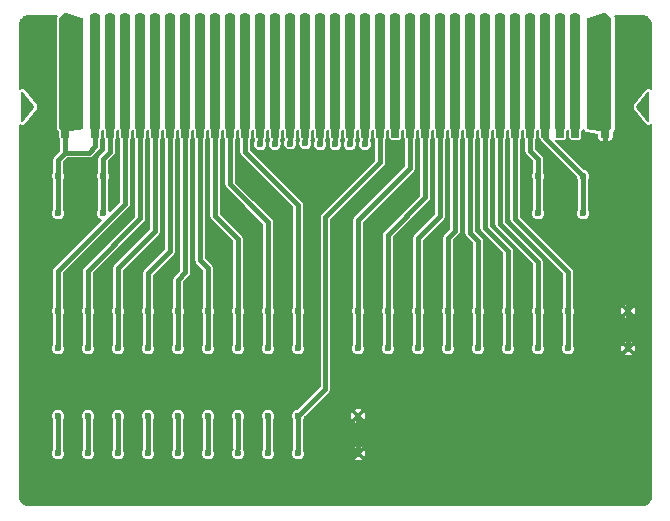
<source format=gbr>
%TF.GenerationSoftware,KiCad,Pcbnew,(5.99.0-11763-gc80efb0f98)*%
%TF.CreationDate,2021-08-26T10:07:41+03:00*%
%TF.ProjectId,E500_MCBB,45353030-5f4d-4434-9242-2e6b69636164,rev?*%
%TF.SameCoordinates,Original*%
%TF.FileFunction,Copper,L1,Top*%
%TF.FilePolarity,Positive*%
%FSLAX46Y46*%
G04 Gerber Fmt 4.6, Leading zero omitted, Abs format (unit mm)*
G04 Created by KiCad (PCBNEW (5.99.0-11763-gc80efb0f98)) date 2021-08-26 10:07:41*
%MOMM*%
%LPD*%
G01*
G04 APERTURE LIST*
G04 Aperture macros list*
%AMFreePoly0*
4,1,38,0.265315,1.293656,0.281235,1.289043,0.282648,1.286476,0.285355,1.285355,0.291698,1.270041,0.299694,1.255521,0.298879,1.252707,0.300000,1.250000,0.300000,-1.250000,0.298879,-1.252707,0.299694,-1.255521,0.291698,-1.270041,0.285355,-1.285355,0.282648,-1.286476,0.281235,-1.289043,0.265315,-1.293656,0.250000,-1.300000,0.247292,-1.298878,0.244478,-1.299694,0.229956,-1.291697,
0.214645,-1.285355,0.213524,-1.282649,0.210957,-1.281235,-0.789043,-0.031235,-0.792940,-0.017788,-0.799694,-0.005522,-0.798094,0.000000,-0.799694,0.005522,-0.792940,0.017788,-0.789043,0.031235,0.210957,1.281235,0.213524,1.282649,0.214645,1.285355,0.229956,1.291697,0.244478,1.299694,0.247292,1.298878,0.250000,1.300000,0.265315,1.293656,0.265315,1.293656,$1*%
%AMFreePoly1*
4,1,36,0.011777,10.205564,0.021898,10.204949,0.028362,10.197649,0.037165,10.193448,0.487165,9.693448,0.493142,9.676557,0.500000,9.660000,0.500000,0.360000,0.496429,0.351379,0.496667,0.342051,0.489395,0.334397,0.485355,0.324645,0.476736,0.321075,0.470307,0.314309,0.300000,0.238617,0.300000,-0.400000,-0.300000,-0.400000,-0.300000,0.150906,-1.456832,0.310469,-1.470608,0.318536,
-1.485355,0.324645,-1.486737,0.327982,-1.489854,0.329807,-1.493890,0.345251,-1.500000,0.360000,-1.500000,9.660000,-1.495640,9.670526,-1.494949,9.681898,-1.488600,9.687520,-1.485355,9.695355,-1.474831,9.699715,-1.466300,9.707269,-0.016300,10.207269,-0.006564,10.206678,0.002628,10.209930,0.011777,10.205564,0.011777,10.205564,$1*%
%AMFreePoly2*
4,1,40,0.018323,10.204236,0.024807,10.203412,0.374807,10.003412,0.379012,9.997983,0.385355,9.995355,0.390310,9.983394,0.398238,9.973156,0.397372,9.966344,0.400000,9.960000,0.400000,0.360000,0.397372,0.353656,0.398238,0.346844,0.390310,0.336606,0.385355,0.324645,0.379012,0.322017,0.374807,0.316588,0.300000,0.273841,0.300000,-0.400000,-0.300000,-0.400000,-0.300000,0.273841,
-0.374807,0.316588,-0.379012,0.322017,-0.385355,0.324645,-0.390310,0.336606,-0.398238,0.346844,-0.397372,0.353656,-0.400000,0.360000,-0.400000,9.960000,-0.397372,9.966344,-0.398238,9.973156,-0.390310,9.983394,-0.385355,9.995355,-0.379012,9.997983,-0.374807,10.003412,-0.024807,10.203412,-0.018323,10.204236,-0.013156,10.208238,0.000000,10.206566,0.013156,10.208238,0.018323,10.204236,
0.018323,10.204236,$1*%
%AMFreePoly3*
4,1,36,0.006564,10.206678,0.016300,10.207269,1.466299,9.707269,1.474829,9.699715,1.485355,9.695355,1.488601,9.687520,1.494949,9.681898,1.495639,9.670527,1.500000,9.660000,1.500000,0.360000,1.493890,0.345251,1.489854,0.329807,1.486737,0.327982,1.485355,0.324645,1.470608,0.318536,1.456832,0.310469,0.300000,0.150906,0.300000,-0.400000,-0.300000,-0.400000,-0.300000,0.238617,
-0.470307,0.314309,-0.476736,0.321075,-0.485355,0.324645,-0.489395,0.334397,-0.496667,0.342051,-0.496429,0.351379,-0.500000,0.360000,-0.500000,9.660000,-0.493142,9.676557,-0.487165,9.693448,-0.037165,10.193448,-0.028363,10.197648,-0.021898,10.204949,-0.011777,10.205564,-0.002628,10.209930,0.006564,10.206678,0.006564,10.206678,$1*%
G04 Aperture macros list end*
%TA.AperFunction,ConnectorPad*%
%ADD10FreePoly0,0.000000*%
%TD*%
%TA.AperFunction,ConnectorPad*%
%ADD11FreePoly0,180.000000*%
%TD*%
%TA.AperFunction,ComponentPad*%
%ADD12C,0.600000*%
%TD*%
%TA.AperFunction,ConnectorPad*%
%ADD13FreePoly1,0.000000*%
%TD*%
%TA.AperFunction,ConnectorPad*%
%ADD14FreePoly2,0.000000*%
%TD*%
%TA.AperFunction,ConnectorPad*%
%ADD15FreePoly3,0.000000*%
%TD*%
%TA.AperFunction,ViaPad*%
%ADD16C,0.600000*%
%TD*%
%TA.AperFunction,Conductor*%
%ADD17C,0.400000*%
%TD*%
G04 APERTURE END LIST*
D10*
%TO.P,U1,~*%
%TO.N,N/C*%
X183190000Y-85500000D03*
D11*
X130690000Y-85500000D03*
D12*
%TO.P,U1,35,GND*%
%TO.N,/GND*%
X179980000Y-87035000D03*
X178630000Y-87035000D03*
D13*
X179800000Y-87660000D03*
D12*
X179800000Y-78135000D03*
D14*
%TO.P,U1,34,OE*%
%TO.N,unconnected-(U1-Pad34)*%
X177260000Y-87660000D03*
D12*
X177260000Y-78135000D03*
D14*
%TO.P,U1,33,NC*%
%TO.N,unconnected-(U1-Pad33)*%
X175990000Y-87660000D03*
D12*
X175990000Y-78135000D03*
%TO.P,U1,32,~{CE6}*%
%TO.N,/~{CE6}*%
X174720000Y-78135000D03*
D14*
X174720000Y-87660000D03*
%TO.P,U1,31,CERAM*%
%TO.N,/CERAM*%
X173450000Y-87660000D03*
D12*
X173450000Y-78135000D03*
D14*
%TO.P,U1,30,D7*%
%TO.N,/D7*%
X172180000Y-87660000D03*
D12*
X172180000Y-78135000D03*
%TO.P,U1,29,D6*%
%TO.N,/D6*%
X170910000Y-78135000D03*
D14*
X170910000Y-87660000D03*
%TO.P,U1,28,D5*%
%TO.N,/D5*%
X169640000Y-87660000D03*
D12*
X169640000Y-78135000D03*
%TO.P,U1,27,D4*%
%TO.N,/D4*%
X168370000Y-78135000D03*
D14*
X168370000Y-87660000D03*
D12*
%TO.P,U1,26,D3*%
%TO.N,/D3*%
X167100000Y-78135000D03*
D14*
X167100000Y-87660000D03*
%TO.P,U1,25,D2*%
%TO.N,/D2*%
X165830000Y-87660000D03*
D12*
X165830000Y-78135000D03*
D14*
%TO.P,U1,24,D1*%
%TO.N,/D1*%
X164560000Y-87660000D03*
D12*
X164560000Y-78135000D03*
D14*
%TO.P,U1,23,D0*%
%TO.N,/D0*%
X163290000Y-87660000D03*
D12*
X163290000Y-78135000D03*
%TO.P,U1,22,VCC2*%
%TO.N,unconnected-(U1-Pad22)*%
X162020000Y-78135000D03*
D14*
X162020000Y-87660000D03*
D12*
%TO.P,U1,21,A17*%
%TO.N,/A17*%
X160750000Y-78135000D03*
D14*
X160750000Y-87660000D03*
D12*
%TO.P,U1,20,A16*%
%TO.N,/A16*%
X159480000Y-78135000D03*
D14*
X159480000Y-87660000D03*
%TO.P,U1,19,A15*%
%TO.N,/A15*%
X158210000Y-87660000D03*
D12*
X158210000Y-78135000D03*
%TO.P,U1,18,A14*%
%TO.N,/A14*%
X156940000Y-78135000D03*
D14*
X156940000Y-87660000D03*
D12*
%TO.P,U1,17,A13*%
%TO.N,/A13*%
X155670000Y-78135000D03*
D14*
X155670000Y-87660000D03*
%TO.P,U1,16,A12*%
%TO.N,/A12*%
X154400000Y-87660000D03*
D12*
X154400000Y-78135000D03*
D14*
%TO.P,U1,15,A11*%
%TO.N,/A11*%
X153130000Y-87660000D03*
D12*
X153130000Y-78135000D03*
%TO.P,U1,14,A10*%
%TO.N,/A10*%
X151860000Y-78135000D03*
D14*
X151860000Y-87660000D03*
D12*
%TO.P,U1,13,A9*%
%TO.N,/A9*%
X150590000Y-78135000D03*
D14*
X150590000Y-87660000D03*
%TO.P,U1,12,A8*%
%TO.N,/A8*%
X149320000Y-87660000D03*
D12*
X149320000Y-78135000D03*
D14*
%TO.P,U1,11,A7*%
%TO.N,/A7*%
X148050000Y-87660000D03*
D12*
X148050000Y-78135000D03*
%TO.P,U1,10,A6*%
%TO.N,/A6*%
X146780000Y-78135000D03*
D14*
X146780000Y-87660000D03*
D12*
%TO.P,U1,9,A5*%
%TO.N,/A5*%
X145510000Y-78135000D03*
D14*
X145510000Y-87660000D03*
D12*
%TO.P,U1,8,A4*%
%TO.N,/A4*%
X144240000Y-78135000D03*
D14*
X144240000Y-87660000D03*
%TO.P,U1,7,A3*%
%TO.N,/A3*%
X142970000Y-87660000D03*
D12*
X142970000Y-78135000D03*
%TO.P,U1,6,A2*%
%TO.N,/A2*%
X141700000Y-78135000D03*
D14*
X141700000Y-87660000D03*
%TO.P,U1,5,A1*%
%TO.N,/A1*%
X140430000Y-87660000D03*
D12*
X140430000Y-78135000D03*
D14*
%TO.P,U1,4,A0*%
%TO.N,/A0*%
X139160000Y-87660000D03*
D12*
X139160000Y-78135000D03*
%TO.P,U1,3,R/W*%
%TO.N,/R_W*%
X137890000Y-78135000D03*
D14*
X137890000Y-87660000D03*
%TO.P,U1,2,VCC*%
%TO.N,/VCC*%
X136620000Y-87660000D03*
D12*
X136620000Y-78135000D03*
%TO.P,U1,1,VCC*%
X135230000Y-87035000D03*
X134080000Y-78135000D03*
D15*
X134080000Y-87660000D03*
D12*
X133930000Y-87025000D03*
%TD*%
%TO.P,SP1,1,1*%
%TO.N,/VCC*%
X133460000Y-94505000D03*
X133460000Y-91330000D03*
%TD*%
%TO.P,SP2,1,1*%
%TO.N,/R_W*%
X137270000Y-91330000D03*
X137270000Y-94505000D03*
%TD*%
%TO.P,SP3,1,1*%
%TO.N,/A0*%
X133460000Y-102760000D03*
X133460000Y-105935000D03*
%TD*%
%TO.P,SP4,1,1*%
%TO.N,/A1*%
X136000000Y-102760000D03*
X136000000Y-105935000D03*
%TD*%
%TO.P,SP5,1,1*%
%TO.N,/A2*%
X138540000Y-102760000D03*
X138540000Y-105935000D03*
%TD*%
%TO.P,SP6,1,1*%
%TO.N,/A3*%
X141080000Y-105935000D03*
X141080000Y-102760000D03*
%TD*%
%TO.P,SP7,1,1*%
%TO.N,/A4*%
X143620000Y-105935000D03*
X143620000Y-102760000D03*
%TD*%
%TO.P,SP8,1,1*%
%TO.N,/A5*%
X146160000Y-102760000D03*
X146160000Y-105935000D03*
%TD*%
%TO.P,SP9,1,1*%
%TO.N,/A6*%
X148700000Y-105935000D03*
X148700000Y-102760000D03*
%TD*%
%TO.P,SP10,1,1*%
%TO.N,/A7*%
X151240000Y-105935000D03*
X151240000Y-102760000D03*
%TD*%
%TO.P,SP11,1,1*%
%TO.N,/A8*%
X153780000Y-105935000D03*
X153780000Y-102760000D03*
%TD*%
%TO.P,SP12,1,1*%
%TO.N,/A9*%
X133460000Y-111650000D03*
X133460000Y-114825000D03*
%TD*%
%TO.P,SP13,1,1*%
%TO.N,/A10*%
X136000000Y-111650000D03*
X136000000Y-114825000D03*
%TD*%
%TO.P,SP14,1,1*%
%TO.N,/A11*%
X138540000Y-111650000D03*
X138540000Y-114825000D03*
%TD*%
%TO.P,SP15,1,1*%
%TO.N,/A12*%
X141080000Y-114825000D03*
X141080000Y-111650000D03*
%TD*%
%TO.P,SP16,1,1*%
%TO.N,/A13*%
X143620000Y-111650000D03*
X143620000Y-114825000D03*
%TD*%
%TO.P,SP17,1,1*%
%TO.N,/A14*%
X146160000Y-111650000D03*
X146160000Y-114825000D03*
%TD*%
%TO.P,SP18,1,1*%
%TO.N,/A15*%
X148700000Y-111650000D03*
X148700000Y-114825000D03*
%TD*%
%TO.P,SP19,1,1*%
%TO.N,/A16*%
X151240000Y-111650000D03*
X151240000Y-114825000D03*
%TD*%
%TO.P,SP20,1,1*%
%TO.N,/A17*%
X153780000Y-111650000D03*
X153780000Y-114825000D03*
%TD*%
%TO.P,SP21,1,1*%
%TO.N,/D0*%
X158860000Y-105935000D03*
X158860000Y-102760000D03*
%TD*%
%TO.P,SP22,1,1*%
%TO.N,/D1*%
X161400000Y-105935000D03*
X161400000Y-102760000D03*
%TD*%
%TO.P,SP23,1,1*%
%TO.N,/D2*%
X163940000Y-105935000D03*
X163940000Y-102760000D03*
%TD*%
%TO.P,SP24,1,1*%
%TO.N,/D3*%
X166480000Y-102760000D03*
X166480000Y-105935000D03*
%TD*%
%TO.P,SP25,1,1*%
%TO.N,/D4*%
X169020000Y-105935000D03*
X169020000Y-102760000D03*
%TD*%
%TO.P,SP26,1,1*%
%TO.N,/D5*%
X171560000Y-102760000D03*
X171560000Y-105935000D03*
%TD*%
%TO.P,SP27,1,1*%
%TO.N,/D6*%
X174100000Y-102760000D03*
X174100000Y-105935000D03*
%TD*%
%TO.P,SP28,1,1*%
%TO.N,/D7*%
X176640000Y-102760000D03*
X176640000Y-105935000D03*
%TD*%
%TO.P,SP29,1,1*%
%TO.N,/CERAM*%
X174100000Y-91330000D03*
X174100000Y-94505000D03*
%TD*%
%TO.P,SP30,1,1*%
%TO.N,/~{CE6}*%
X177910000Y-91330000D03*
X177910000Y-94505000D03*
%TD*%
%TO.P,SP31,1,1*%
%TO.N,/GND*%
X158860000Y-114825000D03*
X158860000Y-111650000D03*
%TD*%
%TO.P,SP32,1,1*%
%TO.N,/GND*%
X181720000Y-105935000D03*
X181720000Y-102760000D03*
%TD*%
D16*
%TO.N,/GND*%
X138260000Y-90100000D03*
%TO.N,/A9*%
X150569440Y-88642680D03*
%TO.N,/A10*%
X151803880Y-88637600D03*
%TO.N,/A11*%
X153109440Y-88591880D03*
%TO.N,/A12*%
X154389600Y-88584260D03*
%TO.N,/A13*%
X155646900Y-88652840D03*
%TO.N,/A14*%
X156939760Y-88655380D03*
%TO.N,/A15*%
X158171660Y-88645220D03*
%TO.N,/A16*%
X159436580Y-88635060D03*
%TO.N,/GND*%
X166861000Y-118508000D03*
X158606000Y-108983000D03*
X131047000Y-117619000D03*
X172068000Y-115460000D03*
X182228000Y-117619000D03*
X181720000Y-89425000D03*
X157463000Y-95267000D03*
X182228000Y-111142000D03*
X131047000Y-107840000D03*
X181720000Y-97553000D03*
X131174000Y-88917000D03*
X134984000Y-117746000D03*
X179053000Y-108856000D03*
X168004000Y-108729000D03*
X156320000Y-114063000D03*
X132063000Y-97172000D03*
%TD*%
D17*
%TO.N,/GND*%
X157082000Y-114825000D02*
X156320000Y-114063000D01*
X158860000Y-114825000D02*
X157082000Y-114825000D01*
%TO.N,/VCC*%
X133460000Y-89953320D02*
X133460000Y-91330000D01*
X136600001Y-88832619D02*
X136079301Y-89353319D01*
X133460000Y-91330000D02*
X133460000Y-94505000D01*
X136600001Y-87670001D02*
X136600001Y-88832619D01*
X134060001Y-87670001D02*
X134060001Y-89353319D01*
X136079301Y-89353319D02*
X134060001Y-89353319D01*
X134060001Y-89353319D02*
X133460000Y-89953320D01*
%TO.N,/R_W*%
X137270000Y-91330000D02*
X137270000Y-94505000D01*
X137870001Y-89279659D02*
X137270000Y-89879660D01*
X137870001Y-87670001D02*
X137870001Y-89279659D01*
X137270000Y-89879660D02*
X137270000Y-91330000D01*
%TO.N,/A0*%
X133460000Y-105935000D02*
X133460000Y-102760000D01*
X133449840Y-99361162D02*
X133449840Y-102749840D01*
X139140001Y-87670001D02*
X139140001Y-93671001D01*
X139140001Y-93671001D02*
X133449840Y-99361162D01*
X133449840Y-102749840D02*
X133460000Y-102760000D01*
%TO.N,/A1*%
X136000000Y-102760000D02*
X136000000Y-105935000D01*
X136000000Y-99343700D02*
X136000000Y-102760000D01*
X140410001Y-87670001D02*
X140410001Y-94933699D01*
X140410001Y-94933699D02*
X136000000Y-99343700D01*
%TO.N,/A2*%
X141680001Y-87670001D02*
X141680001Y-95987799D01*
X141680001Y-95987799D02*
X138540000Y-99127800D01*
X138540000Y-102760000D02*
X138540000Y-105935000D01*
X138540000Y-99127800D02*
X138540000Y-102760000D01*
%TO.N,/A3*%
X142950001Y-97687059D02*
X141080000Y-99557060D01*
X142950001Y-87670001D02*
X142950001Y-97687059D01*
X141080000Y-99557060D02*
X141080000Y-102760000D01*
X141080000Y-102760000D02*
X141080000Y-105935000D01*
%TO.N,/A4*%
X144220001Y-87670001D02*
X144220001Y-99510779D01*
X143620000Y-102760000D02*
X143620000Y-105935000D01*
X143620000Y-100110780D02*
X143620000Y-102760000D01*
X144220001Y-99510779D02*
X143620000Y-100110780D01*
%TO.N,/A5*%
X145490001Y-98490001D02*
X146160000Y-99160000D01*
X146160000Y-102760000D02*
X146160000Y-105935000D01*
X145490001Y-87670001D02*
X145490001Y-98490001D01*
X146160000Y-99160000D02*
X146160000Y-102760000D01*
%TO.N,/A6*%
X146760001Y-87670001D02*
X146760001Y-94760001D01*
X148700000Y-102760000D02*
X148700000Y-105935000D01*
X148700000Y-96700000D02*
X148700000Y-102760000D01*
X146760001Y-94760001D02*
X148700000Y-96700000D01*
%TO.N,/A7*%
X151240000Y-95240000D02*
X151240000Y-102760000D01*
X148030001Y-87670001D02*
X148030001Y-92030001D01*
X151240000Y-102760000D02*
X151240000Y-105935000D01*
X148030001Y-92030001D02*
X151240000Y-95240000D01*
%TO.N,/A8*%
X149300001Y-89300001D02*
X153780000Y-93780000D01*
X153780000Y-93780000D02*
X153780000Y-102760000D01*
X149300001Y-87670001D02*
X149300001Y-89300001D01*
X153780000Y-102760000D02*
X153780000Y-105935000D01*
%TO.N,/A9*%
X150570001Y-88642119D02*
X150569440Y-88642680D01*
X150570001Y-87670001D02*
X150570001Y-88642119D01*
X133460000Y-111650000D02*
X133460000Y-114825000D01*
%TO.N,/A10*%
X151840001Y-87670001D02*
X151840001Y-88601479D01*
X151840001Y-88601479D02*
X151803880Y-88637600D01*
X136000000Y-111650000D02*
X136000000Y-114825000D01*
%TO.N,/A11*%
X153110001Y-88591319D02*
X153109440Y-88591880D01*
X138540000Y-111650000D02*
X138540000Y-114825000D01*
X153110001Y-87670001D02*
X153110001Y-88591319D01*
%TO.N,/A12*%
X154380001Y-87670001D02*
X154380001Y-88574661D01*
X154380001Y-88574661D02*
X154389600Y-88584260D01*
X141080000Y-111650000D02*
X141080000Y-114825000D01*
%TO.N,/A13*%
X155650001Y-87670001D02*
X155650001Y-88649739D01*
X143620000Y-111650000D02*
X143620000Y-114825000D01*
X155650001Y-88649739D02*
X155646900Y-88652840D01*
%TO.N,/A14*%
X146160000Y-111650000D02*
X146160000Y-114825000D01*
X156920001Y-88635621D02*
X156939760Y-88655380D01*
X156920001Y-87670001D02*
X156920001Y-88635621D01*
%TO.N,/A15*%
X158190001Y-88626879D02*
X158171660Y-88645220D01*
X158190001Y-87670001D02*
X158190001Y-88626879D01*
X148700000Y-111650000D02*
X148700000Y-114352560D01*
%TO.N,/A16*%
X151240000Y-111650000D02*
X151240000Y-114725940D01*
X159460001Y-88611639D02*
X159436580Y-88635060D01*
X159460001Y-87670001D02*
X159460001Y-88611639D01*
%TO.N,/A17*%
X156076160Y-94845360D02*
X156076160Y-109353840D01*
X160730001Y-90191519D02*
X156076160Y-94845360D01*
X160730001Y-87670001D02*
X160730001Y-90191519D01*
X156076160Y-109353840D02*
X153780000Y-111650000D01*
X153780000Y-111650000D02*
X153780000Y-114825000D01*
%TO.N,/D0*%
X163270001Y-90661419D02*
X158860000Y-95071420D01*
X158860000Y-95071420D02*
X158860000Y-102760000D01*
X163270001Y-87670001D02*
X163270001Y-90661419D01*
X158860000Y-102760000D02*
X158860000Y-105935000D01*
%TO.N,/D1*%
X164540001Y-87670001D02*
X164540001Y-93155699D01*
X161400000Y-96295700D02*
X161400000Y-102760000D01*
X164540001Y-93155699D02*
X161400000Y-96295700D01*
X161400000Y-102760000D02*
X161400000Y-105935000D01*
%TO.N,/D2*%
X165810001Y-94717799D02*
X163940000Y-96587800D01*
X163940000Y-96587800D02*
X163940000Y-102760000D01*
X163940000Y-102760000D02*
X163940000Y-105935000D01*
X165810001Y-87670001D02*
X165810001Y-94717799D01*
%TO.N,/D3*%
X166480000Y-96559860D02*
X166480000Y-102760000D01*
X166480000Y-102760000D02*
X166480000Y-105935000D01*
X167080001Y-87670001D02*
X167080001Y-95959859D01*
X167080001Y-95959859D02*
X166480000Y-96559860D01*
%TO.N,/D4*%
X168350001Y-96141321D02*
X169020000Y-96811320D01*
X169020000Y-102760000D02*
X169020000Y-105935000D01*
X168350001Y-87670001D02*
X168350001Y-96141321D01*
X169020000Y-96811320D02*
X169020000Y-102760000D01*
%TO.N,/D5*%
X171560000Y-97707940D02*
X171560000Y-102760000D01*
X171560000Y-102760000D02*
X171560000Y-105935000D01*
X169620001Y-87670001D02*
X169620001Y-95767941D01*
X169620001Y-95767941D02*
X171560000Y-97707940D01*
%TO.N,/D6*%
X174100000Y-98647740D02*
X174100000Y-102760000D01*
X170890001Y-87670001D02*
X170890001Y-95437741D01*
X174100000Y-102760000D02*
X174100000Y-105935000D01*
X170890001Y-95437741D02*
X174100000Y-98647740D01*
%TO.N,/D7*%
X176640000Y-102760000D02*
X176640000Y-105935000D01*
X172160001Y-94975461D02*
X176640000Y-99455460D01*
X176640000Y-99455460D02*
X176640000Y-102760000D01*
X172160001Y-87670001D02*
X172160001Y-94975461D01*
%TO.N,/CERAM*%
X174100000Y-91330000D02*
X174100000Y-94505000D01*
X173430001Y-87670001D02*
X173430001Y-89227441D01*
X173430001Y-89227441D02*
X174100000Y-89897440D01*
X174100000Y-89897440D02*
X174100000Y-91330000D01*
%TO.N,/~{CE6}*%
X174700001Y-88120001D02*
X177910000Y-91330000D01*
X174700001Y-87670001D02*
X174700001Y-88120001D01*
X177910000Y-94505000D02*
X177910000Y-91330000D01*
%TO.N,/GND*%
X158860000Y-111650000D02*
X158860000Y-114825000D01*
X181720000Y-100401900D02*
X181720000Y-102760000D01*
X181720000Y-102760000D02*
X181720000Y-105935000D01*
X179780001Y-98461901D02*
X181720000Y-100401900D01*
X179780001Y-87670001D02*
X179780001Y-98461901D01*
%TD*%
%TA.AperFunction,Conductor*%
%TO.N,/GND*%
G36*
X133398450Y-77718907D02*
G01*
X133434414Y-77768407D01*
X133434414Y-77829593D01*
X133422577Y-77853998D01*
X133402862Y-77883506D01*
X133398222Y-77894709D01*
X133397916Y-77894582D01*
X133396223Y-77900987D01*
X133395956Y-77901556D01*
X133394557Y-77903909D01*
X133394432Y-77903857D01*
X133394076Y-77904717D01*
X133393465Y-77905744D01*
X133392376Y-77908820D01*
X133391131Y-77911827D01*
X133390898Y-77912996D01*
X133390585Y-77913882D01*
X133390713Y-77913927D01*
X133390282Y-77916095D01*
X133387304Y-77923219D01*
X133387284Y-77923212D01*
X133387156Y-77923573D01*
X133387155Y-77923576D01*
X133384861Y-77930057D01*
X133384860Y-77930063D01*
X133383238Y-77934645D01*
X133371809Y-78013596D01*
X133374211Y-78023045D01*
X133374724Y-78032785D01*
X133374572Y-78032793D01*
X133375572Y-78040787D01*
X133375572Y-87295473D01*
X133375540Y-87298002D01*
X133375126Y-87314206D01*
X133376052Y-87319575D01*
X133384732Y-87369897D01*
X133388683Y-87392807D01*
X133393892Y-87401051D01*
X133393893Y-87401054D01*
X133400117Y-87410905D01*
X133401605Y-87413461D01*
X133402865Y-87416502D01*
X133406758Y-87422328D01*
X133416668Y-87437160D01*
X133418027Y-87439251D01*
X133431288Y-87460239D01*
X133433555Y-87462625D01*
X133435274Y-87465004D01*
X133447178Y-87482821D01*
X133455285Y-87488238D01*
X133455286Y-87488239D01*
X133468985Y-87497392D01*
X133513499Y-87527136D01*
X133517997Y-87528999D01*
X133522281Y-87531289D01*
X133521209Y-87533294D01*
X133560992Y-87567283D01*
X133575572Y-87618997D01*
X133575572Y-88060000D01*
X133591133Y-88138231D01*
X133631012Y-88197913D01*
X133635448Y-88204552D01*
X133634662Y-88205077D01*
X133658282Y-88251435D01*
X133659501Y-88266922D01*
X133659501Y-89146418D01*
X133640594Y-89204609D01*
X133630505Y-89216422D01*
X133154516Y-89692411D01*
X133154513Y-89692415D01*
X133131950Y-89714978D01*
X133120998Y-89736474D01*
X133112884Y-89749713D01*
X133098704Y-89769230D01*
X133096296Y-89776641D01*
X133091248Y-89792177D01*
X133085305Y-89806523D01*
X133074354Y-89828016D01*
X133073136Y-89835709D01*
X133073135Y-89835711D01*
X133070581Y-89851839D01*
X133066956Y-89866940D01*
X133059500Y-89889887D01*
X133059500Y-90990923D01*
X133043246Y-91045275D01*
X133042048Y-91047099D01*
X133037377Y-91052388D01*
X132976447Y-91182163D01*
X132954391Y-91323823D01*
X132955306Y-91330820D01*
X132955306Y-91330821D01*
X132964464Y-91400856D01*
X132972980Y-91465979D01*
X132975821Y-91472435D01*
X132975821Y-91472436D01*
X132983586Y-91490082D01*
X133030720Y-91597203D01*
X133036281Y-91603819D01*
X133036283Y-91603821D01*
X133036778Y-91605044D01*
X133038985Y-91608589D01*
X133038369Y-91608972D01*
X133059253Y-91660531D01*
X133059500Y-91667523D01*
X133059500Y-94165923D01*
X133043246Y-94220275D01*
X133042048Y-94222099D01*
X133037377Y-94227388D01*
X132976447Y-94357163D01*
X132975362Y-94364132D01*
X132975361Y-94364135D01*
X132960680Y-94458430D01*
X132954391Y-94498823D01*
X132955306Y-94505820D01*
X132955306Y-94505821D01*
X132963514Y-94568587D01*
X132972980Y-94640979D01*
X132975821Y-94647435D01*
X132975821Y-94647436D01*
X133011161Y-94727751D01*
X133030720Y-94772203D01*
X133063822Y-94811583D01*
X133118431Y-94876549D01*
X133118434Y-94876551D01*
X133122970Y-94881948D01*
X133128841Y-94885856D01*
X133128842Y-94885857D01*
X133138439Y-94892245D01*
X133242313Y-94961390D01*
X133309106Y-94982257D01*
X133372425Y-95002039D01*
X133372426Y-95002039D01*
X133379157Y-95004142D01*
X133450828Y-95005456D01*
X133515445Y-95006641D01*
X133515447Y-95006641D01*
X133522499Y-95006770D01*
X133529302Y-95004915D01*
X133529304Y-95004915D01*
X133612411Y-94982257D01*
X133660817Y-94969060D01*
X133782991Y-94894045D01*
X133790403Y-94885857D01*
X133874468Y-94792982D01*
X133879200Y-94787754D01*
X133941710Y-94658733D01*
X133944567Y-94641755D01*
X133964862Y-94521124D01*
X133964862Y-94521120D01*
X133965496Y-94517354D01*
X133965647Y-94505000D01*
X133945323Y-94363082D01*
X133925647Y-94319807D01*
X133888903Y-94238991D01*
X133888901Y-94238988D01*
X133885984Y-94232572D01*
X133881381Y-94227230D01*
X133877580Y-94221287D01*
X133879875Y-94219819D01*
X133860840Y-94174424D01*
X133860500Y-94166228D01*
X133860500Y-91668958D01*
X133876910Y-91615284D01*
X133879200Y-91612754D01*
X133941710Y-91483733D01*
X133943612Y-91472432D01*
X133964862Y-91346124D01*
X133964862Y-91346120D01*
X133965496Y-91342354D01*
X133965647Y-91330000D01*
X133945323Y-91188082D01*
X133885984Y-91057572D01*
X133881381Y-91052230D01*
X133877580Y-91046287D01*
X133879875Y-91044819D01*
X133860840Y-90999424D01*
X133860500Y-90991228D01*
X133860500Y-90160221D01*
X133879407Y-90102030D01*
X133889496Y-90090217D01*
X134196898Y-89782815D01*
X134251415Y-89755038D01*
X134266902Y-89753819D01*
X136142734Y-89753819D01*
X136165681Y-89746363D01*
X136180782Y-89742738D01*
X136196910Y-89740184D01*
X136196912Y-89740183D01*
X136204605Y-89738965D01*
X136226098Y-89728014D01*
X136240444Y-89722071D01*
X136255980Y-89717023D01*
X136263391Y-89714615D01*
X136282908Y-89700435D01*
X136296147Y-89692321D01*
X136317643Y-89681369D01*
X136340206Y-89658806D01*
X136340210Y-89658803D01*
X136905485Y-89093528D01*
X136905488Y-89093524D01*
X136928051Y-89070961D01*
X136939003Y-89049465D01*
X136947118Y-89036224D01*
X136947705Y-89035417D01*
X136961297Y-89016709D01*
X136968753Y-88993762D01*
X136974696Y-88979416D01*
X136985647Y-88957923D01*
X136988356Y-88940822D01*
X136989420Y-88934100D01*
X136993046Y-88918994D01*
X136993427Y-88917822D01*
X137000501Y-88896052D01*
X137000501Y-88300266D01*
X137019408Y-88242075D01*
X137044500Y-88217951D01*
X137056440Y-88209973D01*
X137056442Y-88209971D01*
X137064552Y-88204552D01*
X137108867Y-88138231D01*
X137124428Y-88060000D01*
X137124428Y-87549531D01*
X137143335Y-87491340D01*
X137147673Y-87486261D01*
X137152824Y-87482819D01*
X137169747Y-87457491D01*
X137175505Y-87450690D01*
X137175255Y-87450496D01*
X137175256Y-87450495D01*
X137176729Y-87448594D01*
X137178029Y-87447708D01*
X137184235Y-87440378D01*
X137185699Y-87439001D01*
X137187698Y-87441126D01*
X137227307Y-87414164D01*
X137288463Y-87416039D01*
X137310360Y-87431948D01*
X137312180Y-87429274D01*
X137313179Y-87429954D01*
X137327506Y-87444405D01*
X137333272Y-87448594D01*
X137334745Y-87450496D01*
X137334066Y-87451022D01*
X137339787Y-87456792D01*
X137357181Y-87482824D01*
X137358810Y-87483912D01*
X137384353Y-87534045D01*
X137385572Y-87549531D01*
X137385572Y-88060000D01*
X137401133Y-88138231D01*
X137441012Y-88197913D01*
X137445448Y-88204552D01*
X137444662Y-88205077D01*
X137468282Y-88251435D01*
X137469501Y-88266922D01*
X137469501Y-89072758D01*
X137450594Y-89130949D01*
X137440505Y-89142762D01*
X136964516Y-89618751D01*
X136964513Y-89618755D01*
X136941950Y-89641318D01*
X136930998Y-89662814D01*
X136922884Y-89676053D01*
X136908704Y-89695570D01*
X136906296Y-89702981D01*
X136901248Y-89718517D01*
X136895305Y-89732863D01*
X136884354Y-89754356D01*
X136883136Y-89762049D01*
X136883135Y-89762051D01*
X136880581Y-89778179D01*
X136876956Y-89793280D01*
X136869500Y-89816227D01*
X136869500Y-90990923D01*
X136853246Y-91045275D01*
X136852048Y-91047099D01*
X136847377Y-91052388D01*
X136786447Y-91182163D01*
X136764391Y-91323823D01*
X136765306Y-91330820D01*
X136765306Y-91330821D01*
X136774464Y-91400856D01*
X136782980Y-91465979D01*
X136785821Y-91472435D01*
X136785821Y-91472436D01*
X136793586Y-91490082D01*
X136840720Y-91597203D01*
X136846281Y-91603819D01*
X136846283Y-91603821D01*
X136846778Y-91605044D01*
X136848985Y-91608589D01*
X136848369Y-91608972D01*
X136869253Y-91660531D01*
X136869500Y-91667523D01*
X136869500Y-94165923D01*
X136853246Y-94220275D01*
X136852048Y-94222099D01*
X136847377Y-94227388D01*
X136786447Y-94357163D01*
X136785362Y-94364132D01*
X136785361Y-94364135D01*
X136770680Y-94458430D01*
X136764391Y-94498823D01*
X136765306Y-94505820D01*
X136765306Y-94505821D01*
X136773514Y-94568587D01*
X136782980Y-94640979D01*
X136785821Y-94647435D01*
X136785821Y-94647436D01*
X136821161Y-94727751D01*
X136840720Y-94772203D01*
X136873822Y-94811583D01*
X136928431Y-94876549D01*
X136928434Y-94876551D01*
X136932970Y-94881948D01*
X136938841Y-94885856D01*
X136938842Y-94885857D01*
X136948439Y-94892245D01*
X137052313Y-94961390D01*
X137059043Y-94963493D01*
X137059044Y-94963493D01*
X137072065Y-94967561D01*
X137121971Y-95002960D01*
X137141538Y-95060933D01*
X137123292Y-95119334D01*
X137112548Y-95132061D01*
X133144356Y-99100253D01*
X133144353Y-99100257D01*
X133121790Y-99122820D01*
X133110838Y-99144316D01*
X133102724Y-99157555D01*
X133088544Y-99177072D01*
X133086136Y-99184483D01*
X133081088Y-99200019D01*
X133075145Y-99214365D01*
X133064194Y-99235858D01*
X133062976Y-99243551D01*
X133062975Y-99243553D01*
X133060421Y-99259681D01*
X133056796Y-99274782D01*
X133049340Y-99297729D01*
X133049340Y-102436391D01*
X133035804Y-102481650D01*
X133037377Y-102482388D01*
X132976447Y-102612163D01*
X132954391Y-102753823D01*
X132955306Y-102760820D01*
X132955306Y-102760821D01*
X132956648Y-102771086D01*
X132972980Y-102895979D01*
X132975821Y-102902435D01*
X132975821Y-102902436D01*
X133009053Y-102977960D01*
X133030720Y-103027203D01*
X133036281Y-103033819D01*
X133036283Y-103033821D01*
X133036778Y-103035044D01*
X133038985Y-103038589D01*
X133038369Y-103038972D01*
X133059253Y-103090531D01*
X133059500Y-103097523D01*
X133059500Y-105595923D01*
X133043246Y-105650275D01*
X133042048Y-105652099D01*
X133037377Y-105657388D01*
X132976447Y-105787163D01*
X132954391Y-105928823D01*
X132955306Y-105935820D01*
X132955306Y-105935821D01*
X132956648Y-105946086D01*
X132972980Y-106070979D01*
X132975821Y-106077435D01*
X132975821Y-106077436D01*
X133009053Y-106152960D01*
X133030720Y-106202203D01*
X133060819Y-106238010D01*
X133118431Y-106306549D01*
X133118434Y-106306551D01*
X133122970Y-106311948D01*
X133128841Y-106315856D01*
X133128842Y-106315857D01*
X133141143Y-106324045D01*
X133242313Y-106391390D01*
X133342920Y-106422821D01*
X133372425Y-106432039D01*
X133372426Y-106432039D01*
X133379157Y-106434142D01*
X133450828Y-106435456D01*
X133515445Y-106436641D01*
X133515447Y-106436641D01*
X133522499Y-106436770D01*
X133529302Y-106434915D01*
X133529304Y-106434915D01*
X133604503Y-106414413D01*
X133660817Y-106399060D01*
X133782991Y-106324045D01*
X133790403Y-106315857D01*
X133874468Y-106222982D01*
X133879200Y-106217754D01*
X133941710Y-106088733D01*
X133945875Y-106063982D01*
X133964862Y-105951124D01*
X133964862Y-105951120D01*
X133965496Y-105947354D01*
X133965647Y-105935000D01*
X133945323Y-105793082D01*
X133910749Y-105717040D01*
X133888903Y-105668991D01*
X133888901Y-105668988D01*
X133885984Y-105662572D01*
X133881381Y-105657230D01*
X133877580Y-105651287D01*
X133879875Y-105649819D01*
X133860840Y-105604424D01*
X133860500Y-105596228D01*
X133860500Y-103098958D01*
X133876910Y-103045284D01*
X133879200Y-103042754D01*
X133941710Y-102913733D01*
X133945875Y-102888982D01*
X133964862Y-102776124D01*
X133964862Y-102776120D01*
X133965496Y-102772354D01*
X133965647Y-102760000D01*
X133945323Y-102618082D01*
X133885984Y-102487572D01*
X133874342Y-102474061D01*
X133850680Y-102417636D01*
X133850340Y-102409437D01*
X133850340Y-99568063D01*
X133869247Y-99509872D01*
X133879336Y-99498059D01*
X139445485Y-93931910D01*
X139445488Y-93931906D01*
X139468051Y-93909343D01*
X139479002Y-93887850D01*
X139487114Y-93874611D01*
X139501297Y-93855090D01*
X139503703Y-93847685D01*
X139503705Y-93847681D01*
X139508752Y-93832146D01*
X139514695Y-93817800D01*
X139525647Y-93796305D01*
X139529420Y-93772482D01*
X139533046Y-93757376D01*
X139540501Y-93734434D01*
X139540501Y-88300266D01*
X139559408Y-88242075D01*
X139584500Y-88217951D01*
X139596440Y-88209973D01*
X139596442Y-88209971D01*
X139604552Y-88204552D01*
X139648867Y-88138231D01*
X139664428Y-88060000D01*
X139664428Y-87549531D01*
X139683335Y-87491340D01*
X139687673Y-87486261D01*
X139692824Y-87482819D01*
X139709747Y-87457491D01*
X139715505Y-87450690D01*
X139715255Y-87450496D01*
X139715256Y-87450495D01*
X139716729Y-87448594D01*
X139718029Y-87447708D01*
X139724235Y-87440378D01*
X139725699Y-87439001D01*
X139727698Y-87441126D01*
X139767307Y-87414164D01*
X139828463Y-87416039D01*
X139850360Y-87431948D01*
X139852180Y-87429274D01*
X139853179Y-87429954D01*
X139867506Y-87444405D01*
X139873272Y-87448594D01*
X139874745Y-87450496D01*
X139874066Y-87451022D01*
X139879787Y-87456792D01*
X139897181Y-87482824D01*
X139898810Y-87483912D01*
X139924353Y-87534045D01*
X139925572Y-87549531D01*
X139925572Y-88060000D01*
X139941133Y-88138231D01*
X139981012Y-88197913D01*
X139985448Y-88204552D01*
X139984662Y-88205077D01*
X140008282Y-88251435D01*
X140009501Y-88266922D01*
X140009501Y-94726799D01*
X139990594Y-94784990D01*
X139980505Y-94796803D01*
X135694516Y-99082791D01*
X135694513Y-99082795D01*
X135671950Y-99105358D01*
X135660998Y-99126854D01*
X135652884Y-99140093D01*
X135638704Y-99159610D01*
X135636296Y-99167021D01*
X135631248Y-99182557D01*
X135625305Y-99196903D01*
X135614354Y-99218396D01*
X135613136Y-99226089D01*
X135613135Y-99226091D01*
X135610581Y-99242219D01*
X135606956Y-99257320D01*
X135599500Y-99280267D01*
X135599500Y-102420923D01*
X135583246Y-102475275D01*
X135582048Y-102477099D01*
X135577377Y-102482388D01*
X135516447Y-102612163D01*
X135494391Y-102753823D01*
X135495306Y-102760820D01*
X135495306Y-102760821D01*
X135496648Y-102771086D01*
X135512980Y-102895979D01*
X135515821Y-102902435D01*
X135515821Y-102902436D01*
X135549053Y-102977960D01*
X135570720Y-103027203D01*
X135576281Y-103033819D01*
X135576283Y-103033821D01*
X135576778Y-103035044D01*
X135578985Y-103038589D01*
X135578369Y-103038972D01*
X135599253Y-103090531D01*
X135599500Y-103097523D01*
X135599500Y-105595923D01*
X135583246Y-105650275D01*
X135582048Y-105652099D01*
X135577377Y-105657388D01*
X135516447Y-105787163D01*
X135494391Y-105928823D01*
X135495306Y-105935820D01*
X135495306Y-105935821D01*
X135496648Y-105946086D01*
X135512980Y-106070979D01*
X135515821Y-106077435D01*
X135515821Y-106077436D01*
X135549053Y-106152960D01*
X135570720Y-106202203D01*
X135600819Y-106238010D01*
X135658431Y-106306549D01*
X135658434Y-106306551D01*
X135662970Y-106311948D01*
X135668841Y-106315856D01*
X135668842Y-106315857D01*
X135681143Y-106324045D01*
X135782313Y-106391390D01*
X135882920Y-106422821D01*
X135912425Y-106432039D01*
X135912426Y-106432039D01*
X135919157Y-106434142D01*
X135990828Y-106435456D01*
X136055445Y-106436641D01*
X136055447Y-106436641D01*
X136062499Y-106436770D01*
X136069302Y-106434915D01*
X136069304Y-106434915D01*
X136144503Y-106414413D01*
X136200817Y-106399060D01*
X136322991Y-106324045D01*
X136330403Y-106315857D01*
X136414468Y-106222982D01*
X136419200Y-106217754D01*
X136481710Y-106088733D01*
X136485875Y-106063982D01*
X136504862Y-105951124D01*
X136504862Y-105951120D01*
X136505496Y-105947354D01*
X136505647Y-105935000D01*
X136485323Y-105793082D01*
X136450749Y-105717040D01*
X136428903Y-105668991D01*
X136428901Y-105668988D01*
X136425984Y-105662572D01*
X136421381Y-105657230D01*
X136417580Y-105651287D01*
X136419875Y-105649819D01*
X136400840Y-105604424D01*
X136400500Y-105596228D01*
X136400500Y-103098958D01*
X136416910Y-103045284D01*
X136419200Y-103042754D01*
X136481710Y-102913733D01*
X136485875Y-102888982D01*
X136504862Y-102776124D01*
X136504862Y-102776120D01*
X136505496Y-102772354D01*
X136505647Y-102760000D01*
X136485323Y-102618082D01*
X136450749Y-102542040D01*
X136428903Y-102493991D01*
X136428901Y-102493988D01*
X136425984Y-102487572D01*
X136421381Y-102482230D01*
X136417580Y-102476287D01*
X136419875Y-102474819D01*
X136400840Y-102429424D01*
X136400500Y-102421228D01*
X136400500Y-99550601D01*
X136419407Y-99492410D01*
X136429496Y-99480597D01*
X140715484Y-95194608D01*
X140738051Y-95172041D01*
X140749005Y-95150543D01*
X140757112Y-95137313D01*
X140771297Y-95117789D01*
X140778752Y-95094843D01*
X140784697Y-95080493D01*
X140785531Y-95078857D01*
X140795647Y-95059003D01*
X140799421Y-95035174D01*
X140803047Y-95020072D01*
X140808093Y-95004542D01*
X140808094Y-95004539D01*
X140810500Y-94997132D01*
X140810500Y-94965224D01*
X140810501Y-94965218D01*
X140810501Y-88300266D01*
X140829408Y-88242075D01*
X140854500Y-88217951D01*
X140866440Y-88209973D01*
X140866442Y-88209971D01*
X140874552Y-88204552D01*
X140918867Y-88138231D01*
X140934428Y-88060000D01*
X140934428Y-87549531D01*
X140953335Y-87491340D01*
X140957673Y-87486261D01*
X140962824Y-87482819D01*
X140979747Y-87457491D01*
X140985505Y-87450690D01*
X140985255Y-87450496D01*
X140985256Y-87450495D01*
X140986729Y-87448594D01*
X140988029Y-87447708D01*
X140994235Y-87440378D01*
X140995699Y-87439001D01*
X140997698Y-87441126D01*
X141037307Y-87414164D01*
X141098463Y-87416039D01*
X141120360Y-87431948D01*
X141122180Y-87429274D01*
X141123179Y-87429954D01*
X141137506Y-87444405D01*
X141143272Y-87448594D01*
X141144745Y-87450496D01*
X141144066Y-87451022D01*
X141149787Y-87456792D01*
X141167181Y-87482824D01*
X141168810Y-87483912D01*
X141194353Y-87534045D01*
X141195572Y-87549531D01*
X141195572Y-88060000D01*
X141211133Y-88138231D01*
X141251012Y-88197913D01*
X141255448Y-88204552D01*
X141254662Y-88205077D01*
X141278282Y-88251435D01*
X141279501Y-88266922D01*
X141279501Y-95780898D01*
X141260594Y-95839089D01*
X141250505Y-95850902D01*
X138234516Y-98866891D01*
X138234513Y-98866895D01*
X138211950Y-98889458D01*
X138200998Y-98910954D01*
X138192884Y-98924193D01*
X138178704Y-98943710D01*
X138176296Y-98951121D01*
X138171248Y-98966657D01*
X138165305Y-98981003D01*
X138154354Y-99002496D01*
X138153136Y-99010189D01*
X138153135Y-99010191D01*
X138150581Y-99026319D01*
X138146956Y-99041420D01*
X138139500Y-99064367D01*
X138139500Y-102420923D01*
X138123246Y-102475275D01*
X138122048Y-102477099D01*
X138117377Y-102482388D01*
X138056447Y-102612163D01*
X138034391Y-102753823D01*
X138035306Y-102760820D01*
X138035306Y-102760821D01*
X138036648Y-102771086D01*
X138052980Y-102895979D01*
X138055821Y-102902435D01*
X138055821Y-102902436D01*
X138089053Y-102977960D01*
X138110720Y-103027203D01*
X138116281Y-103033819D01*
X138116283Y-103033821D01*
X138116778Y-103035044D01*
X138118985Y-103038589D01*
X138118369Y-103038972D01*
X138139253Y-103090531D01*
X138139500Y-103097523D01*
X138139500Y-105595923D01*
X138123246Y-105650275D01*
X138122048Y-105652099D01*
X138117377Y-105657388D01*
X138056447Y-105787163D01*
X138034391Y-105928823D01*
X138035306Y-105935820D01*
X138035306Y-105935821D01*
X138036648Y-105946086D01*
X138052980Y-106070979D01*
X138055821Y-106077435D01*
X138055821Y-106077436D01*
X138089053Y-106152960D01*
X138110720Y-106202203D01*
X138140819Y-106238010D01*
X138198431Y-106306549D01*
X138198434Y-106306551D01*
X138202970Y-106311948D01*
X138208841Y-106315856D01*
X138208842Y-106315857D01*
X138221143Y-106324045D01*
X138322313Y-106391390D01*
X138422920Y-106422821D01*
X138452425Y-106432039D01*
X138452426Y-106432039D01*
X138459157Y-106434142D01*
X138530828Y-106435456D01*
X138595445Y-106436641D01*
X138595447Y-106436641D01*
X138602499Y-106436770D01*
X138609302Y-106434915D01*
X138609304Y-106434915D01*
X138684503Y-106414413D01*
X138740817Y-106399060D01*
X138862991Y-106324045D01*
X138870403Y-106315857D01*
X138954468Y-106222982D01*
X138959200Y-106217754D01*
X139021710Y-106088733D01*
X139025875Y-106063982D01*
X139044862Y-105951124D01*
X139044862Y-105951120D01*
X139045496Y-105947354D01*
X139045647Y-105935000D01*
X139025323Y-105793082D01*
X138990749Y-105717040D01*
X138968903Y-105668991D01*
X138968901Y-105668988D01*
X138965984Y-105662572D01*
X138961381Y-105657230D01*
X138957580Y-105651287D01*
X138959875Y-105649819D01*
X138940840Y-105604424D01*
X138940500Y-105596228D01*
X138940500Y-103098958D01*
X138956910Y-103045284D01*
X138959200Y-103042754D01*
X139021710Y-102913733D01*
X139025875Y-102888982D01*
X139044862Y-102776124D01*
X139044862Y-102776120D01*
X139045496Y-102772354D01*
X139045647Y-102760000D01*
X139025323Y-102618082D01*
X138990749Y-102542040D01*
X138968903Y-102493991D01*
X138968901Y-102493988D01*
X138965984Y-102487572D01*
X138961381Y-102482230D01*
X138957580Y-102476287D01*
X138959875Y-102474819D01*
X138940840Y-102429424D01*
X138940500Y-102421228D01*
X138940500Y-99334701D01*
X138959407Y-99276510D01*
X138969496Y-99264697D01*
X141985485Y-96248708D01*
X141985488Y-96248704D01*
X142008051Y-96226141D01*
X142019003Y-96204645D01*
X142027118Y-96191404D01*
X142036716Y-96178194D01*
X142041297Y-96171889D01*
X142048753Y-96148942D01*
X142054696Y-96134596D01*
X142065647Y-96113103D01*
X142069420Y-96089280D01*
X142073046Y-96074174D01*
X142080501Y-96051232D01*
X142080501Y-88300266D01*
X142099408Y-88242075D01*
X142124500Y-88217951D01*
X142136440Y-88209973D01*
X142136442Y-88209971D01*
X142144552Y-88204552D01*
X142188867Y-88138231D01*
X142204428Y-88060000D01*
X142204428Y-87549531D01*
X142223335Y-87491340D01*
X142227673Y-87486261D01*
X142232824Y-87482819D01*
X142249747Y-87457491D01*
X142255505Y-87450690D01*
X142255255Y-87450496D01*
X142255256Y-87450495D01*
X142256729Y-87448594D01*
X142258029Y-87447708D01*
X142264235Y-87440378D01*
X142265699Y-87439001D01*
X142267698Y-87441126D01*
X142307307Y-87414164D01*
X142368463Y-87416039D01*
X142390360Y-87431948D01*
X142392180Y-87429274D01*
X142393179Y-87429954D01*
X142407506Y-87444405D01*
X142413272Y-87448594D01*
X142414745Y-87450496D01*
X142414066Y-87451022D01*
X142419787Y-87456792D01*
X142437181Y-87482824D01*
X142438810Y-87483912D01*
X142464353Y-87534045D01*
X142465572Y-87549531D01*
X142465572Y-88060000D01*
X142481133Y-88138231D01*
X142521012Y-88197913D01*
X142525448Y-88204552D01*
X142524662Y-88205077D01*
X142548282Y-88251435D01*
X142549501Y-88266922D01*
X142549501Y-97480158D01*
X142530594Y-97538349D01*
X142520505Y-97550162D01*
X140774516Y-99296151D01*
X140774513Y-99296155D01*
X140751950Y-99318718D01*
X140740998Y-99340214D01*
X140732884Y-99353453D01*
X140718704Y-99372970D01*
X140716296Y-99380381D01*
X140711248Y-99395917D01*
X140705305Y-99410263D01*
X140694354Y-99431756D01*
X140693136Y-99439449D01*
X140693135Y-99439451D01*
X140690581Y-99455579D01*
X140686956Y-99470680D01*
X140679500Y-99493627D01*
X140679500Y-102420923D01*
X140663246Y-102475275D01*
X140662048Y-102477099D01*
X140657377Y-102482388D01*
X140596447Y-102612163D01*
X140574391Y-102753823D01*
X140575306Y-102760820D01*
X140575306Y-102760821D01*
X140576648Y-102771086D01*
X140592980Y-102895979D01*
X140595821Y-102902435D01*
X140595821Y-102902436D01*
X140629053Y-102977960D01*
X140650720Y-103027203D01*
X140656281Y-103033819D01*
X140656283Y-103033821D01*
X140656778Y-103035044D01*
X140658985Y-103038589D01*
X140658369Y-103038972D01*
X140679253Y-103090531D01*
X140679500Y-103097523D01*
X140679500Y-105595923D01*
X140663246Y-105650275D01*
X140662048Y-105652099D01*
X140657377Y-105657388D01*
X140596447Y-105787163D01*
X140574391Y-105928823D01*
X140575306Y-105935820D01*
X140575306Y-105935821D01*
X140576648Y-105946086D01*
X140592980Y-106070979D01*
X140595821Y-106077435D01*
X140595821Y-106077436D01*
X140629053Y-106152960D01*
X140650720Y-106202203D01*
X140680819Y-106238010D01*
X140738431Y-106306549D01*
X140738434Y-106306551D01*
X140742970Y-106311948D01*
X140748841Y-106315856D01*
X140748842Y-106315857D01*
X140761143Y-106324045D01*
X140862313Y-106391390D01*
X140962920Y-106422821D01*
X140992425Y-106432039D01*
X140992426Y-106432039D01*
X140999157Y-106434142D01*
X141070828Y-106435456D01*
X141135445Y-106436641D01*
X141135447Y-106436641D01*
X141142499Y-106436770D01*
X141149302Y-106434915D01*
X141149304Y-106434915D01*
X141224503Y-106414413D01*
X141280817Y-106399060D01*
X141402991Y-106324045D01*
X141410403Y-106315857D01*
X141494468Y-106222982D01*
X141499200Y-106217754D01*
X141561710Y-106088733D01*
X141565875Y-106063982D01*
X141584862Y-105951124D01*
X141584862Y-105951120D01*
X141585496Y-105947354D01*
X141585647Y-105935000D01*
X141565323Y-105793082D01*
X141530749Y-105717040D01*
X141508903Y-105668991D01*
X141508901Y-105668988D01*
X141505984Y-105662572D01*
X141501381Y-105657230D01*
X141497580Y-105651287D01*
X141499875Y-105649819D01*
X141480840Y-105604424D01*
X141480500Y-105596228D01*
X141480500Y-103098958D01*
X141496910Y-103045284D01*
X141499200Y-103042754D01*
X141561710Y-102913733D01*
X141565875Y-102888982D01*
X141584862Y-102776124D01*
X141584862Y-102776120D01*
X141585496Y-102772354D01*
X141585647Y-102760000D01*
X141565323Y-102618082D01*
X141530749Y-102542040D01*
X141508903Y-102493991D01*
X141508901Y-102493988D01*
X141505984Y-102487572D01*
X141501381Y-102482230D01*
X141497580Y-102476287D01*
X141499875Y-102474819D01*
X141480840Y-102429424D01*
X141480500Y-102421228D01*
X141480500Y-99763961D01*
X141499407Y-99705770D01*
X141509496Y-99693957D01*
X143255485Y-97947968D01*
X143255488Y-97947964D01*
X143278051Y-97925401D01*
X143283432Y-97914841D01*
X143289002Y-97903908D01*
X143297114Y-97890669D01*
X143311297Y-97871148D01*
X143313703Y-97863743D01*
X143313705Y-97863739D01*
X143318752Y-97848204D01*
X143324695Y-97833858D01*
X143335647Y-97812363D01*
X143339420Y-97788540D01*
X143343046Y-97773434D01*
X143350501Y-97750492D01*
X143350501Y-88300266D01*
X143369408Y-88242075D01*
X143394500Y-88217951D01*
X143406440Y-88209973D01*
X143406442Y-88209971D01*
X143414552Y-88204552D01*
X143458867Y-88138231D01*
X143474428Y-88060000D01*
X143474428Y-87549531D01*
X143493335Y-87491340D01*
X143497673Y-87486261D01*
X143502824Y-87482819D01*
X143519747Y-87457491D01*
X143525505Y-87450690D01*
X143525255Y-87450496D01*
X143525256Y-87450495D01*
X143526729Y-87448594D01*
X143528029Y-87447708D01*
X143534235Y-87440378D01*
X143535699Y-87439001D01*
X143537698Y-87441126D01*
X143577307Y-87414164D01*
X143638463Y-87416039D01*
X143660360Y-87431948D01*
X143662180Y-87429274D01*
X143663179Y-87429954D01*
X143677506Y-87444405D01*
X143683272Y-87448594D01*
X143684745Y-87450496D01*
X143684066Y-87451022D01*
X143689787Y-87456792D01*
X143707181Y-87482824D01*
X143708810Y-87483912D01*
X143734353Y-87534045D01*
X143735572Y-87549531D01*
X143735572Y-88060000D01*
X143751133Y-88138231D01*
X143791012Y-88197913D01*
X143795448Y-88204552D01*
X143794662Y-88205077D01*
X143818282Y-88251435D01*
X143819501Y-88266922D01*
X143819501Y-99303878D01*
X143800594Y-99362069D01*
X143790505Y-99373882D01*
X143314516Y-99849871D01*
X143314513Y-99849875D01*
X143291950Y-99872438D01*
X143280998Y-99893934D01*
X143272884Y-99907173D01*
X143258704Y-99926690D01*
X143256296Y-99934101D01*
X143251248Y-99949637D01*
X143245305Y-99963983D01*
X143234354Y-99985476D01*
X143233136Y-99993169D01*
X143233135Y-99993171D01*
X143230581Y-100009299D01*
X143226956Y-100024400D01*
X143219500Y-100047347D01*
X143219500Y-102420923D01*
X143203246Y-102475275D01*
X143202048Y-102477099D01*
X143197377Y-102482388D01*
X143136447Y-102612163D01*
X143114391Y-102753823D01*
X143115306Y-102760820D01*
X143115306Y-102760821D01*
X143116648Y-102771086D01*
X143132980Y-102895979D01*
X143135821Y-102902435D01*
X143135821Y-102902436D01*
X143169053Y-102977960D01*
X143190720Y-103027203D01*
X143196281Y-103033819D01*
X143196283Y-103033821D01*
X143196778Y-103035044D01*
X143198985Y-103038589D01*
X143198369Y-103038972D01*
X143219253Y-103090531D01*
X143219500Y-103097523D01*
X143219500Y-105595923D01*
X143203246Y-105650275D01*
X143202048Y-105652099D01*
X143197377Y-105657388D01*
X143136447Y-105787163D01*
X143114391Y-105928823D01*
X143115306Y-105935820D01*
X143115306Y-105935821D01*
X143116648Y-105946086D01*
X143132980Y-106070979D01*
X143135821Y-106077435D01*
X143135821Y-106077436D01*
X143169053Y-106152960D01*
X143190720Y-106202203D01*
X143220819Y-106238010D01*
X143278431Y-106306549D01*
X143278434Y-106306551D01*
X143282970Y-106311948D01*
X143288841Y-106315856D01*
X143288842Y-106315857D01*
X143301143Y-106324045D01*
X143402313Y-106391390D01*
X143502920Y-106422821D01*
X143532425Y-106432039D01*
X143532426Y-106432039D01*
X143539157Y-106434142D01*
X143610828Y-106435456D01*
X143675445Y-106436641D01*
X143675447Y-106436641D01*
X143682499Y-106436770D01*
X143689302Y-106434915D01*
X143689304Y-106434915D01*
X143764503Y-106414413D01*
X143820817Y-106399060D01*
X143942991Y-106324045D01*
X143950403Y-106315857D01*
X144034468Y-106222982D01*
X144039200Y-106217754D01*
X144101710Y-106088733D01*
X144105875Y-106063982D01*
X144124862Y-105951124D01*
X144124862Y-105951120D01*
X144125496Y-105947354D01*
X144125647Y-105935000D01*
X144105323Y-105793082D01*
X144070749Y-105717040D01*
X144048903Y-105668991D01*
X144048901Y-105668988D01*
X144045984Y-105662572D01*
X144041381Y-105657230D01*
X144037580Y-105651287D01*
X144039875Y-105649819D01*
X144020840Y-105604424D01*
X144020500Y-105596228D01*
X144020500Y-103098958D01*
X144036910Y-103045284D01*
X144039200Y-103042754D01*
X144101710Y-102913733D01*
X144105875Y-102888982D01*
X144124862Y-102776124D01*
X144124862Y-102776120D01*
X144125496Y-102772354D01*
X144125647Y-102760000D01*
X144105323Y-102618082D01*
X144070749Y-102542040D01*
X144048903Y-102493991D01*
X144048901Y-102493988D01*
X144045984Y-102487572D01*
X144041381Y-102482230D01*
X144037580Y-102476287D01*
X144039875Y-102474819D01*
X144020840Y-102429424D01*
X144020500Y-102421228D01*
X144020500Y-100317681D01*
X144039407Y-100259490D01*
X144049496Y-100247677D01*
X144525485Y-99771688D01*
X144525488Y-99771684D01*
X144548051Y-99749121D01*
X144559000Y-99727633D01*
X144567114Y-99714392D01*
X144576718Y-99701173D01*
X144576720Y-99701169D01*
X144581298Y-99694868D01*
X144588754Y-99671920D01*
X144594696Y-99657576D01*
X144605647Y-99636083D01*
X144609420Y-99612262D01*
X144613046Y-99597158D01*
X144618094Y-99581621D01*
X144618094Y-99581619D01*
X144620501Y-99574212D01*
X144620501Y-88300266D01*
X144639408Y-88242075D01*
X144664500Y-88217951D01*
X144676440Y-88209973D01*
X144676442Y-88209971D01*
X144684552Y-88204552D01*
X144728867Y-88138231D01*
X144744428Y-88060000D01*
X144744428Y-87549531D01*
X144763335Y-87491340D01*
X144767673Y-87486261D01*
X144772824Y-87482819D01*
X144789747Y-87457491D01*
X144795505Y-87450690D01*
X144795255Y-87450496D01*
X144795256Y-87450495D01*
X144796729Y-87448594D01*
X144798029Y-87447708D01*
X144804235Y-87440378D01*
X144805699Y-87439001D01*
X144807698Y-87441126D01*
X144847307Y-87414164D01*
X144908463Y-87416039D01*
X144930360Y-87431948D01*
X144932180Y-87429274D01*
X144933179Y-87429954D01*
X144947506Y-87444405D01*
X144953272Y-87448594D01*
X144954745Y-87450496D01*
X144954066Y-87451022D01*
X144959787Y-87456792D01*
X144977181Y-87482824D01*
X144978810Y-87483912D01*
X145004353Y-87534045D01*
X145005572Y-87549531D01*
X145005572Y-88060000D01*
X145021133Y-88138231D01*
X145061012Y-88197913D01*
X145065448Y-88204552D01*
X145064662Y-88205077D01*
X145088282Y-88251435D01*
X145089501Y-88266922D01*
X145089501Y-98553434D01*
X145096956Y-98576376D01*
X145100582Y-98591482D01*
X145104355Y-98615305D01*
X145115306Y-98636798D01*
X145121249Y-98651144D01*
X145128705Y-98674091D01*
X145133286Y-98680396D01*
X145142884Y-98693606D01*
X145150999Y-98706847D01*
X145161951Y-98728343D01*
X145184514Y-98750906D01*
X145184517Y-98750910D01*
X145730504Y-99296897D01*
X145758281Y-99351414D01*
X145759500Y-99366901D01*
X145759500Y-102420923D01*
X145743246Y-102475275D01*
X145742048Y-102477099D01*
X145737377Y-102482388D01*
X145676447Y-102612163D01*
X145654391Y-102753823D01*
X145655306Y-102760820D01*
X145655306Y-102760821D01*
X145656648Y-102771086D01*
X145672980Y-102895979D01*
X145675821Y-102902435D01*
X145675821Y-102902436D01*
X145709053Y-102977960D01*
X145730720Y-103027203D01*
X145736281Y-103033819D01*
X145736283Y-103033821D01*
X145736778Y-103035044D01*
X145738985Y-103038589D01*
X145738369Y-103038972D01*
X145759253Y-103090531D01*
X145759500Y-103097523D01*
X145759500Y-105595923D01*
X145743246Y-105650275D01*
X145742048Y-105652099D01*
X145737377Y-105657388D01*
X145676447Y-105787163D01*
X145654391Y-105928823D01*
X145655306Y-105935820D01*
X145655306Y-105935821D01*
X145656648Y-105946086D01*
X145672980Y-106070979D01*
X145675821Y-106077435D01*
X145675821Y-106077436D01*
X145709053Y-106152960D01*
X145730720Y-106202203D01*
X145760819Y-106238010D01*
X145818431Y-106306549D01*
X145818434Y-106306551D01*
X145822970Y-106311948D01*
X145828841Y-106315856D01*
X145828842Y-106315857D01*
X145841143Y-106324045D01*
X145942313Y-106391390D01*
X146042920Y-106422821D01*
X146072425Y-106432039D01*
X146072426Y-106432039D01*
X146079157Y-106434142D01*
X146150828Y-106435456D01*
X146215445Y-106436641D01*
X146215447Y-106436641D01*
X146222499Y-106436770D01*
X146229302Y-106434915D01*
X146229304Y-106434915D01*
X146304503Y-106414413D01*
X146360817Y-106399060D01*
X146482991Y-106324045D01*
X146490403Y-106315857D01*
X146574468Y-106222982D01*
X146579200Y-106217754D01*
X146641710Y-106088733D01*
X146645875Y-106063982D01*
X146664862Y-105951124D01*
X146664862Y-105951120D01*
X146665496Y-105947354D01*
X146665647Y-105935000D01*
X146645323Y-105793082D01*
X146610749Y-105717040D01*
X146588903Y-105668991D01*
X146588901Y-105668988D01*
X146585984Y-105662572D01*
X146581381Y-105657230D01*
X146577580Y-105651287D01*
X146579875Y-105649819D01*
X146560840Y-105604424D01*
X146560500Y-105596228D01*
X146560500Y-103098958D01*
X146576910Y-103045284D01*
X146579200Y-103042754D01*
X146641710Y-102913733D01*
X146645875Y-102888982D01*
X146664862Y-102776124D01*
X146664862Y-102776120D01*
X146665496Y-102772354D01*
X146665647Y-102760000D01*
X146645323Y-102618082D01*
X146610749Y-102542040D01*
X146588903Y-102493991D01*
X146588901Y-102493988D01*
X146585984Y-102487572D01*
X146581381Y-102482230D01*
X146577580Y-102476287D01*
X146579875Y-102474819D01*
X146560840Y-102429424D01*
X146560500Y-102421228D01*
X146560500Y-99096567D01*
X146553044Y-99073620D01*
X146549419Y-99058519D01*
X146546865Y-99042391D01*
X146546864Y-99042389D01*
X146545646Y-99034696D01*
X146534694Y-99013201D01*
X146528751Y-98998855D01*
X146523704Y-98983320D01*
X146523702Y-98983316D01*
X146521296Y-98975911D01*
X146507113Y-98956390D01*
X146499001Y-98943151D01*
X146491586Y-98928597D01*
X146491584Y-98928595D01*
X146488050Y-98921658D01*
X146465487Y-98899095D01*
X146465484Y-98899091D01*
X145919497Y-98353104D01*
X145891720Y-98298587D01*
X145890501Y-98283100D01*
X145890501Y-88300266D01*
X145909408Y-88242075D01*
X145934500Y-88217951D01*
X145946440Y-88209973D01*
X145946442Y-88209971D01*
X145954552Y-88204552D01*
X145998867Y-88138231D01*
X146014428Y-88060000D01*
X146014428Y-87549531D01*
X146033335Y-87491340D01*
X146037673Y-87486261D01*
X146042824Y-87482819D01*
X146059747Y-87457491D01*
X146065505Y-87450690D01*
X146065255Y-87450496D01*
X146065256Y-87450495D01*
X146066729Y-87448594D01*
X146068029Y-87447708D01*
X146074235Y-87440378D01*
X146075699Y-87439001D01*
X146077698Y-87441126D01*
X146117307Y-87414164D01*
X146178463Y-87416039D01*
X146200360Y-87431948D01*
X146202180Y-87429274D01*
X146203179Y-87429954D01*
X146217506Y-87444405D01*
X146223272Y-87448594D01*
X146224745Y-87450496D01*
X146224066Y-87451022D01*
X146229787Y-87456792D01*
X146247181Y-87482824D01*
X146248810Y-87483912D01*
X146274353Y-87534045D01*
X146275572Y-87549531D01*
X146275572Y-88060000D01*
X146291133Y-88138231D01*
X146331012Y-88197913D01*
X146335448Y-88204552D01*
X146334662Y-88205077D01*
X146358282Y-88251435D01*
X146359501Y-88266922D01*
X146359501Y-94823434D01*
X146366956Y-94846376D01*
X146370582Y-94861482D01*
X146374355Y-94885305D01*
X146385306Y-94906798D01*
X146391249Y-94921144D01*
X146398705Y-94944091D01*
X146403286Y-94950396D01*
X146412884Y-94963606D01*
X146420999Y-94976847D01*
X146431951Y-94998343D01*
X146454514Y-95020906D01*
X146454517Y-95020910D01*
X148270504Y-96836897D01*
X148298281Y-96891414D01*
X148299500Y-96906901D01*
X148299500Y-102420923D01*
X148283246Y-102475275D01*
X148282048Y-102477099D01*
X148277377Y-102482388D01*
X148216447Y-102612163D01*
X148194391Y-102753823D01*
X148195306Y-102760820D01*
X148195306Y-102760821D01*
X148196648Y-102771086D01*
X148212980Y-102895979D01*
X148215821Y-102902435D01*
X148215821Y-102902436D01*
X148249053Y-102977960D01*
X148270720Y-103027203D01*
X148276281Y-103033819D01*
X148276283Y-103033821D01*
X148276778Y-103035044D01*
X148278985Y-103038589D01*
X148278369Y-103038972D01*
X148299253Y-103090531D01*
X148299500Y-103097523D01*
X148299500Y-105595923D01*
X148283246Y-105650275D01*
X148282048Y-105652099D01*
X148277377Y-105657388D01*
X148216447Y-105787163D01*
X148194391Y-105928823D01*
X148195306Y-105935820D01*
X148195306Y-105935821D01*
X148196648Y-105946086D01*
X148212980Y-106070979D01*
X148215821Y-106077435D01*
X148215821Y-106077436D01*
X148249053Y-106152960D01*
X148270720Y-106202203D01*
X148300819Y-106238010D01*
X148358431Y-106306549D01*
X148358434Y-106306551D01*
X148362970Y-106311948D01*
X148368841Y-106315856D01*
X148368842Y-106315857D01*
X148381143Y-106324045D01*
X148482313Y-106391390D01*
X148582920Y-106422821D01*
X148612425Y-106432039D01*
X148612426Y-106432039D01*
X148619157Y-106434142D01*
X148690828Y-106435456D01*
X148755445Y-106436641D01*
X148755447Y-106436641D01*
X148762499Y-106436770D01*
X148769302Y-106434915D01*
X148769304Y-106434915D01*
X148844503Y-106414413D01*
X148900817Y-106399060D01*
X149022991Y-106324045D01*
X149030403Y-106315857D01*
X149114468Y-106222982D01*
X149119200Y-106217754D01*
X149181710Y-106088733D01*
X149185875Y-106063982D01*
X149204862Y-105951124D01*
X149204862Y-105951120D01*
X149205496Y-105947354D01*
X149205647Y-105935000D01*
X149185323Y-105793082D01*
X149150749Y-105717040D01*
X149128903Y-105668991D01*
X149128901Y-105668988D01*
X149125984Y-105662572D01*
X149121381Y-105657230D01*
X149117580Y-105651287D01*
X149119875Y-105649819D01*
X149100840Y-105604424D01*
X149100500Y-105596228D01*
X149100500Y-103098958D01*
X149116910Y-103045284D01*
X149119200Y-103042754D01*
X149181710Y-102913733D01*
X149185875Y-102888982D01*
X149204862Y-102776124D01*
X149204862Y-102776120D01*
X149205496Y-102772354D01*
X149205647Y-102760000D01*
X149185323Y-102618082D01*
X149150749Y-102542040D01*
X149128903Y-102493991D01*
X149128901Y-102493988D01*
X149125984Y-102487572D01*
X149121381Y-102482230D01*
X149117580Y-102476287D01*
X149119875Y-102474819D01*
X149100840Y-102429424D01*
X149100500Y-102421228D01*
X149100500Y-96636567D01*
X149093044Y-96613620D01*
X149089419Y-96598519D01*
X149086865Y-96582391D01*
X149086864Y-96582389D01*
X149085646Y-96574696D01*
X149074695Y-96553203D01*
X149068752Y-96538857D01*
X149063704Y-96523321D01*
X149061296Y-96515910D01*
X149047116Y-96496393D01*
X149039002Y-96483154D01*
X149028050Y-96461658D01*
X149005487Y-96439095D01*
X149005484Y-96439091D01*
X147189497Y-94623104D01*
X147161720Y-94568587D01*
X147160501Y-94553100D01*
X147160501Y-88300266D01*
X147179408Y-88242075D01*
X147204500Y-88217951D01*
X147216440Y-88209973D01*
X147216442Y-88209971D01*
X147224552Y-88204552D01*
X147268867Y-88138231D01*
X147284428Y-88060000D01*
X147284428Y-87549531D01*
X147303335Y-87491340D01*
X147307673Y-87486261D01*
X147312824Y-87482819D01*
X147329747Y-87457491D01*
X147335505Y-87450690D01*
X147335255Y-87450496D01*
X147335256Y-87450495D01*
X147336729Y-87448594D01*
X147338029Y-87447708D01*
X147344235Y-87440378D01*
X147345699Y-87439001D01*
X147347698Y-87441126D01*
X147387307Y-87414164D01*
X147448463Y-87416039D01*
X147470360Y-87431948D01*
X147472180Y-87429274D01*
X147473179Y-87429954D01*
X147487506Y-87444405D01*
X147493272Y-87448594D01*
X147494745Y-87450496D01*
X147494066Y-87451022D01*
X147499787Y-87456792D01*
X147517181Y-87482824D01*
X147518810Y-87483912D01*
X147544353Y-87534045D01*
X147545572Y-87549531D01*
X147545572Y-88060000D01*
X147561133Y-88138231D01*
X147601012Y-88197913D01*
X147605448Y-88204552D01*
X147604662Y-88205077D01*
X147628282Y-88251435D01*
X147629501Y-88266922D01*
X147629501Y-92093434D01*
X147636956Y-92116376D01*
X147640582Y-92131482D01*
X147644355Y-92155305D01*
X147655306Y-92176798D01*
X147661249Y-92191144D01*
X147668705Y-92214091D01*
X147673286Y-92220396D01*
X147682884Y-92233606D01*
X147690999Y-92246847D01*
X147701951Y-92268343D01*
X147724514Y-92290906D01*
X147724517Y-92290910D01*
X149281289Y-93847681D01*
X150810504Y-95376896D01*
X150838281Y-95431413D01*
X150839500Y-95446900D01*
X150839500Y-102420923D01*
X150823246Y-102475275D01*
X150822048Y-102477099D01*
X150817377Y-102482388D01*
X150756447Y-102612163D01*
X150734391Y-102753823D01*
X150735306Y-102760820D01*
X150735306Y-102760821D01*
X150736648Y-102771086D01*
X150752980Y-102895979D01*
X150755821Y-102902435D01*
X150755821Y-102902436D01*
X150789053Y-102977960D01*
X150810720Y-103027203D01*
X150816281Y-103033819D01*
X150816283Y-103033821D01*
X150816778Y-103035044D01*
X150818985Y-103038589D01*
X150818369Y-103038972D01*
X150839253Y-103090531D01*
X150839500Y-103097523D01*
X150839500Y-105595923D01*
X150823246Y-105650275D01*
X150822048Y-105652099D01*
X150817377Y-105657388D01*
X150756447Y-105787163D01*
X150734391Y-105928823D01*
X150735306Y-105935820D01*
X150735306Y-105935821D01*
X150736648Y-105946086D01*
X150752980Y-106070979D01*
X150755821Y-106077435D01*
X150755821Y-106077436D01*
X150789053Y-106152960D01*
X150810720Y-106202203D01*
X150840819Y-106238010D01*
X150898431Y-106306549D01*
X150898434Y-106306551D01*
X150902970Y-106311948D01*
X150908841Y-106315856D01*
X150908842Y-106315857D01*
X150921143Y-106324045D01*
X151022313Y-106391390D01*
X151122920Y-106422821D01*
X151152425Y-106432039D01*
X151152426Y-106432039D01*
X151159157Y-106434142D01*
X151230828Y-106435456D01*
X151295445Y-106436641D01*
X151295447Y-106436641D01*
X151302499Y-106436770D01*
X151309302Y-106434915D01*
X151309304Y-106434915D01*
X151384503Y-106414413D01*
X151440817Y-106399060D01*
X151562991Y-106324045D01*
X151570403Y-106315857D01*
X151654468Y-106222982D01*
X151659200Y-106217754D01*
X151721710Y-106088733D01*
X151725875Y-106063982D01*
X151744862Y-105951124D01*
X151744862Y-105951120D01*
X151745496Y-105947354D01*
X151745647Y-105935000D01*
X151725323Y-105793082D01*
X151690749Y-105717040D01*
X151668903Y-105668991D01*
X151668901Y-105668988D01*
X151665984Y-105662572D01*
X151661381Y-105657230D01*
X151657580Y-105651287D01*
X151659875Y-105649819D01*
X151640840Y-105604424D01*
X151640500Y-105596228D01*
X151640500Y-103098958D01*
X151656910Y-103045284D01*
X151659200Y-103042754D01*
X151721710Y-102913733D01*
X151725875Y-102888982D01*
X151744862Y-102776124D01*
X151744862Y-102776120D01*
X151745496Y-102772354D01*
X151745647Y-102760000D01*
X151725323Y-102618082D01*
X151690749Y-102542040D01*
X151668903Y-102493991D01*
X151668901Y-102493988D01*
X151665984Y-102487572D01*
X151661381Y-102482230D01*
X151657580Y-102476287D01*
X151659875Y-102474819D01*
X151640840Y-102429424D01*
X151640500Y-102421228D01*
X151640500Y-95176567D01*
X151633044Y-95153620D01*
X151629419Y-95138519D01*
X151626865Y-95122391D01*
X151626864Y-95122389D01*
X151625646Y-95114696D01*
X151614695Y-95093203D01*
X151608752Y-95078857D01*
X151603704Y-95063319D01*
X151603702Y-95063315D01*
X151601296Y-95055910D01*
X151587111Y-95036386D01*
X151579004Y-95023156D01*
X151568050Y-95001658D01*
X149982996Y-93416604D01*
X148459497Y-91893104D01*
X148431720Y-91838587D01*
X148430501Y-91823100D01*
X148430501Y-88300266D01*
X148449408Y-88242075D01*
X148474500Y-88217951D01*
X148486440Y-88209973D01*
X148486442Y-88209971D01*
X148494552Y-88204552D01*
X148538867Y-88138231D01*
X148554428Y-88060000D01*
X148554428Y-87549531D01*
X148573335Y-87491340D01*
X148577673Y-87486261D01*
X148582824Y-87482819D01*
X148599747Y-87457491D01*
X148605505Y-87450690D01*
X148605255Y-87450496D01*
X148605256Y-87450495D01*
X148606729Y-87448594D01*
X148608029Y-87447708D01*
X148614235Y-87440378D01*
X148615699Y-87439001D01*
X148617698Y-87441126D01*
X148657307Y-87414164D01*
X148718463Y-87416039D01*
X148740360Y-87431948D01*
X148742180Y-87429274D01*
X148743179Y-87429954D01*
X148757506Y-87444405D01*
X148763272Y-87448594D01*
X148764745Y-87450496D01*
X148764066Y-87451022D01*
X148769787Y-87456792D01*
X148787181Y-87482824D01*
X148788810Y-87483912D01*
X148814353Y-87534045D01*
X148815572Y-87549531D01*
X148815572Y-88060000D01*
X148831133Y-88138231D01*
X148871012Y-88197913D01*
X148875448Y-88204552D01*
X148874662Y-88205077D01*
X148898282Y-88251435D01*
X148899501Y-88266922D01*
X148899501Y-89363434D01*
X148905255Y-89381142D01*
X148906956Y-89386376D01*
X148910582Y-89401482D01*
X148912174Y-89411531D01*
X148914355Y-89425305D01*
X148925306Y-89446798D01*
X148931249Y-89461144D01*
X148938705Y-89484091D01*
X148947733Y-89496516D01*
X148952884Y-89503606D01*
X148960999Y-89516847D01*
X148971951Y-89538343D01*
X148994514Y-89560906D01*
X148994517Y-89560910D01*
X153350504Y-93916896D01*
X153378281Y-93971413D01*
X153379500Y-93986900D01*
X153379500Y-102420923D01*
X153363246Y-102475275D01*
X153362048Y-102477099D01*
X153357377Y-102482388D01*
X153296447Y-102612163D01*
X153274391Y-102753823D01*
X153275306Y-102760820D01*
X153275306Y-102760821D01*
X153276648Y-102771086D01*
X153292980Y-102895979D01*
X153295821Y-102902435D01*
X153295821Y-102902436D01*
X153329053Y-102977960D01*
X153350720Y-103027203D01*
X153356281Y-103033819D01*
X153356283Y-103033821D01*
X153356778Y-103035044D01*
X153358985Y-103038589D01*
X153358369Y-103038972D01*
X153379253Y-103090531D01*
X153379500Y-103097523D01*
X153379500Y-105595923D01*
X153363246Y-105650275D01*
X153362048Y-105652099D01*
X153357377Y-105657388D01*
X153296447Y-105787163D01*
X153274391Y-105928823D01*
X153275306Y-105935820D01*
X153275306Y-105935821D01*
X153276648Y-105946086D01*
X153292980Y-106070979D01*
X153295821Y-106077435D01*
X153295821Y-106077436D01*
X153329053Y-106152960D01*
X153350720Y-106202203D01*
X153380819Y-106238010D01*
X153438431Y-106306549D01*
X153438434Y-106306551D01*
X153442970Y-106311948D01*
X153448841Y-106315856D01*
X153448842Y-106315857D01*
X153461143Y-106324045D01*
X153562313Y-106391390D01*
X153662920Y-106422821D01*
X153692425Y-106432039D01*
X153692426Y-106432039D01*
X153699157Y-106434142D01*
X153770828Y-106435456D01*
X153835445Y-106436641D01*
X153835447Y-106436641D01*
X153842499Y-106436770D01*
X153849302Y-106434915D01*
X153849304Y-106434915D01*
X153924503Y-106414413D01*
X153980817Y-106399060D01*
X154102991Y-106324045D01*
X154110403Y-106315857D01*
X154194468Y-106222982D01*
X154199200Y-106217754D01*
X154261710Y-106088733D01*
X154265875Y-106063982D01*
X154284862Y-105951124D01*
X154284862Y-105951120D01*
X154285496Y-105947354D01*
X154285647Y-105935000D01*
X154265323Y-105793082D01*
X154230749Y-105717040D01*
X154208903Y-105668991D01*
X154208901Y-105668988D01*
X154205984Y-105662572D01*
X154201381Y-105657230D01*
X154197580Y-105651287D01*
X154199875Y-105649819D01*
X154180840Y-105604424D01*
X154180500Y-105596228D01*
X154180500Y-103098958D01*
X154196910Y-103045284D01*
X154199200Y-103042754D01*
X154261710Y-102913733D01*
X154265875Y-102888982D01*
X154284862Y-102776124D01*
X154284862Y-102776120D01*
X154285496Y-102772354D01*
X154285647Y-102760000D01*
X154265323Y-102618082D01*
X154230749Y-102542040D01*
X154208903Y-102493991D01*
X154208901Y-102493988D01*
X154205984Y-102487572D01*
X154201381Y-102482230D01*
X154197580Y-102476287D01*
X154199875Y-102474819D01*
X154180840Y-102429424D01*
X154180500Y-102421228D01*
X154180500Y-93748481D01*
X154180499Y-93748475D01*
X154180499Y-93716567D01*
X154178093Y-93709160D01*
X154178092Y-93709157D01*
X154173046Y-93693627D01*
X154169420Y-93678524D01*
X154166865Y-93662392D01*
X154165646Y-93654696D01*
X154154695Y-93633204D01*
X154148751Y-93618855D01*
X154143704Y-93603321D01*
X154143704Y-93603320D01*
X154141296Y-93595910D01*
X154127111Y-93576386D01*
X154119004Y-93563156D01*
X154108050Y-93541658D01*
X154018342Y-93451950D01*
X149729497Y-89163104D01*
X149701720Y-89108587D01*
X149700501Y-89093100D01*
X149700501Y-88300266D01*
X149719408Y-88242075D01*
X149744500Y-88217951D01*
X149756440Y-88209973D01*
X149756442Y-88209971D01*
X149764552Y-88204552D01*
X149808867Y-88138231D01*
X149824428Y-88060000D01*
X149824428Y-87549531D01*
X149843335Y-87491340D01*
X149847673Y-87486261D01*
X149852824Y-87482819D01*
X149869747Y-87457491D01*
X149875505Y-87450690D01*
X149875255Y-87450496D01*
X149875256Y-87450495D01*
X149876729Y-87448594D01*
X149878029Y-87447708D01*
X149884235Y-87440378D01*
X149885699Y-87439001D01*
X149887698Y-87441126D01*
X149927307Y-87414164D01*
X149988463Y-87416039D01*
X150010360Y-87431948D01*
X150012180Y-87429274D01*
X150013179Y-87429954D01*
X150027506Y-87444405D01*
X150033272Y-87448594D01*
X150034745Y-87450496D01*
X150034066Y-87451022D01*
X150039787Y-87456792D01*
X150057181Y-87482824D01*
X150058810Y-87483912D01*
X150084353Y-87534045D01*
X150085572Y-87549531D01*
X150085572Y-88060000D01*
X150101133Y-88138231D01*
X150141012Y-88197913D01*
X150145448Y-88204552D01*
X150144662Y-88205077D01*
X150168282Y-88251435D01*
X150169501Y-88266922D01*
X150169501Y-88302749D01*
X150153247Y-88357101D01*
X150151488Y-88359779D01*
X150146817Y-88365068D01*
X150085887Y-88494843D01*
X150084802Y-88501812D01*
X150084801Y-88501815D01*
X150070183Y-88595706D01*
X150063831Y-88636503D01*
X150064746Y-88643500D01*
X150064746Y-88643501D01*
X150078099Y-88745613D01*
X150082420Y-88778659D01*
X150085261Y-88785115D01*
X150085261Y-88785116D01*
X150130646Y-88888260D01*
X150140160Y-88909883D01*
X150178765Y-88955809D01*
X150227871Y-89014229D01*
X150227874Y-89014231D01*
X150232410Y-89019628D01*
X150238281Y-89023536D01*
X150238282Y-89023537D01*
X150258120Y-89036742D01*
X150351753Y-89099070D01*
X150452360Y-89130501D01*
X150481865Y-89139719D01*
X150481866Y-89139719D01*
X150488597Y-89141822D01*
X150560268Y-89143136D01*
X150624885Y-89144321D01*
X150624887Y-89144321D01*
X150631939Y-89144450D01*
X150638742Y-89142595D01*
X150638744Y-89142595D01*
X150726190Y-89118754D01*
X150770257Y-89106740D01*
X150892431Y-89031725D01*
X150899843Y-89023537D01*
X150983908Y-88930662D01*
X150988640Y-88925434D01*
X151041921Y-88815462D01*
X151048074Y-88802762D01*
X151051150Y-88796413D01*
X151052624Y-88787656D01*
X151074302Y-88658804D01*
X151074302Y-88658800D01*
X151074936Y-88655034D01*
X151075087Y-88642680D01*
X151054763Y-88500762D01*
X151012629Y-88408093D01*
X150998343Y-88376671D01*
X150998341Y-88376668D01*
X150995424Y-88370252D01*
X150990821Y-88364910D01*
X150987020Y-88358967D01*
X150989541Y-88357355D01*
X150970841Y-88312751D01*
X150970501Y-88304559D01*
X150970501Y-88300266D01*
X150989408Y-88242075D01*
X151014500Y-88217951D01*
X151026440Y-88209973D01*
X151026442Y-88209971D01*
X151034552Y-88204552D01*
X151078867Y-88138231D01*
X151094428Y-88060000D01*
X151094428Y-87549531D01*
X151113335Y-87491340D01*
X151117673Y-87486261D01*
X151122824Y-87482819D01*
X151139747Y-87457491D01*
X151145505Y-87450690D01*
X151145255Y-87450496D01*
X151145256Y-87450495D01*
X151146729Y-87448594D01*
X151148029Y-87447708D01*
X151154235Y-87440378D01*
X151155699Y-87439001D01*
X151157698Y-87441126D01*
X151197307Y-87414164D01*
X151258463Y-87416039D01*
X151280360Y-87431948D01*
X151282180Y-87429274D01*
X151283179Y-87429954D01*
X151297506Y-87444405D01*
X151303272Y-87448594D01*
X151304745Y-87450496D01*
X151304066Y-87451022D01*
X151309787Y-87456792D01*
X151327181Y-87482824D01*
X151328810Y-87483912D01*
X151354353Y-87534045D01*
X151355572Y-87549531D01*
X151355572Y-88060000D01*
X151371133Y-88138231D01*
X151404016Y-88187443D01*
X151415448Y-88204552D01*
X151412887Y-88206263D01*
X151433432Y-88246585D01*
X151423861Y-88307017D01*
X151409856Y-88327606D01*
X151381257Y-88359988D01*
X151320327Y-88489763D01*
X151319242Y-88496732D01*
X151319241Y-88496735D01*
X151307662Y-88571109D01*
X151298271Y-88631423D01*
X151299186Y-88638420D01*
X151299186Y-88638421D01*
X151302687Y-88665194D01*
X151316860Y-88773579D01*
X151319701Y-88780035D01*
X151319701Y-88780036D01*
X151370642Y-88895807D01*
X151374600Y-88904803D01*
X151402618Y-88938134D01*
X151462311Y-89009149D01*
X151462314Y-89009151D01*
X151466850Y-89014548D01*
X151472721Y-89018456D01*
X151472722Y-89018457D01*
X151490569Y-89030337D01*
X151586193Y-89093990D01*
X151673590Y-89121294D01*
X151716305Y-89134639D01*
X151716306Y-89134639D01*
X151723037Y-89136742D01*
X151794708Y-89138056D01*
X151859325Y-89139241D01*
X151859327Y-89139241D01*
X151866379Y-89139370D01*
X151873182Y-89137515D01*
X151873184Y-89137515D01*
X151960293Y-89113766D01*
X152004697Y-89101660D01*
X152126871Y-89026645D01*
X152133223Y-89019628D01*
X152218348Y-88925582D01*
X152223080Y-88920354D01*
X152285590Y-88791333D01*
X152287191Y-88781822D01*
X152308742Y-88653724D01*
X152308742Y-88653720D01*
X152309376Y-88649954D01*
X152309527Y-88637600D01*
X152289203Y-88495682D01*
X152249379Y-88408093D01*
X152240501Y-88367117D01*
X152240501Y-88300266D01*
X152259408Y-88242075D01*
X152284500Y-88217951D01*
X152296440Y-88209973D01*
X152296442Y-88209971D01*
X152304552Y-88204552D01*
X152348867Y-88138231D01*
X152364428Y-88060000D01*
X152364428Y-87549531D01*
X152383335Y-87491340D01*
X152387673Y-87486261D01*
X152392824Y-87482819D01*
X152409747Y-87457491D01*
X152415505Y-87450690D01*
X152415255Y-87450496D01*
X152415256Y-87450495D01*
X152416729Y-87448594D01*
X152418029Y-87447708D01*
X152424235Y-87440378D01*
X152425699Y-87439001D01*
X152427698Y-87441126D01*
X152467307Y-87414164D01*
X152528463Y-87416039D01*
X152550360Y-87431948D01*
X152552180Y-87429274D01*
X152553179Y-87429954D01*
X152567506Y-87444405D01*
X152573272Y-87448594D01*
X152574745Y-87450496D01*
X152574066Y-87451022D01*
X152579787Y-87456792D01*
X152597181Y-87482824D01*
X152598810Y-87483912D01*
X152624353Y-87534045D01*
X152625572Y-87549531D01*
X152625572Y-88060000D01*
X152641133Y-88138231D01*
X152674016Y-88187443D01*
X152685448Y-88204552D01*
X152682490Y-88206528D01*
X152702346Y-88245499D01*
X152692775Y-88305931D01*
X152690076Y-88310578D01*
X152686817Y-88314268D01*
X152625887Y-88444043D01*
X152624802Y-88451012D01*
X152624801Y-88451015D01*
X152615573Y-88510286D01*
X152603831Y-88585703D01*
X152604746Y-88592700D01*
X152604746Y-88592701D01*
X152612897Y-88655034D01*
X152622420Y-88727859D01*
X152625261Y-88734315D01*
X152625261Y-88734316D01*
X152659849Y-88812922D01*
X152680160Y-88859083D01*
X152717435Y-88903427D01*
X152767871Y-88963429D01*
X152767874Y-88963431D01*
X152772410Y-88968828D01*
X152778281Y-88972736D01*
X152778282Y-88972737D01*
X152784682Y-88976997D01*
X152891753Y-89048270D01*
X152982005Y-89076466D01*
X153021865Y-89088919D01*
X153021866Y-89088919D01*
X153028597Y-89091022D01*
X153100268Y-89092336D01*
X153164885Y-89093521D01*
X153164887Y-89093521D01*
X153171939Y-89093650D01*
X153178742Y-89091795D01*
X153178744Y-89091795D01*
X153255161Y-89070961D01*
X153310257Y-89055940D01*
X153432431Y-88980925D01*
X153439843Y-88972737D01*
X153523908Y-88879862D01*
X153528640Y-88874634D01*
X153591150Y-88745613D01*
X153595315Y-88720862D01*
X153614302Y-88608004D01*
X153614302Y-88608000D01*
X153614936Y-88604234D01*
X153615087Y-88591880D01*
X153594763Y-88449962D01*
X153539284Y-88327942D01*
X153532411Y-88267144D01*
X153560422Y-88217735D01*
X153559550Y-88216863D01*
X153566442Y-88209971D01*
X153574552Y-88204552D01*
X153618867Y-88138231D01*
X153634428Y-88060000D01*
X153634428Y-87549531D01*
X153653335Y-87491340D01*
X153657673Y-87486261D01*
X153662824Y-87482819D01*
X153679747Y-87457491D01*
X153685505Y-87450690D01*
X153685255Y-87450496D01*
X153685256Y-87450495D01*
X153686729Y-87448594D01*
X153688029Y-87447708D01*
X153694235Y-87440378D01*
X153695699Y-87439001D01*
X153697698Y-87441126D01*
X153737307Y-87414164D01*
X153798463Y-87416039D01*
X153820360Y-87431948D01*
X153822180Y-87429274D01*
X153823179Y-87429954D01*
X153837506Y-87444405D01*
X153843272Y-87448594D01*
X153844745Y-87450496D01*
X153844066Y-87451022D01*
X153849787Y-87456792D01*
X153867181Y-87482824D01*
X153868810Y-87483912D01*
X153894353Y-87534045D01*
X153895572Y-87549531D01*
X153895572Y-88060000D01*
X153911133Y-88138231D01*
X153944016Y-88187443D01*
X153955448Y-88204552D01*
X153953628Y-88205768D01*
X153975457Y-88248610D01*
X153966314Y-88306337D01*
X153966977Y-88306648D01*
X153906047Y-88436423D01*
X153904962Y-88443392D01*
X153904961Y-88443395D01*
X153895369Y-88505003D01*
X153883991Y-88578083D01*
X153884906Y-88585080D01*
X153884906Y-88585081D01*
X153895382Y-88665194D01*
X153902580Y-88720239D01*
X153905421Y-88726695D01*
X153905421Y-88726696D01*
X153943362Y-88812922D01*
X153960320Y-88851463D01*
X153991251Y-88888260D01*
X154048031Y-88955809D01*
X154048034Y-88955811D01*
X154052570Y-88961208D01*
X154058441Y-88965116D01*
X154058442Y-88965117D01*
X154070743Y-88973305D01*
X154171913Y-89040650D01*
X154246734Y-89064025D01*
X154302025Y-89081299D01*
X154302026Y-89081299D01*
X154308757Y-89083402D01*
X154380428Y-89084716D01*
X154445045Y-89085901D01*
X154445047Y-89085901D01*
X154452099Y-89086030D01*
X154458902Y-89084175D01*
X154458904Y-89084175D01*
X154582890Y-89050372D01*
X154590417Y-89048320D01*
X154712591Y-88973305D01*
X154720003Y-88965117D01*
X154804068Y-88872242D01*
X154808800Y-88867014D01*
X154871310Y-88737993D01*
X154874193Y-88720862D01*
X154894462Y-88600384D01*
X154894462Y-88600380D01*
X154895096Y-88596614D01*
X154895247Y-88584260D01*
X154874923Y-88442342D01*
X154859351Y-88408093D01*
X154818666Y-88318608D01*
X154811793Y-88257810D01*
X154838132Y-88208842D01*
X154844552Y-88204552D01*
X154888867Y-88138231D01*
X154904428Y-88060000D01*
X154904428Y-87549531D01*
X154923335Y-87491340D01*
X154927673Y-87486261D01*
X154932824Y-87482819D01*
X154949747Y-87457491D01*
X154955505Y-87450690D01*
X154955255Y-87450496D01*
X154955256Y-87450495D01*
X154956729Y-87448594D01*
X154958029Y-87447708D01*
X154964235Y-87440378D01*
X154965699Y-87439001D01*
X154967698Y-87441126D01*
X155007307Y-87414164D01*
X155068463Y-87416039D01*
X155090360Y-87431948D01*
X155092180Y-87429274D01*
X155093179Y-87429954D01*
X155107506Y-87444405D01*
X155113272Y-87448594D01*
X155114745Y-87450496D01*
X155114066Y-87451022D01*
X155119787Y-87456792D01*
X155137181Y-87482824D01*
X155138810Y-87483912D01*
X155164353Y-87534045D01*
X155165572Y-87549531D01*
X155165572Y-88060000D01*
X155181133Y-88138231D01*
X155221012Y-88197913D01*
X155225448Y-88204552D01*
X155224662Y-88205077D01*
X155248282Y-88251435D01*
X155249501Y-88266922D01*
X155249501Y-88309209D01*
X155231883Y-88363432D01*
X155232818Y-88364046D01*
X155228944Y-88369943D01*
X155224277Y-88375228D01*
X155221281Y-88381610D01*
X155221280Y-88381611D01*
X155208847Y-88408093D01*
X155163347Y-88505003D01*
X155162262Y-88511972D01*
X155162261Y-88511975D01*
X155149693Y-88592701D01*
X155141291Y-88646663D01*
X155142206Y-88653660D01*
X155142206Y-88653661D01*
X155144046Y-88667734D01*
X155159880Y-88788819D01*
X155162721Y-88795275D01*
X155162721Y-88795276D01*
X155209797Y-88902263D01*
X155217620Y-88920043D01*
X155252223Y-88961208D01*
X155305331Y-89024389D01*
X155305334Y-89024391D01*
X155309870Y-89029788D01*
X155315741Y-89033696D01*
X155315742Y-89033697D01*
X155332168Y-89044631D01*
X155429213Y-89109230D01*
X155517689Y-89136871D01*
X155559325Y-89149879D01*
X155559326Y-89149879D01*
X155566057Y-89151982D01*
X155637728Y-89153296D01*
X155702345Y-89154481D01*
X155702347Y-89154481D01*
X155709399Y-89154610D01*
X155716202Y-89152755D01*
X155716204Y-89152755D01*
X155838400Y-89119440D01*
X155847717Y-89116900D01*
X155969891Y-89041885D01*
X155975194Y-89036027D01*
X156061368Y-88940822D01*
X156066100Y-88935594D01*
X156128610Y-88806573D01*
X156130084Y-88797816D01*
X156151762Y-88668964D01*
X156151762Y-88668960D01*
X156152396Y-88665194D01*
X156152547Y-88652840D01*
X156132223Y-88510922D01*
X156101586Y-88443540D01*
X156075805Y-88386836D01*
X156075804Y-88386835D01*
X156072884Y-88380412D01*
X156068277Y-88375066D01*
X156066098Y-88371658D01*
X156050501Y-88318319D01*
X156050501Y-88300266D01*
X156069408Y-88242075D01*
X156094500Y-88217951D01*
X156106440Y-88209973D01*
X156106442Y-88209971D01*
X156114552Y-88204552D01*
X156158867Y-88138231D01*
X156174428Y-88060000D01*
X156174428Y-87549531D01*
X156193335Y-87491340D01*
X156197673Y-87486261D01*
X156202824Y-87482819D01*
X156219747Y-87457491D01*
X156225505Y-87450690D01*
X156225255Y-87450496D01*
X156225256Y-87450495D01*
X156226729Y-87448594D01*
X156228029Y-87447708D01*
X156234235Y-87440378D01*
X156235699Y-87439001D01*
X156237698Y-87441126D01*
X156277307Y-87414164D01*
X156338463Y-87416039D01*
X156360360Y-87431948D01*
X156362180Y-87429274D01*
X156363179Y-87429954D01*
X156377506Y-87444405D01*
X156383272Y-87448594D01*
X156384745Y-87450496D01*
X156384066Y-87451022D01*
X156389787Y-87456792D01*
X156407181Y-87482824D01*
X156408810Y-87483912D01*
X156434353Y-87534045D01*
X156435572Y-87549531D01*
X156435572Y-88060000D01*
X156451133Y-88138231D01*
X156491012Y-88197913D01*
X156495448Y-88204552D01*
X156494662Y-88205077D01*
X156518282Y-88251435D01*
X156519501Y-88266922D01*
X156519501Y-88350650D01*
X156510115Y-88392724D01*
X156456207Y-88507543D01*
X156434151Y-88649203D01*
X156435066Y-88656200D01*
X156435066Y-88656201D01*
X156436242Y-88665194D01*
X156452740Y-88791359D01*
X156455581Y-88797815D01*
X156455581Y-88797816D01*
X156506522Y-88913587D01*
X156510480Y-88922583D01*
X156548719Y-88968074D01*
X156598191Y-89026929D01*
X156598194Y-89026931D01*
X156602730Y-89032328D01*
X156608601Y-89036236D01*
X156608602Y-89036237D01*
X156640304Y-89057340D01*
X156722073Y-89111770D01*
X156818266Y-89141822D01*
X156852185Y-89152419D01*
X156852186Y-89152419D01*
X156858917Y-89154522D01*
X156930588Y-89155836D01*
X156995205Y-89157021D01*
X156995207Y-89157021D01*
X157002259Y-89157150D01*
X157009062Y-89155295D01*
X157009064Y-89155295D01*
X157086776Y-89134108D01*
X157140577Y-89119440D01*
X157262751Y-89044425D01*
X157268606Y-89037957D01*
X157354228Y-88943362D01*
X157358960Y-88938134D01*
X157421470Y-88809113D01*
X157423180Y-88798953D01*
X157444622Y-88671504D01*
X157444622Y-88671500D01*
X157445256Y-88667734D01*
X157445407Y-88655380D01*
X157425083Y-88513462D01*
X157365744Y-88382952D01*
X157348105Y-88362481D01*
X157324444Y-88306056D01*
X157338468Y-88246500D01*
X157368100Y-88215545D01*
X157384552Y-88204552D01*
X157428867Y-88138231D01*
X157444428Y-88060000D01*
X157444428Y-87549531D01*
X157463335Y-87491340D01*
X157467673Y-87486261D01*
X157472824Y-87482819D01*
X157489747Y-87457491D01*
X157495505Y-87450690D01*
X157495255Y-87450496D01*
X157495256Y-87450495D01*
X157496729Y-87448594D01*
X157498029Y-87447708D01*
X157504235Y-87440378D01*
X157505699Y-87439001D01*
X157507698Y-87441126D01*
X157547307Y-87414164D01*
X157608463Y-87416039D01*
X157630360Y-87431948D01*
X157632180Y-87429274D01*
X157633179Y-87429954D01*
X157647506Y-87444405D01*
X157653272Y-87448594D01*
X157654745Y-87450496D01*
X157654066Y-87451022D01*
X157659787Y-87456792D01*
X157677181Y-87482824D01*
X157678810Y-87483912D01*
X157704353Y-87534045D01*
X157705572Y-87549531D01*
X157705572Y-88060000D01*
X157721133Y-88138231D01*
X157761012Y-88197913D01*
X157765448Y-88204552D01*
X157764662Y-88205077D01*
X157788282Y-88251435D01*
X157789501Y-88266922D01*
X157789501Y-88284333D01*
X157770594Y-88342524D01*
X157764713Y-88349858D01*
X157749037Y-88367608D01*
X157746041Y-88373990D01*
X157746040Y-88373991D01*
X157741833Y-88382952D01*
X157688107Y-88497383D01*
X157687022Y-88504352D01*
X157687021Y-88504355D01*
X157674453Y-88585081D01*
X157666051Y-88639043D01*
X157666966Y-88646040D01*
X157666966Y-88646041D01*
X157668142Y-88655034D01*
X157684640Y-88781199D01*
X157687481Y-88787655D01*
X157687481Y-88787656D01*
X157738422Y-88903427D01*
X157742380Y-88912423D01*
X157775312Y-88951600D01*
X157830091Y-89016769D01*
X157830094Y-89016771D01*
X157834630Y-89022168D01*
X157840501Y-89026076D01*
X157840502Y-89026077D01*
X157862395Y-89040650D01*
X157953973Y-89101610D01*
X158047884Y-89130949D01*
X158084085Y-89142259D01*
X158084086Y-89142259D01*
X158090817Y-89144362D01*
X158162488Y-89145676D01*
X158227105Y-89146861D01*
X158227107Y-89146861D01*
X158234159Y-89146990D01*
X158240962Y-89145135D01*
X158240964Y-89145135D01*
X158328410Y-89121294D01*
X158372477Y-89109280D01*
X158494651Y-89034265D01*
X158500506Y-89027797D01*
X158586128Y-88933202D01*
X158590860Y-88927974D01*
X158632009Y-88843043D01*
X158650294Y-88805302D01*
X158653370Y-88798953D01*
X158655080Y-88788793D01*
X158676522Y-88661344D01*
X158676522Y-88661340D01*
X158677156Y-88657574D01*
X158677307Y-88645220D01*
X158656983Y-88503302D01*
X158599379Y-88376608D01*
X158590501Y-88335632D01*
X158590501Y-88300266D01*
X158609408Y-88242075D01*
X158634500Y-88217951D01*
X158646440Y-88209973D01*
X158646442Y-88209971D01*
X158654552Y-88204552D01*
X158698867Y-88138231D01*
X158714428Y-88060000D01*
X158714428Y-87549531D01*
X158733335Y-87491340D01*
X158737673Y-87486261D01*
X158742824Y-87482819D01*
X158759747Y-87457491D01*
X158765505Y-87450690D01*
X158765255Y-87450496D01*
X158765256Y-87450495D01*
X158766729Y-87448594D01*
X158768029Y-87447708D01*
X158774235Y-87440378D01*
X158775699Y-87439001D01*
X158777698Y-87441126D01*
X158817307Y-87414164D01*
X158878463Y-87416039D01*
X158900360Y-87431948D01*
X158902180Y-87429274D01*
X158903179Y-87429954D01*
X158917506Y-87444405D01*
X158923272Y-87448594D01*
X158924745Y-87450496D01*
X158924066Y-87451022D01*
X158929787Y-87456792D01*
X158947181Y-87482824D01*
X158948810Y-87483912D01*
X158974353Y-87534045D01*
X158975572Y-87549531D01*
X158975572Y-88060000D01*
X158991133Y-88138231D01*
X159031012Y-88197913D01*
X159035448Y-88204552D01*
X159034662Y-88205077D01*
X159058282Y-88251435D01*
X159059501Y-88266922D01*
X159059501Y-88268421D01*
X159040594Y-88326612D01*
X159034705Y-88333955D01*
X159018624Y-88352163D01*
X159018622Y-88352165D01*
X159013957Y-88357448D01*
X159010961Y-88363830D01*
X159010960Y-88363831D01*
X159005609Y-88375228D01*
X158953027Y-88487223D01*
X158951942Y-88494192D01*
X158951941Y-88494195D01*
X158947854Y-88520446D01*
X158930971Y-88628883D01*
X158931886Y-88635880D01*
X158931886Y-88635881D01*
X158936051Y-88667734D01*
X158949560Y-88771039D01*
X158952401Y-88777495D01*
X158952401Y-88777496D01*
X159001139Y-88888260D01*
X159007300Y-88902263D01*
X159028919Y-88927982D01*
X159095011Y-89006609D01*
X159095014Y-89006611D01*
X159099550Y-89012008D01*
X159105421Y-89015916D01*
X159105422Y-89015917D01*
X159126260Y-89029788D01*
X159218893Y-89091450D01*
X159306290Y-89118754D01*
X159349005Y-89132099D01*
X159349006Y-89132099D01*
X159355737Y-89134202D01*
X159427408Y-89135516D01*
X159492025Y-89136701D01*
X159492027Y-89136701D01*
X159499079Y-89136830D01*
X159505882Y-89134975D01*
X159505884Y-89134975D01*
X159585712Y-89113211D01*
X159637397Y-89099120D01*
X159759571Y-89024105D01*
X159766266Y-89016709D01*
X159851048Y-88923042D01*
X159855780Y-88917814D01*
X159909676Y-88806573D01*
X159915214Y-88795142D01*
X159918290Y-88788793D01*
X159919764Y-88780036D01*
X159941442Y-88651184D01*
X159941442Y-88651180D01*
X159942076Y-88647414D01*
X159942140Y-88642229D01*
X159942180Y-88638886D01*
X159942227Y-88635060D01*
X159921903Y-88493142D01*
X159869379Y-88377621D01*
X159860501Y-88336645D01*
X159860501Y-88300266D01*
X159879408Y-88242075D01*
X159904500Y-88217951D01*
X159916440Y-88209973D01*
X159916442Y-88209971D01*
X159924552Y-88204552D01*
X159968867Y-88138231D01*
X159984428Y-88060000D01*
X159984428Y-87549531D01*
X160003335Y-87491340D01*
X160007673Y-87486261D01*
X160012824Y-87482819D01*
X160029747Y-87457491D01*
X160035505Y-87450690D01*
X160035255Y-87450496D01*
X160035256Y-87450495D01*
X160036729Y-87448594D01*
X160038029Y-87447708D01*
X160044235Y-87440378D01*
X160045699Y-87439001D01*
X160047698Y-87441126D01*
X160087307Y-87414164D01*
X160148463Y-87416039D01*
X160170360Y-87431948D01*
X160172180Y-87429274D01*
X160173179Y-87429954D01*
X160187506Y-87444405D01*
X160193272Y-87448594D01*
X160194745Y-87450496D01*
X160194066Y-87451022D01*
X160199787Y-87456792D01*
X160217181Y-87482824D01*
X160218810Y-87483912D01*
X160244353Y-87534045D01*
X160245572Y-87549531D01*
X160245572Y-88060000D01*
X160261133Y-88138231D01*
X160301012Y-88197913D01*
X160305448Y-88204552D01*
X160304662Y-88205077D01*
X160328282Y-88251435D01*
X160329501Y-88266922D01*
X160329501Y-89984618D01*
X160310594Y-90042809D01*
X160300505Y-90054622D01*
X155770676Y-94584451D01*
X155770673Y-94584455D01*
X155748110Y-94607018D01*
X155737158Y-94628514D01*
X155729044Y-94641753D01*
X155714864Y-94661270D01*
X155712456Y-94668681D01*
X155707408Y-94684217D01*
X155701465Y-94698563D01*
X155690514Y-94720056D01*
X155689296Y-94727749D01*
X155689295Y-94727751D01*
X155686741Y-94743879D01*
X155683116Y-94758980D01*
X155675660Y-94781927D01*
X155675660Y-109146939D01*
X155656753Y-109205130D01*
X155646664Y-109216943D01*
X153733993Y-111129614D01*
X153691194Y-111154799D01*
X153580309Y-111186490D01*
X153580307Y-111186491D01*
X153573529Y-111188428D01*
X153452280Y-111264930D01*
X153447613Y-111270214D01*
X153447611Y-111270216D01*
X153362044Y-111367103D01*
X153362042Y-111367105D01*
X153357377Y-111372388D01*
X153296447Y-111502163D01*
X153274391Y-111643823D01*
X153275306Y-111650820D01*
X153275306Y-111650821D01*
X153276648Y-111661086D01*
X153292980Y-111785979D01*
X153295821Y-111792435D01*
X153295821Y-111792436D01*
X153329053Y-111867960D01*
X153350720Y-111917203D01*
X153356281Y-111923819D01*
X153356283Y-111923821D01*
X153356778Y-111925044D01*
X153358985Y-111928589D01*
X153358369Y-111928972D01*
X153379253Y-111980531D01*
X153379500Y-111987523D01*
X153379500Y-114485923D01*
X153363246Y-114540275D01*
X153362048Y-114542099D01*
X153357377Y-114547388D01*
X153296447Y-114677163D01*
X153274391Y-114818823D01*
X153275306Y-114825820D01*
X153275306Y-114825821D01*
X153276648Y-114836086D01*
X153292980Y-114960979D01*
X153295821Y-114967435D01*
X153295821Y-114967436D01*
X153329053Y-115042960D01*
X153350720Y-115092203D01*
X153380819Y-115128010D01*
X153438431Y-115196549D01*
X153438434Y-115196551D01*
X153442970Y-115201948D01*
X153448841Y-115205856D01*
X153448842Y-115205857D01*
X153461143Y-115214045D01*
X153562313Y-115281390D01*
X153662920Y-115312821D01*
X153692425Y-115322039D01*
X153692426Y-115322039D01*
X153699157Y-115324142D01*
X153770828Y-115325456D01*
X153835445Y-115326641D01*
X153835447Y-115326641D01*
X153842499Y-115326770D01*
X153849302Y-115324915D01*
X153849304Y-115324915D01*
X153924503Y-115304413D01*
X153980817Y-115289060D01*
X154102991Y-115214045D01*
X154110403Y-115205857D01*
X154194468Y-115112982D01*
X154199200Y-115107754D01*
X154261710Y-114978733D01*
X154265875Y-114953982D01*
X154284862Y-114841124D01*
X154284862Y-114841120D01*
X154285496Y-114837354D01*
X154285647Y-114825000D01*
X154284726Y-114818566D01*
X158255670Y-114818566D01*
X158255670Y-114831434D01*
X158274597Y-114975200D01*
X158277927Y-114987625D01*
X158333416Y-115121588D01*
X158334296Y-115123112D01*
X158341421Y-115128010D01*
X158343216Y-115127963D01*
X158347793Y-115125075D01*
X158636782Y-114836086D01*
X158642024Y-114825797D01*
X159077164Y-114825797D01*
X159077960Y-114830828D01*
X159368941Y-115121809D01*
X159380824Y-115127863D01*
X159382596Y-115127583D01*
X159383610Y-115126739D01*
X159386584Y-115121588D01*
X159442073Y-114987625D01*
X159445403Y-114975200D01*
X159464330Y-114831434D01*
X159464330Y-114818566D01*
X159445403Y-114674800D01*
X159442073Y-114662375D01*
X159386584Y-114528412D01*
X159385704Y-114526888D01*
X159378579Y-114521990D01*
X159376784Y-114522037D01*
X159372207Y-114524925D01*
X159083218Y-114813914D01*
X159077164Y-114825797D01*
X158642024Y-114825797D01*
X158642836Y-114824203D01*
X158642040Y-114819172D01*
X158351059Y-114528191D01*
X158339176Y-114522137D01*
X158337404Y-114522417D01*
X158336390Y-114523261D01*
X158333416Y-114528412D01*
X158277927Y-114662375D01*
X158274597Y-114674800D01*
X158255670Y-114818566D01*
X154284726Y-114818566D01*
X154265323Y-114683082D01*
X154230749Y-114607040D01*
X154208903Y-114558991D01*
X154208901Y-114558988D01*
X154205984Y-114552572D01*
X154201381Y-114547230D01*
X154197580Y-114541287D01*
X154199875Y-114539819D01*
X154180840Y-114494424D01*
X154180500Y-114486228D01*
X154180500Y-114306421D01*
X158556990Y-114306421D01*
X158557037Y-114308216D01*
X158559925Y-114312793D01*
X158848914Y-114601782D01*
X158860797Y-114607836D01*
X158865828Y-114607040D01*
X159156809Y-114316059D01*
X159162863Y-114304176D01*
X159162582Y-114302402D01*
X159161741Y-114301390D01*
X159156591Y-114298416D01*
X159022625Y-114242927D01*
X159010200Y-114239597D01*
X158866434Y-114220670D01*
X158853566Y-114220670D01*
X158709800Y-114239597D01*
X158697375Y-114242927D01*
X158563412Y-114298416D01*
X158561888Y-114299296D01*
X158556990Y-114306421D01*
X154180500Y-114306421D01*
X154180500Y-112170824D01*
X158557137Y-112170824D01*
X158557418Y-112172598D01*
X158558259Y-112173610D01*
X158563409Y-112176584D01*
X158697375Y-112232073D01*
X158709800Y-112235403D01*
X158853566Y-112254330D01*
X158866434Y-112254330D01*
X159010200Y-112235403D01*
X159022625Y-112232073D01*
X159156591Y-112176584D01*
X159158115Y-112175703D01*
X159163010Y-112168581D01*
X159162962Y-112166782D01*
X159160077Y-112162209D01*
X158871086Y-111873218D01*
X158859203Y-111867164D01*
X158854172Y-111867960D01*
X158563191Y-112158941D01*
X158557137Y-112170824D01*
X154180500Y-112170824D01*
X154180500Y-111988958D01*
X154196910Y-111935284D01*
X154199200Y-111932754D01*
X154261710Y-111803733D01*
X154270427Y-111751921D01*
X154298051Y-111698342D01*
X154352827Y-111643566D01*
X158255670Y-111643566D01*
X158255670Y-111656434D01*
X158274597Y-111800200D01*
X158277927Y-111812625D01*
X158333416Y-111946588D01*
X158334296Y-111948112D01*
X158341421Y-111953010D01*
X158343216Y-111952963D01*
X158347793Y-111950075D01*
X158636782Y-111661086D01*
X158642024Y-111650797D01*
X159077164Y-111650797D01*
X159077960Y-111655828D01*
X159368941Y-111946809D01*
X159380824Y-111952863D01*
X159382596Y-111952583D01*
X159383610Y-111951739D01*
X159386584Y-111946588D01*
X159442073Y-111812625D01*
X159445403Y-111800200D01*
X159464330Y-111656434D01*
X159464330Y-111643566D01*
X159445403Y-111499800D01*
X159442073Y-111487375D01*
X159386584Y-111353412D01*
X159385704Y-111351888D01*
X159378579Y-111346990D01*
X159376784Y-111347037D01*
X159372207Y-111349925D01*
X159083218Y-111638914D01*
X159077164Y-111650797D01*
X158642024Y-111650797D01*
X158642836Y-111649203D01*
X158642040Y-111644172D01*
X158351059Y-111353191D01*
X158339176Y-111347137D01*
X158337404Y-111347417D01*
X158336390Y-111348261D01*
X158333416Y-111353412D01*
X158277927Y-111487375D01*
X158274597Y-111499800D01*
X158255670Y-111643566D01*
X154352827Y-111643566D01*
X154864972Y-111131421D01*
X158556990Y-111131421D01*
X158557037Y-111133216D01*
X158559925Y-111137793D01*
X158848914Y-111426782D01*
X158860797Y-111432836D01*
X158865828Y-111432040D01*
X159156809Y-111141059D01*
X159162863Y-111129176D01*
X159162582Y-111127402D01*
X159161741Y-111126390D01*
X159156591Y-111123416D01*
X159022625Y-111067927D01*
X159010200Y-111064597D01*
X158866434Y-111045670D01*
X158853566Y-111045670D01*
X158709800Y-111064597D01*
X158697375Y-111067927D01*
X158563412Y-111123416D01*
X158561888Y-111124296D01*
X158556990Y-111131421D01*
X154864972Y-111131421D01*
X156381644Y-109614749D01*
X156381647Y-109614745D01*
X156404210Y-109592182D01*
X156415161Y-109570689D01*
X156423273Y-109557450D01*
X156437456Y-109537929D01*
X156439862Y-109530524D01*
X156439864Y-109530520D01*
X156444911Y-109514985D01*
X156450854Y-109500639D01*
X156461806Y-109479144D01*
X156465579Y-109455321D01*
X156469205Y-109440215D01*
X156476660Y-109417273D01*
X156476660Y-106455824D01*
X181417137Y-106455824D01*
X181417418Y-106457598D01*
X181418259Y-106458610D01*
X181423409Y-106461584D01*
X181557375Y-106517073D01*
X181569800Y-106520403D01*
X181713566Y-106539330D01*
X181726434Y-106539330D01*
X181870200Y-106520403D01*
X181882625Y-106517073D01*
X182016591Y-106461584D01*
X182018115Y-106460703D01*
X182023010Y-106453581D01*
X182022962Y-106451782D01*
X182020077Y-106447209D01*
X181731086Y-106158218D01*
X181719203Y-106152164D01*
X181714172Y-106152960D01*
X181423191Y-106443941D01*
X181417137Y-106455824D01*
X156476660Y-106455824D01*
X156476660Y-95052261D01*
X156495567Y-94994070D01*
X156505656Y-94982257D01*
X161035485Y-90452428D01*
X161035488Y-90452424D01*
X161058051Y-90429861D01*
X161069003Y-90408365D01*
X161077118Y-90395124D01*
X161086716Y-90381914D01*
X161091297Y-90375609D01*
X161098753Y-90352662D01*
X161104696Y-90338316D01*
X161115647Y-90316823D01*
X161119420Y-90293000D01*
X161123046Y-90277894D01*
X161130501Y-90254952D01*
X161130501Y-88300266D01*
X161149408Y-88242075D01*
X161174500Y-88217951D01*
X161186440Y-88209973D01*
X161186442Y-88209971D01*
X161194552Y-88204552D01*
X161238867Y-88138231D01*
X161254428Y-88060000D01*
X161254428Y-87549531D01*
X161273335Y-87491340D01*
X161277673Y-87486261D01*
X161282824Y-87482819D01*
X161299747Y-87457491D01*
X161305505Y-87450690D01*
X161305255Y-87450496D01*
X161305256Y-87450495D01*
X161306729Y-87448594D01*
X161308029Y-87447708D01*
X161314235Y-87440378D01*
X161315699Y-87439001D01*
X161317698Y-87441126D01*
X161357307Y-87414164D01*
X161418463Y-87416039D01*
X161440360Y-87431948D01*
X161442180Y-87429274D01*
X161443179Y-87429954D01*
X161457506Y-87444405D01*
X161463272Y-87448594D01*
X161464745Y-87450496D01*
X161464066Y-87451022D01*
X161469787Y-87456792D01*
X161487181Y-87482824D01*
X161488810Y-87483912D01*
X161514353Y-87534045D01*
X161515572Y-87549531D01*
X161515572Y-88060000D01*
X161531133Y-88138231D01*
X161575448Y-88204552D01*
X161641769Y-88248867D01*
X161651332Y-88250769D01*
X161651334Y-88250770D01*
X161684423Y-88257351D01*
X161720000Y-88264428D01*
X162320000Y-88264428D01*
X162355577Y-88257351D01*
X162388666Y-88250770D01*
X162388668Y-88250769D01*
X162398231Y-88248867D01*
X162464552Y-88204552D01*
X162508867Y-88138231D01*
X162524428Y-88060000D01*
X162524428Y-87549531D01*
X162543335Y-87491340D01*
X162547673Y-87486261D01*
X162552824Y-87482819D01*
X162569747Y-87457491D01*
X162575505Y-87450690D01*
X162575255Y-87450496D01*
X162575256Y-87450495D01*
X162576729Y-87448594D01*
X162578029Y-87447708D01*
X162584235Y-87440378D01*
X162585699Y-87439001D01*
X162587698Y-87441126D01*
X162627307Y-87414164D01*
X162688463Y-87416039D01*
X162710360Y-87431948D01*
X162712180Y-87429274D01*
X162713179Y-87429954D01*
X162727506Y-87444405D01*
X162733272Y-87448594D01*
X162734745Y-87450496D01*
X162734066Y-87451022D01*
X162739787Y-87456792D01*
X162757181Y-87482824D01*
X162758810Y-87483912D01*
X162784353Y-87534045D01*
X162785572Y-87549531D01*
X162785572Y-88060000D01*
X162801133Y-88138231D01*
X162841012Y-88197913D01*
X162845448Y-88204552D01*
X162844662Y-88205077D01*
X162868282Y-88251435D01*
X162869501Y-88266922D01*
X162869501Y-90454519D01*
X162850594Y-90512710D01*
X162840505Y-90524523D01*
X158554516Y-94810511D01*
X158554513Y-94810515D01*
X158531950Y-94833078D01*
X158520998Y-94854574D01*
X158512884Y-94867813D01*
X158498704Y-94887330D01*
X158496296Y-94894741D01*
X158491248Y-94910277D01*
X158485305Y-94924623D01*
X158474354Y-94946116D01*
X158473136Y-94953809D01*
X158473135Y-94953811D01*
X158470581Y-94969939D01*
X158466956Y-94985040D01*
X158459500Y-95007987D01*
X158459500Y-102420923D01*
X158443246Y-102475275D01*
X158442048Y-102477099D01*
X158437377Y-102482388D01*
X158376447Y-102612163D01*
X158354391Y-102753823D01*
X158355306Y-102760820D01*
X158355306Y-102760821D01*
X158356648Y-102771086D01*
X158372980Y-102895979D01*
X158375821Y-102902435D01*
X158375821Y-102902436D01*
X158409053Y-102977960D01*
X158430720Y-103027203D01*
X158436281Y-103033819D01*
X158436283Y-103033821D01*
X158436778Y-103035044D01*
X158438985Y-103038589D01*
X158438369Y-103038972D01*
X158459253Y-103090531D01*
X158459500Y-103097523D01*
X158459500Y-105595923D01*
X158443246Y-105650275D01*
X158442048Y-105652099D01*
X158437377Y-105657388D01*
X158376447Y-105787163D01*
X158354391Y-105928823D01*
X158355306Y-105935820D01*
X158355306Y-105935821D01*
X158356648Y-105946086D01*
X158372980Y-106070979D01*
X158375821Y-106077435D01*
X158375821Y-106077436D01*
X158409053Y-106152960D01*
X158430720Y-106202203D01*
X158460819Y-106238010D01*
X158518431Y-106306549D01*
X158518434Y-106306551D01*
X158522970Y-106311948D01*
X158528841Y-106315856D01*
X158528842Y-106315857D01*
X158541143Y-106324045D01*
X158642313Y-106391390D01*
X158742920Y-106422821D01*
X158772425Y-106432039D01*
X158772426Y-106432039D01*
X158779157Y-106434142D01*
X158850828Y-106435456D01*
X158915445Y-106436641D01*
X158915447Y-106436641D01*
X158922499Y-106436770D01*
X158929302Y-106434915D01*
X158929304Y-106434915D01*
X159004503Y-106414413D01*
X159060817Y-106399060D01*
X159182991Y-106324045D01*
X159190403Y-106315857D01*
X159274468Y-106222982D01*
X159279200Y-106217754D01*
X159341710Y-106088733D01*
X159345875Y-106063982D01*
X159364862Y-105951124D01*
X159364862Y-105951120D01*
X159365496Y-105947354D01*
X159365647Y-105935000D01*
X159345323Y-105793082D01*
X159310749Y-105717040D01*
X159288903Y-105668991D01*
X159288901Y-105668988D01*
X159285984Y-105662572D01*
X159281381Y-105657230D01*
X159277580Y-105651287D01*
X159279875Y-105649819D01*
X159260840Y-105604424D01*
X159260500Y-105596228D01*
X159260500Y-103098958D01*
X159276910Y-103045284D01*
X159279200Y-103042754D01*
X159341710Y-102913733D01*
X159345875Y-102888982D01*
X159364862Y-102776124D01*
X159364862Y-102776120D01*
X159365496Y-102772354D01*
X159365647Y-102760000D01*
X159345323Y-102618082D01*
X159310749Y-102542040D01*
X159288903Y-102493991D01*
X159288901Y-102493988D01*
X159285984Y-102487572D01*
X159281381Y-102482230D01*
X159277580Y-102476287D01*
X159279875Y-102474819D01*
X159260840Y-102429424D01*
X159260500Y-102421228D01*
X159260500Y-95278321D01*
X159279407Y-95220130D01*
X159289496Y-95208317D01*
X163575484Y-90922328D01*
X163598051Y-90899761D01*
X163609005Y-90878263D01*
X163617112Y-90865033D01*
X163631297Y-90845509D01*
X163638752Y-90822563D01*
X163644697Y-90808213D01*
X163655647Y-90786723D01*
X163659421Y-90762894D01*
X163663047Y-90747792D01*
X163668093Y-90732262D01*
X163668094Y-90732259D01*
X163670500Y-90724852D01*
X163670500Y-90692944D01*
X163670501Y-90692938D01*
X163670501Y-88300266D01*
X163689408Y-88242075D01*
X163714500Y-88217951D01*
X163726440Y-88209973D01*
X163726442Y-88209971D01*
X163734552Y-88204552D01*
X163778867Y-88138231D01*
X163794428Y-88060000D01*
X163794428Y-87549531D01*
X163813335Y-87491340D01*
X163817673Y-87486261D01*
X163822824Y-87482819D01*
X163839747Y-87457491D01*
X163845505Y-87450690D01*
X163845255Y-87450496D01*
X163845256Y-87450495D01*
X163846729Y-87448594D01*
X163848029Y-87447708D01*
X163854235Y-87440378D01*
X163855699Y-87439001D01*
X163857698Y-87441126D01*
X163897307Y-87414164D01*
X163958463Y-87416039D01*
X163980360Y-87431948D01*
X163982180Y-87429274D01*
X163983179Y-87429954D01*
X163997506Y-87444405D01*
X164003272Y-87448594D01*
X164004745Y-87450496D01*
X164004066Y-87451022D01*
X164009787Y-87456792D01*
X164027181Y-87482824D01*
X164028810Y-87483912D01*
X164054353Y-87534045D01*
X164055572Y-87549531D01*
X164055572Y-88060000D01*
X164071133Y-88138231D01*
X164111012Y-88197913D01*
X164115448Y-88204552D01*
X164114662Y-88205077D01*
X164138282Y-88251435D01*
X164139501Y-88266922D01*
X164139501Y-92948798D01*
X164120594Y-93006989D01*
X164110505Y-93018802D01*
X161094516Y-96034791D01*
X161094513Y-96034795D01*
X161071950Y-96057358D01*
X161060998Y-96078854D01*
X161052884Y-96092093D01*
X161038704Y-96111610D01*
X161036296Y-96119021D01*
X161031248Y-96134557D01*
X161025305Y-96148903D01*
X161014354Y-96170396D01*
X161013136Y-96178089D01*
X161013135Y-96178091D01*
X161010581Y-96194219D01*
X161006956Y-96209320D01*
X160999500Y-96232267D01*
X160999500Y-102420923D01*
X160983246Y-102475275D01*
X160982048Y-102477099D01*
X160977377Y-102482388D01*
X160916447Y-102612163D01*
X160894391Y-102753823D01*
X160895306Y-102760820D01*
X160895306Y-102760821D01*
X160896648Y-102771086D01*
X160912980Y-102895979D01*
X160915821Y-102902435D01*
X160915821Y-102902436D01*
X160949053Y-102977960D01*
X160970720Y-103027203D01*
X160976281Y-103033819D01*
X160976283Y-103033821D01*
X160976778Y-103035044D01*
X160978985Y-103038589D01*
X160978369Y-103038972D01*
X160999253Y-103090531D01*
X160999500Y-103097523D01*
X160999500Y-105595923D01*
X160983246Y-105650275D01*
X160982048Y-105652099D01*
X160977377Y-105657388D01*
X160916447Y-105787163D01*
X160894391Y-105928823D01*
X160895306Y-105935820D01*
X160895306Y-105935821D01*
X160896648Y-105946086D01*
X160912980Y-106070979D01*
X160915821Y-106077435D01*
X160915821Y-106077436D01*
X160949053Y-106152960D01*
X160970720Y-106202203D01*
X161000819Y-106238010D01*
X161058431Y-106306549D01*
X161058434Y-106306551D01*
X161062970Y-106311948D01*
X161068841Y-106315856D01*
X161068842Y-106315857D01*
X161081143Y-106324045D01*
X161182313Y-106391390D01*
X161282920Y-106422821D01*
X161312425Y-106432039D01*
X161312426Y-106432039D01*
X161319157Y-106434142D01*
X161390828Y-106435456D01*
X161455445Y-106436641D01*
X161455447Y-106436641D01*
X161462499Y-106436770D01*
X161469302Y-106434915D01*
X161469304Y-106434915D01*
X161544503Y-106414413D01*
X161600817Y-106399060D01*
X161722991Y-106324045D01*
X161730403Y-106315857D01*
X161814468Y-106222982D01*
X161819200Y-106217754D01*
X161881710Y-106088733D01*
X161885875Y-106063982D01*
X161904862Y-105951124D01*
X161904862Y-105951120D01*
X161905496Y-105947354D01*
X161905647Y-105935000D01*
X161885323Y-105793082D01*
X161850749Y-105717040D01*
X161828903Y-105668991D01*
X161828901Y-105668988D01*
X161825984Y-105662572D01*
X161821381Y-105657230D01*
X161817580Y-105651287D01*
X161819875Y-105649819D01*
X161800840Y-105604424D01*
X161800500Y-105596228D01*
X161800500Y-103098958D01*
X161816910Y-103045284D01*
X161819200Y-103042754D01*
X161881710Y-102913733D01*
X161885875Y-102888982D01*
X161904862Y-102776124D01*
X161904862Y-102776120D01*
X161905496Y-102772354D01*
X161905647Y-102760000D01*
X161885323Y-102618082D01*
X161850749Y-102542040D01*
X161828903Y-102493991D01*
X161828901Y-102493988D01*
X161825984Y-102487572D01*
X161821381Y-102482230D01*
X161817580Y-102476287D01*
X161819875Y-102474819D01*
X161800840Y-102429424D01*
X161800500Y-102421228D01*
X161800500Y-96502601D01*
X161819407Y-96444410D01*
X161829496Y-96432597D01*
X164845485Y-93416608D01*
X164845488Y-93416604D01*
X164868051Y-93394041D01*
X164879003Y-93372545D01*
X164887118Y-93359304D01*
X164896716Y-93346094D01*
X164901297Y-93339789D01*
X164908753Y-93316842D01*
X164914696Y-93302496D01*
X164925647Y-93281003D01*
X164929420Y-93257180D01*
X164933046Y-93242074D01*
X164940501Y-93219132D01*
X164940501Y-88300266D01*
X164959408Y-88242075D01*
X164984500Y-88217951D01*
X164996440Y-88209973D01*
X164996442Y-88209971D01*
X165004552Y-88204552D01*
X165048867Y-88138231D01*
X165064428Y-88060000D01*
X165064428Y-87549531D01*
X165083335Y-87491340D01*
X165087673Y-87486261D01*
X165092824Y-87482819D01*
X165109747Y-87457491D01*
X165115505Y-87450690D01*
X165115255Y-87450496D01*
X165115256Y-87450495D01*
X165116729Y-87448594D01*
X165118029Y-87447708D01*
X165124235Y-87440378D01*
X165125699Y-87439001D01*
X165127698Y-87441126D01*
X165167307Y-87414164D01*
X165228463Y-87416039D01*
X165250360Y-87431948D01*
X165252180Y-87429274D01*
X165253179Y-87429954D01*
X165267506Y-87444405D01*
X165273272Y-87448594D01*
X165274745Y-87450496D01*
X165274066Y-87451022D01*
X165279787Y-87456792D01*
X165297181Y-87482824D01*
X165298810Y-87483912D01*
X165324353Y-87534045D01*
X165325572Y-87549531D01*
X165325572Y-88060000D01*
X165341133Y-88138231D01*
X165381012Y-88197913D01*
X165385448Y-88204552D01*
X165384662Y-88205077D01*
X165408282Y-88251435D01*
X165409501Y-88266922D01*
X165409501Y-94510898D01*
X165390594Y-94569089D01*
X165380505Y-94580902D01*
X163634516Y-96326891D01*
X163634513Y-96326895D01*
X163611950Y-96349458D01*
X163600998Y-96370954D01*
X163592884Y-96384193D01*
X163578704Y-96403710D01*
X163576296Y-96411121D01*
X163571248Y-96426657D01*
X163565305Y-96441003D01*
X163554354Y-96462496D01*
X163553136Y-96470189D01*
X163553135Y-96470191D01*
X163550581Y-96486319D01*
X163546956Y-96501420D01*
X163539500Y-96524367D01*
X163539500Y-102420923D01*
X163523246Y-102475275D01*
X163522048Y-102477099D01*
X163517377Y-102482388D01*
X163456447Y-102612163D01*
X163434391Y-102753823D01*
X163435306Y-102760820D01*
X163435306Y-102760821D01*
X163436648Y-102771086D01*
X163452980Y-102895979D01*
X163455821Y-102902435D01*
X163455821Y-102902436D01*
X163489053Y-102977960D01*
X163510720Y-103027203D01*
X163516281Y-103033819D01*
X163516283Y-103033821D01*
X163516778Y-103035044D01*
X163518985Y-103038589D01*
X163518369Y-103038972D01*
X163539253Y-103090531D01*
X163539500Y-103097523D01*
X163539500Y-105595923D01*
X163523246Y-105650275D01*
X163522048Y-105652099D01*
X163517377Y-105657388D01*
X163456447Y-105787163D01*
X163434391Y-105928823D01*
X163435306Y-105935820D01*
X163435306Y-105935821D01*
X163436648Y-105946086D01*
X163452980Y-106070979D01*
X163455821Y-106077435D01*
X163455821Y-106077436D01*
X163489053Y-106152960D01*
X163510720Y-106202203D01*
X163540819Y-106238010D01*
X163598431Y-106306549D01*
X163598434Y-106306551D01*
X163602970Y-106311948D01*
X163608841Y-106315856D01*
X163608842Y-106315857D01*
X163621143Y-106324045D01*
X163722313Y-106391390D01*
X163822920Y-106422821D01*
X163852425Y-106432039D01*
X163852426Y-106432039D01*
X163859157Y-106434142D01*
X163930828Y-106435456D01*
X163995445Y-106436641D01*
X163995447Y-106436641D01*
X164002499Y-106436770D01*
X164009302Y-106434915D01*
X164009304Y-106434915D01*
X164084503Y-106414413D01*
X164140817Y-106399060D01*
X164262991Y-106324045D01*
X164270403Y-106315857D01*
X164354468Y-106222982D01*
X164359200Y-106217754D01*
X164421710Y-106088733D01*
X164425875Y-106063982D01*
X164444862Y-105951124D01*
X164444862Y-105951120D01*
X164445496Y-105947354D01*
X164445647Y-105935000D01*
X164425323Y-105793082D01*
X164390749Y-105717040D01*
X164368903Y-105668991D01*
X164368901Y-105668988D01*
X164365984Y-105662572D01*
X164361381Y-105657230D01*
X164357580Y-105651287D01*
X164359875Y-105649819D01*
X164340840Y-105604424D01*
X164340500Y-105596228D01*
X164340500Y-103098958D01*
X164356910Y-103045284D01*
X164359200Y-103042754D01*
X164421710Y-102913733D01*
X164425875Y-102888982D01*
X164444862Y-102776124D01*
X164444862Y-102776120D01*
X164445496Y-102772354D01*
X164445647Y-102760000D01*
X164425323Y-102618082D01*
X164390749Y-102542040D01*
X164368903Y-102493991D01*
X164368901Y-102493988D01*
X164365984Y-102487572D01*
X164361381Y-102482230D01*
X164357580Y-102476287D01*
X164359875Y-102474819D01*
X164340840Y-102429424D01*
X164340500Y-102421228D01*
X164340500Y-96794701D01*
X164359407Y-96736510D01*
X164369496Y-96724697D01*
X166115485Y-94978708D01*
X166115488Y-94978704D01*
X166138051Y-94956141D01*
X166149002Y-94934648D01*
X166157114Y-94921409D01*
X166171297Y-94901888D01*
X166173703Y-94894483D01*
X166173705Y-94894479D01*
X166178752Y-94878944D01*
X166184695Y-94864598D01*
X166195647Y-94843103D01*
X166199420Y-94819280D01*
X166203046Y-94804174D01*
X166205441Y-94796803D01*
X166210501Y-94781232D01*
X166210501Y-88300266D01*
X166229408Y-88242075D01*
X166254500Y-88217951D01*
X166266440Y-88209973D01*
X166266442Y-88209971D01*
X166274552Y-88204552D01*
X166318867Y-88138231D01*
X166334428Y-88060000D01*
X166334428Y-87549531D01*
X166353335Y-87491340D01*
X166357673Y-87486261D01*
X166362824Y-87482819D01*
X166379747Y-87457491D01*
X166385505Y-87450690D01*
X166385255Y-87450496D01*
X166385256Y-87450495D01*
X166386729Y-87448594D01*
X166388029Y-87447708D01*
X166394235Y-87440378D01*
X166395699Y-87439001D01*
X166397698Y-87441126D01*
X166437307Y-87414164D01*
X166498463Y-87416039D01*
X166520360Y-87431948D01*
X166522180Y-87429274D01*
X166523179Y-87429954D01*
X166537506Y-87444405D01*
X166543272Y-87448594D01*
X166544745Y-87450496D01*
X166544066Y-87451022D01*
X166549787Y-87456792D01*
X166567181Y-87482824D01*
X166568810Y-87483912D01*
X166594353Y-87534045D01*
X166595572Y-87549531D01*
X166595572Y-88060000D01*
X166611133Y-88138231D01*
X166651012Y-88197913D01*
X166655448Y-88204552D01*
X166654662Y-88205077D01*
X166678282Y-88251435D01*
X166679501Y-88266922D01*
X166679501Y-95752958D01*
X166660594Y-95811149D01*
X166650505Y-95822962D01*
X166174516Y-96298951D01*
X166174513Y-96298955D01*
X166151950Y-96321518D01*
X166140998Y-96343014D01*
X166132884Y-96356253D01*
X166118704Y-96375770D01*
X166116296Y-96383181D01*
X166111248Y-96398717D01*
X166105305Y-96413063D01*
X166094354Y-96434556D01*
X166093136Y-96442249D01*
X166093135Y-96442251D01*
X166090581Y-96458379D01*
X166086956Y-96473480D01*
X166079500Y-96496427D01*
X166079500Y-102420923D01*
X166063246Y-102475275D01*
X166062048Y-102477099D01*
X166057377Y-102482388D01*
X165996447Y-102612163D01*
X165974391Y-102753823D01*
X165975306Y-102760820D01*
X165975306Y-102760821D01*
X165976648Y-102771086D01*
X165992980Y-102895979D01*
X165995821Y-102902435D01*
X165995821Y-102902436D01*
X166029053Y-102977960D01*
X166050720Y-103027203D01*
X166056281Y-103033819D01*
X166056283Y-103033821D01*
X166056778Y-103035044D01*
X166058985Y-103038589D01*
X166058369Y-103038972D01*
X166079253Y-103090531D01*
X166079500Y-103097523D01*
X166079500Y-105595923D01*
X166063246Y-105650275D01*
X166062048Y-105652099D01*
X166057377Y-105657388D01*
X165996447Y-105787163D01*
X165974391Y-105928823D01*
X165975306Y-105935820D01*
X165975306Y-105935821D01*
X165976648Y-105946086D01*
X165992980Y-106070979D01*
X165995821Y-106077435D01*
X165995821Y-106077436D01*
X166029053Y-106152960D01*
X166050720Y-106202203D01*
X166080819Y-106238010D01*
X166138431Y-106306549D01*
X166138434Y-106306551D01*
X166142970Y-106311948D01*
X166148841Y-106315856D01*
X166148842Y-106315857D01*
X166161143Y-106324045D01*
X166262313Y-106391390D01*
X166362920Y-106422821D01*
X166392425Y-106432039D01*
X166392426Y-106432039D01*
X166399157Y-106434142D01*
X166470828Y-106435456D01*
X166535445Y-106436641D01*
X166535447Y-106436641D01*
X166542499Y-106436770D01*
X166549302Y-106434915D01*
X166549304Y-106434915D01*
X166624503Y-106414413D01*
X166680817Y-106399060D01*
X166802991Y-106324045D01*
X166810403Y-106315857D01*
X166894468Y-106222982D01*
X166899200Y-106217754D01*
X166961710Y-106088733D01*
X166965875Y-106063982D01*
X166984862Y-105951124D01*
X166984862Y-105951120D01*
X166985496Y-105947354D01*
X166985647Y-105935000D01*
X166965323Y-105793082D01*
X166930749Y-105717040D01*
X166908903Y-105668991D01*
X166908901Y-105668988D01*
X166905984Y-105662572D01*
X166901381Y-105657230D01*
X166897580Y-105651287D01*
X166899875Y-105649819D01*
X166880840Y-105604424D01*
X166880500Y-105596228D01*
X166880500Y-103098958D01*
X166896910Y-103045284D01*
X166899200Y-103042754D01*
X166961710Y-102913733D01*
X166965875Y-102888982D01*
X166984862Y-102776124D01*
X166984862Y-102776120D01*
X166985496Y-102772354D01*
X166985647Y-102760000D01*
X166965323Y-102618082D01*
X166930749Y-102542040D01*
X166908903Y-102493991D01*
X166908901Y-102493988D01*
X166905984Y-102487572D01*
X166901381Y-102482230D01*
X166897580Y-102476287D01*
X166899875Y-102474819D01*
X166880840Y-102429424D01*
X166880500Y-102421228D01*
X166880500Y-96766761D01*
X166899407Y-96708570D01*
X166909496Y-96696757D01*
X167385485Y-96220768D01*
X167385488Y-96220764D01*
X167408051Y-96198201D01*
X167419000Y-96176713D01*
X167427114Y-96163472D01*
X167436718Y-96150253D01*
X167436720Y-96150249D01*
X167441298Y-96143948D01*
X167448754Y-96121000D01*
X167454696Y-96106656D01*
X167465647Y-96085163D01*
X167466866Y-96077467D01*
X167469420Y-96061342D01*
X167473046Y-96046238D01*
X167478094Y-96030701D01*
X167478094Y-96030699D01*
X167480501Y-96023292D01*
X167480501Y-88300266D01*
X167499408Y-88242075D01*
X167524500Y-88217951D01*
X167536440Y-88209973D01*
X167536442Y-88209971D01*
X167544552Y-88204552D01*
X167588867Y-88138231D01*
X167604428Y-88060000D01*
X167604428Y-87549531D01*
X167623335Y-87491340D01*
X167627673Y-87486261D01*
X167632824Y-87482819D01*
X167649747Y-87457491D01*
X167655505Y-87450690D01*
X167655255Y-87450496D01*
X167655256Y-87450495D01*
X167656729Y-87448594D01*
X167658029Y-87447708D01*
X167664235Y-87440378D01*
X167665699Y-87439001D01*
X167667698Y-87441126D01*
X167707307Y-87414164D01*
X167768463Y-87416039D01*
X167790360Y-87431948D01*
X167792180Y-87429274D01*
X167793179Y-87429954D01*
X167807506Y-87444405D01*
X167813272Y-87448594D01*
X167814745Y-87450496D01*
X167814066Y-87451022D01*
X167819787Y-87456792D01*
X167837181Y-87482824D01*
X167838810Y-87483912D01*
X167864353Y-87534045D01*
X167865572Y-87549531D01*
X167865572Y-88060000D01*
X167881133Y-88138231D01*
X167921012Y-88197913D01*
X167925448Y-88204552D01*
X167924662Y-88205077D01*
X167948282Y-88251435D01*
X167949501Y-88266922D01*
X167949501Y-96204754D01*
X167956956Y-96227696D01*
X167960582Y-96242802D01*
X167964355Y-96266625D01*
X167975306Y-96288118D01*
X167981249Y-96302464D01*
X167988705Y-96325411D01*
X167993286Y-96331716D01*
X168002884Y-96344926D01*
X168010999Y-96358167D01*
X168021951Y-96379663D01*
X168044514Y-96402226D01*
X168044517Y-96402230D01*
X168590504Y-96948217D01*
X168618281Y-97002734D01*
X168619500Y-97018221D01*
X168619500Y-102420923D01*
X168603246Y-102475275D01*
X168602048Y-102477099D01*
X168597377Y-102482388D01*
X168536447Y-102612163D01*
X168514391Y-102753823D01*
X168515306Y-102760820D01*
X168515306Y-102760821D01*
X168516648Y-102771086D01*
X168532980Y-102895979D01*
X168535821Y-102902435D01*
X168535821Y-102902436D01*
X168569053Y-102977960D01*
X168590720Y-103027203D01*
X168596281Y-103033819D01*
X168596283Y-103033821D01*
X168596778Y-103035044D01*
X168598985Y-103038589D01*
X168598369Y-103038972D01*
X168619253Y-103090531D01*
X168619500Y-103097523D01*
X168619500Y-105595923D01*
X168603246Y-105650275D01*
X168602048Y-105652099D01*
X168597377Y-105657388D01*
X168536447Y-105787163D01*
X168514391Y-105928823D01*
X168515306Y-105935820D01*
X168515306Y-105935821D01*
X168516648Y-105946086D01*
X168532980Y-106070979D01*
X168535821Y-106077435D01*
X168535821Y-106077436D01*
X168569053Y-106152960D01*
X168590720Y-106202203D01*
X168620819Y-106238010D01*
X168678431Y-106306549D01*
X168678434Y-106306551D01*
X168682970Y-106311948D01*
X168688841Y-106315856D01*
X168688842Y-106315857D01*
X168701143Y-106324045D01*
X168802313Y-106391390D01*
X168902920Y-106422821D01*
X168932425Y-106432039D01*
X168932426Y-106432039D01*
X168939157Y-106434142D01*
X169010828Y-106435456D01*
X169075445Y-106436641D01*
X169075447Y-106436641D01*
X169082499Y-106436770D01*
X169089302Y-106434915D01*
X169089304Y-106434915D01*
X169164503Y-106414413D01*
X169220817Y-106399060D01*
X169342991Y-106324045D01*
X169350403Y-106315857D01*
X169434468Y-106222982D01*
X169439200Y-106217754D01*
X169501710Y-106088733D01*
X169505875Y-106063982D01*
X169524862Y-105951124D01*
X169524862Y-105951120D01*
X169525496Y-105947354D01*
X169525647Y-105935000D01*
X169505323Y-105793082D01*
X169470749Y-105717040D01*
X169448903Y-105668991D01*
X169448901Y-105668988D01*
X169445984Y-105662572D01*
X169441381Y-105657230D01*
X169437580Y-105651287D01*
X169439875Y-105649819D01*
X169420840Y-105604424D01*
X169420500Y-105596228D01*
X169420500Y-103098958D01*
X169436910Y-103045284D01*
X169439200Y-103042754D01*
X169501710Y-102913733D01*
X169505875Y-102888982D01*
X169524862Y-102776124D01*
X169524862Y-102776120D01*
X169525496Y-102772354D01*
X169525647Y-102760000D01*
X169505323Y-102618082D01*
X169470749Y-102542040D01*
X169448903Y-102493991D01*
X169448901Y-102493988D01*
X169445984Y-102487572D01*
X169441381Y-102482230D01*
X169437580Y-102476287D01*
X169439875Y-102474819D01*
X169420840Y-102429424D01*
X169420500Y-102421228D01*
X169420500Y-96747887D01*
X169413044Y-96724940D01*
X169409419Y-96709839D01*
X169406865Y-96693711D01*
X169406864Y-96693709D01*
X169405646Y-96686016D01*
X169394694Y-96664521D01*
X169388751Y-96650175D01*
X169383704Y-96634640D01*
X169383702Y-96634636D01*
X169381296Y-96627231D01*
X169367113Y-96607710D01*
X169359001Y-96594471D01*
X169351586Y-96579917D01*
X169351584Y-96579915D01*
X169348050Y-96572978D01*
X169325487Y-96550415D01*
X169325484Y-96550411D01*
X168779497Y-96004424D01*
X168751720Y-95949907D01*
X168750501Y-95934420D01*
X168750501Y-88300266D01*
X168769408Y-88242075D01*
X168794500Y-88217951D01*
X168806440Y-88209973D01*
X168806442Y-88209971D01*
X168814552Y-88204552D01*
X168858867Y-88138231D01*
X168874428Y-88060000D01*
X168874428Y-87549531D01*
X168893335Y-87491340D01*
X168897673Y-87486261D01*
X168902824Y-87482819D01*
X168919747Y-87457491D01*
X168925505Y-87450690D01*
X168925255Y-87450496D01*
X168925256Y-87450495D01*
X168926729Y-87448594D01*
X168928029Y-87447708D01*
X168934235Y-87440378D01*
X168935699Y-87439001D01*
X168937698Y-87441126D01*
X168977307Y-87414164D01*
X169038463Y-87416039D01*
X169060360Y-87431948D01*
X169062180Y-87429274D01*
X169063179Y-87429954D01*
X169077506Y-87444405D01*
X169083272Y-87448594D01*
X169084745Y-87450496D01*
X169084066Y-87451022D01*
X169089787Y-87456792D01*
X169107181Y-87482824D01*
X169108810Y-87483912D01*
X169134353Y-87534045D01*
X169135572Y-87549531D01*
X169135572Y-88060000D01*
X169151133Y-88138231D01*
X169191012Y-88197913D01*
X169195448Y-88204552D01*
X169194662Y-88205077D01*
X169218282Y-88251435D01*
X169219501Y-88266922D01*
X169219501Y-95831374D01*
X169226956Y-95854316D01*
X169230582Y-95869422D01*
X169234355Y-95893245D01*
X169245306Y-95914738D01*
X169251249Y-95929084D01*
X169258705Y-95952031D01*
X169263286Y-95958336D01*
X169272884Y-95971546D01*
X169280999Y-95984787D01*
X169291951Y-96006283D01*
X169314514Y-96028846D01*
X169314517Y-96028850D01*
X171130504Y-97844837D01*
X171158281Y-97899354D01*
X171159500Y-97914841D01*
X171159500Y-102420923D01*
X171143246Y-102475275D01*
X171142048Y-102477099D01*
X171137377Y-102482388D01*
X171076447Y-102612163D01*
X171054391Y-102753823D01*
X171055306Y-102760820D01*
X171055306Y-102760821D01*
X171056648Y-102771086D01*
X171072980Y-102895979D01*
X171075821Y-102902435D01*
X171075821Y-102902436D01*
X171109053Y-102977960D01*
X171130720Y-103027203D01*
X171136281Y-103033819D01*
X171136283Y-103033821D01*
X171136778Y-103035044D01*
X171138985Y-103038589D01*
X171138369Y-103038972D01*
X171159253Y-103090531D01*
X171159500Y-103097523D01*
X171159500Y-105595923D01*
X171143246Y-105650275D01*
X171142048Y-105652099D01*
X171137377Y-105657388D01*
X171076447Y-105787163D01*
X171054391Y-105928823D01*
X171055306Y-105935820D01*
X171055306Y-105935821D01*
X171056648Y-105946086D01*
X171072980Y-106070979D01*
X171075821Y-106077435D01*
X171075821Y-106077436D01*
X171109053Y-106152960D01*
X171130720Y-106202203D01*
X171160819Y-106238010D01*
X171218431Y-106306549D01*
X171218434Y-106306551D01*
X171222970Y-106311948D01*
X171228841Y-106315856D01*
X171228842Y-106315857D01*
X171241143Y-106324045D01*
X171342313Y-106391390D01*
X171442920Y-106422821D01*
X171472425Y-106432039D01*
X171472426Y-106432039D01*
X171479157Y-106434142D01*
X171550828Y-106435456D01*
X171615445Y-106436641D01*
X171615447Y-106436641D01*
X171622499Y-106436770D01*
X171629302Y-106434915D01*
X171629304Y-106434915D01*
X171704503Y-106414413D01*
X171760817Y-106399060D01*
X171882991Y-106324045D01*
X171890403Y-106315857D01*
X171974468Y-106222982D01*
X171979200Y-106217754D01*
X172041710Y-106088733D01*
X172045875Y-106063982D01*
X172064862Y-105951124D01*
X172064862Y-105951120D01*
X172065496Y-105947354D01*
X172065647Y-105935000D01*
X172045323Y-105793082D01*
X172010749Y-105717040D01*
X171988903Y-105668991D01*
X171988901Y-105668988D01*
X171985984Y-105662572D01*
X171981381Y-105657230D01*
X171977580Y-105651287D01*
X171979875Y-105649819D01*
X171960840Y-105604424D01*
X171960500Y-105596228D01*
X171960500Y-103098958D01*
X171976910Y-103045284D01*
X171979200Y-103042754D01*
X172041710Y-102913733D01*
X172045875Y-102888982D01*
X172064862Y-102776124D01*
X172064862Y-102776120D01*
X172065496Y-102772354D01*
X172065647Y-102760000D01*
X172045323Y-102618082D01*
X172010749Y-102542040D01*
X171988903Y-102493991D01*
X171988901Y-102493988D01*
X171985984Y-102487572D01*
X171981381Y-102482230D01*
X171977580Y-102476287D01*
X171979875Y-102474819D01*
X171960840Y-102429424D01*
X171960500Y-102421228D01*
X171960500Y-97644507D01*
X171953044Y-97621560D01*
X171949419Y-97606459D01*
X171946865Y-97590331D01*
X171946864Y-97590329D01*
X171945646Y-97582636D01*
X171934695Y-97561143D01*
X171928752Y-97546797D01*
X171923704Y-97531261D01*
X171921296Y-97523850D01*
X171907116Y-97504333D01*
X171899002Y-97491094D01*
X171888050Y-97469598D01*
X171865487Y-97447035D01*
X171865484Y-97447031D01*
X170049497Y-95631044D01*
X170021720Y-95576527D01*
X170020501Y-95561040D01*
X170020501Y-88300266D01*
X170039408Y-88242075D01*
X170064500Y-88217951D01*
X170076440Y-88209973D01*
X170076442Y-88209971D01*
X170084552Y-88204552D01*
X170128867Y-88138231D01*
X170144428Y-88060000D01*
X170144428Y-87549531D01*
X170163335Y-87491340D01*
X170167673Y-87486261D01*
X170172824Y-87482819D01*
X170189747Y-87457491D01*
X170195505Y-87450690D01*
X170195255Y-87450496D01*
X170195256Y-87450495D01*
X170196729Y-87448594D01*
X170198029Y-87447708D01*
X170204235Y-87440378D01*
X170205699Y-87439001D01*
X170207698Y-87441126D01*
X170247307Y-87414164D01*
X170308463Y-87416039D01*
X170330360Y-87431948D01*
X170332180Y-87429274D01*
X170333179Y-87429954D01*
X170347506Y-87444405D01*
X170353272Y-87448594D01*
X170354745Y-87450496D01*
X170354066Y-87451022D01*
X170359787Y-87456792D01*
X170377181Y-87482824D01*
X170378810Y-87483912D01*
X170404353Y-87534045D01*
X170405572Y-87549531D01*
X170405572Y-88060000D01*
X170421133Y-88138231D01*
X170461012Y-88197913D01*
X170465448Y-88204552D01*
X170464662Y-88205077D01*
X170488282Y-88251435D01*
X170489501Y-88266922D01*
X170489501Y-95501174D01*
X170496956Y-95524116D01*
X170500582Y-95539222D01*
X170504355Y-95563045D01*
X170515306Y-95584538D01*
X170521249Y-95598884D01*
X170528705Y-95621831D01*
X170533286Y-95628136D01*
X170542884Y-95641346D01*
X170550999Y-95654587D01*
X170561951Y-95676083D01*
X170584514Y-95698646D01*
X170584517Y-95698650D01*
X173670504Y-98784636D01*
X173698281Y-98839153D01*
X173699500Y-98854640D01*
X173699500Y-102420923D01*
X173683246Y-102475275D01*
X173682048Y-102477099D01*
X173677377Y-102482388D01*
X173616447Y-102612163D01*
X173594391Y-102753823D01*
X173595306Y-102760820D01*
X173595306Y-102760821D01*
X173596648Y-102771086D01*
X173612980Y-102895979D01*
X173615821Y-102902435D01*
X173615821Y-102902436D01*
X173649053Y-102977960D01*
X173670720Y-103027203D01*
X173676281Y-103033819D01*
X173676283Y-103033821D01*
X173676778Y-103035044D01*
X173678985Y-103038589D01*
X173678369Y-103038972D01*
X173699253Y-103090531D01*
X173699500Y-103097523D01*
X173699500Y-105595923D01*
X173683246Y-105650275D01*
X173682048Y-105652099D01*
X173677377Y-105657388D01*
X173616447Y-105787163D01*
X173594391Y-105928823D01*
X173595306Y-105935820D01*
X173595306Y-105935821D01*
X173596648Y-105946086D01*
X173612980Y-106070979D01*
X173615821Y-106077435D01*
X173615821Y-106077436D01*
X173649053Y-106152960D01*
X173670720Y-106202203D01*
X173700819Y-106238010D01*
X173758431Y-106306549D01*
X173758434Y-106306551D01*
X173762970Y-106311948D01*
X173768841Y-106315856D01*
X173768842Y-106315857D01*
X173781143Y-106324045D01*
X173882313Y-106391390D01*
X173982920Y-106422821D01*
X174012425Y-106432039D01*
X174012426Y-106432039D01*
X174019157Y-106434142D01*
X174090828Y-106435456D01*
X174155445Y-106436641D01*
X174155447Y-106436641D01*
X174162499Y-106436770D01*
X174169302Y-106434915D01*
X174169304Y-106434915D01*
X174244503Y-106414413D01*
X174300817Y-106399060D01*
X174422991Y-106324045D01*
X174430403Y-106315857D01*
X174514468Y-106222982D01*
X174519200Y-106217754D01*
X174581710Y-106088733D01*
X174585875Y-106063982D01*
X174604862Y-105951124D01*
X174604862Y-105951120D01*
X174605496Y-105947354D01*
X174605647Y-105935000D01*
X174585323Y-105793082D01*
X174550749Y-105717040D01*
X174528903Y-105668991D01*
X174528901Y-105668988D01*
X174525984Y-105662572D01*
X174521381Y-105657230D01*
X174517580Y-105651287D01*
X174519875Y-105649819D01*
X174500840Y-105604424D01*
X174500500Y-105596228D01*
X174500500Y-103098958D01*
X174516910Y-103045284D01*
X174519200Y-103042754D01*
X174581710Y-102913733D01*
X174585875Y-102888982D01*
X174604862Y-102776124D01*
X174604862Y-102776120D01*
X174605496Y-102772354D01*
X174605647Y-102760000D01*
X174585323Y-102618082D01*
X174550749Y-102542040D01*
X174528903Y-102493991D01*
X174528901Y-102493988D01*
X174525984Y-102487572D01*
X174521381Y-102482230D01*
X174517580Y-102476287D01*
X174519875Y-102474819D01*
X174500840Y-102429424D01*
X174500500Y-102421228D01*
X174500500Y-98584307D01*
X174493044Y-98561360D01*
X174489419Y-98546259D01*
X174486865Y-98530131D01*
X174486864Y-98530129D01*
X174485646Y-98522436D01*
X174474695Y-98500943D01*
X174468752Y-98486597D01*
X174463704Y-98471059D01*
X174463702Y-98471055D01*
X174461296Y-98463650D01*
X174447111Y-98444126D01*
X174439004Y-98430896D01*
X174428050Y-98409398D01*
X174338342Y-98319690D01*
X171319497Y-95300844D01*
X171291720Y-95246327D01*
X171290501Y-95230840D01*
X171290501Y-88300266D01*
X171309408Y-88242075D01*
X171334500Y-88217951D01*
X171346440Y-88209973D01*
X171346442Y-88209971D01*
X171354552Y-88204552D01*
X171398867Y-88138231D01*
X171414428Y-88060000D01*
X171414428Y-87549531D01*
X171433335Y-87491340D01*
X171437673Y-87486261D01*
X171442824Y-87482819D01*
X171459747Y-87457491D01*
X171465505Y-87450690D01*
X171465255Y-87450496D01*
X171465256Y-87450495D01*
X171466729Y-87448594D01*
X171468029Y-87447708D01*
X171474235Y-87440378D01*
X171475699Y-87439001D01*
X171477698Y-87441126D01*
X171517307Y-87414164D01*
X171578463Y-87416039D01*
X171600360Y-87431948D01*
X171602180Y-87429274D01*
X171603179Y-87429954D01*
X171617506Y-87444405D01*
X171623272Y-87448594D01*
X171624745Y-87450496D01*
X171624066Y-87451022D01*
X171629787Y-87456792D01*
X171647181Y-87482824D01*
X171648810Y-87483912D01*
X171674353Y-87534045D01*
X171675572Y-87549531D01*
X171675572Y-88060000D01*
X171691133Y-88138231D01*
X171731012Y-88197913D01*
X171735448Y-88204552D01*
X171734662Y-88205077D01*
X171758282Y-88251435D01*
X171759501Y-88266922D01*
X171759501Y-95038894D01*
X171766956Y-95061836D01*
X171770582Y-95076942D01*
X171774355Y-95100765D01*
X171785306Y-95122258D01*
X171791249Y-95136604D01*
X171798705Y-95159551D01*
X171811783Y-95177550D01*
X171812884Y-95179066D01*
X171820999Y-95192307D01*
X171831951Y-95213803D01*
X171854514Y-95236366D01*
X171854517Y-95236370D01*
X176210504Y-99592356D01*
X176238281Y-99646873D01*
X176239500Y-99662360D01*
X176239500Y-102420923D01*
X176223246Y-102475275D01*
X176222048Y-102477099D01*
X176217377Y-102482388D01*
X176156447Y-102612163D01*
X176134391Y-102753823D01*
X176135306Y-102760820D01*
X176135306Y-102760821D01*
X176136648Y-102771086D01*
X176152980Y-102895979D01*
X176155821Y-102902435D01*
X176155821Y-102902436D01*
X176189053Y-102977960D01*
X176210720Y-103027203D01*
X176216281Y-103033819D01*
X176216283Y-103033821D01*
X176216778Y-103035044D01*
X176218985Y-103038589D01*
X176218369Y-103038972D01*
X176239253Y-103090531D01*
X176239500Y-103097523D01*
X176239500Y-105595923D01*
X176223246Y-105650275D01*
X176222048Y-105652099D01*
X176217377Y-105657388D01*
X176156447Y-105787163D01*
X176134391Y-105928823D01*
X176135306Y-105935820D01*
X176135306Y-105935821D01*
X176136648Y-105946086D01*
X176152980Y-106070979D01*
X176155821Y-106077435D01*
X176155821Y-106077436D01*
X176189053Y-106152960D01*
X176210720Y-106202203D01*
X176240819Y-106238010D01*
X176298431Y-106306549D01*
X176298434Y-106306551D01*
X176302970Y-106311948D01*
X176308841Y-106315856D01*
X176308842Y-106315857D01*
X176321143Y-106324045D01*
X176422313Y-106391390D01*
X176522920Y-106422821D01*
X176552425Y-106432039D01*
X176552426Y-106432039D01*
X176559157Y-106434142D01*
X176630828Y-106435456D01*
X176695445Y-106436641D01*
X176695447Y-106436641D01*
X176702499Y-106436770D01*
X176709302Y-106434915D01*
X176709304Y-106434915D01*
X176784503Y-106414413D01*
X176840817Y-106399060D01*
X176962991Y-106324045D01*
X176970403Y-106315857D01*
X177054468Y-106222982D01*
X177059200Y-106217754D01*
X177121710Y-106088733D01*
X177125875Y-106063982D01*
X177144862Y-105951124D01*
X177144862Y-105951120D01*
X177145496Y-105947354D01*
X177145647Y-105935000D01*
X177144726Y-105928566D01*
X181115670Y-105928566D01*
X181115670Y-105941434D01*
X181134597Y-106085200D01*
X181137927Y-106097625D01*
X181193416Y-106231588D01*
X181194296Y-106233112D01*
X181201421Y-106238010D01*
X181203216Y-106237963D01*
X181207793Y-106235075D01*
X181496782Y-105946086D01*
X181502024Y-105935797D01*
X181937164Y-105935797D01*
X181937960Y-105940828D01*
X182228941Y-106231809D01*
X182240824Y-106237863D01*
X182242596Y-106237583D01*
X182243610Y-106236739D01*
X182246584Y-106231588D01*
X182302073Y-106097625D01*
X182305403Y-106085200D01*
X182324330Y-105941434D01*
X182324330Y-105928566D01*
X182305403Y-105784800D01*
X182302073Y-105772375D01*
X182246584Y-105638412D01*
X182245704Y-105636888D01*
X182238579Y-105631990D01*
X182236784Y-105632037D01*
X182232207Y-105634925D01*
X181943218Y-105923914D01*
X181937164Y-105935797D01*
X181502024Y-105935797D01*
X181502836Y-105934203D01*
X181502040Y-105929172D01*
X181211059Y-105638191D01*
X181199176Y-105632137D01*
X181197404Y-105632417D01*
X181196390Y-105633261D01*
X181193416Y-105638412D01*
X181137927Y-105772375D01*
X181134597Y-105784800D01*
X181115670Y-105928566D01*
X177144726Y-105928566D01*
X177125323Y-105793082D01*
X177090749Y-105717040D01*
X177068903Y-105668991D01*
X177068901Y-105668988D01*
X177065984Y-105662572D01*
X177061381Y-105657230D01*
X177057580Y-105651287D01*
X177059875Y-105649819D01*
X177040840Y-105604424D01*
X177040500Y-105596228D01*
X177040500Y-105416421D01*
X181416990Y-105416421D01*
X181417037Y-105418216D01*
X181419925Y-105422793D01*
X181708914Y-105711782D01*
X181720797Y-105717836D01*
X181725828Y-105717040D01*
X182016809Y-105426059D01*
X182022863Y-105414176D01*
X182022582Y-105412402D01*
X182021741Y-105411390D01*
X182016591Y-105408416D01*
X181882625Y-105352927D01*
X181870200Y-105349597D01*
X181726434Y-105330670D01*
X181713566Y-105330670D01*
X181569800Y-105349597D01*
X181557375Y-105352927D01*
X181423412Y-105408416D01*
X181421888Y-105409296D01*
X181416990Y-105416421D01*
X177040500Y-105416421D01*
X177040500Y-103280824D01*
X181417137Y-103280824D01*
X181417418Y-103282598D01*
X181418259Y-103283610D01*
X181423409Y-103286584D01*
X181557375Y-103342073D01*
X181569800Y-103345403D01*
X181713566Y-103364330D01*
X181726434Y-103364330D01*
X181870200Y-103345403D01*
X181882625Y-103342073D01*
X182016591Y-103286584D01*
X182018115Y-103285703D01*
X182023010Y-103278581D01*
X182022962Y-103276782D01*
X182020077Y-103272209D01*
X181731086Y-102983218D01*
X181719203Y-102977164D01*
X181714172Y-102977960D01*
X181423191Y-103268941D01*
X181417137Y-103280824D01*
X177040500Y-103280824D01*
X177040500Y-103098958D01*
X177056910Y-103045284D01*
X177059200Y-103042754D01*
X177121710Y-102913733D01*
X177125875Y-102888982D01*
X177144862Y-102776124D01*
X177144862Y-102776120D01*
X177145496Y-102772354D01*
X177145647Y-102760000D01*
X177144726Y-102753566D01*
X181115670Y-102753566D01*
X181115670Y-102766434D01*
X181134597Y-102910200D01*
X181137927Y-102922625D01*
X181193416Y-103056588D01*
X181194296Y-103058112D01*
X181201421Y-103063010D01*
X181203216Y-103062963D01*
X181207793Y-103060075D01*
X181496782Y-102771086D01*
X181502024Y-102760797D01*
X181937164Y-102760797D01*
X181937960Y-102765828D01*
X182228941Y-103056809D01*
X182240824Y-103062863D01*
X182242596Y-103062583D01*
X182243610Y-103061739D01*
X182246584Y-103056588D01*
X182302073Y-102922625D01*
X182305403Y-102910200D01*
X182324330Y-102766434D01*
X182324330Y-102753566D01*
X182305403Y-102609800D01*
X182302073Y-102597375D01*
X182246584Y-102463412D01*
X182245704Y-102461888D01*
X182238579Y-102456990D01*
X182236784Y-102457037D01*
X182232207Y-102459925D01*
X181943218Y-102748914D01*
X181937164Y-102760797D01*
X181502024Y-102760797D01*
X181502836Y-102759203D01*
X181502040Y-102754172D01*
X181211059Y-102463191D01*
X181199176Y-102457137D01*
X181197404Y-102457417D01*
X181196390Y-102458261D01*
X181193416Y-102463412D01*
X181137927Y-102597375D01*
X181134597Y-102609800D01*
X181115670Y-102753566D01*
X177144726Y-102753566D01*
X177125323Y-102618082D01*
X177090749Y-102542040D01*
X177068903Y-102493991D01*
X177068901Y-102493988D01*
X177065984Y-102487572D01*
X177061381Y-102482230D01*
X177057580Y-102476287D01*
X177059875Y-102474819D01*
X177040840Y-102429424D01*
X177040500Y-102421228D01*
X177040500Y-102241421D01*
X181416990Y-102241421D01*
X181417037Y-102243216D01*
X181419925Y-102247793D01*
X181708914Y-102536782D01*
X181720797Y-102542836D01*
X181725828Y-102542040D01*
X182016809Y-102251059D01*
X182022863Y-102239176D01*
X182022582Y-102237402D01*
X182021741Y-102236390D01*
X182016591Y-102233416D01*
X181882625Y-102177927D01*
X181870200Y-102174597D01*
X181726434Y-102155670D01*
X181713566Y-102155670D01*
X181569800Y-102174597D01*
X181557375Y-102177927D01*
X181423412Y-102233416D01*
X181421888Y-102234296D01*
X181416990Y-102241421D01*
X177040500Y-102241421D01*
X177040500Y-99423941D01*
X177040499Y-99423935D01*
X177040499Y-99392027D01*
X177038093Y-99384620D01*
X177038092Y-99384617D01*
X177033046Y-99369087D01*
X177029420Y-99353984D01*
X177026865Y-99337852D01*
X177025646Y-99330156D01*
X177014695Y-99308664D01*
X177008751Y-99294315D01*
X177003704Y-99278781D01*
X177003704Y-99278780D01*
X177001296Y-99271370D01*
X176987111Y-99251846D01*
X176979004Y-99238616D01*
X176968050Y-99217118D01*
X174753666Y-97002734D01*
X172589497Y-94838564D01*
X172561720Y-94784047D01*
X172560501Y-94768560D01*
X172560501Y-88300266D01*
X172579408Y-88242075D01*
X172604500Y-88217951D01*
X172616440Y-88209973D01*
X172616442Y-88209971D01*
X172624552Y-88204552D01*
X172668867Y-88138231D01*
X172684428Y-88060000D01*
X172684428Y-87549531D01*
X172703335Y-87491340D01*
X172707673Y-87486261D01*
X172712824Y-87482819D01*
X172729747Y-87457491D01*
X172735505Y-87450690D01*
X172735255Y-87450496D01*
X172735256Y-87450495D01*
X172736729Y-87448594D01*
X172738029Y-87447708D01*
X172744235Y-87440378D01*
X172745699Y-87439001D01*
X172747698Y-87441126D01*
X172787307Y-87414164D01*
X172848463Y-87416039D01*
X172870360Y-87431948D01*
X172872180Y-87429274D01*
X172873179Y-87429954D01*
X172887506Y-87444405D01*
X172893272Y-87448594D01*
X172894745Y-87450496D01*
X172894066Y-87451022D01*
X172899787Y-87456792D01*
X172917181Y-87482824D01*
X172918810Y-87483912D01*
X172944353Y-87534045D01*
X172945572Y-87549531D01*
X172945572Y-88060000D01*
X172961133Y-88138231D01*
X173001012Y-88197913D01*
X173005448Y-88204552D01*
X173004662Y-88205077D01*
X173028282Y-88251435D01*
X173029501Y-88266922D01*
X173029501Y-89290874D01*
X173036956Y-89313816D01*
X173040582Y-89328922D01*
X173041593Y-89335303D01*
X173044355Y-89352745D01*
X173055306Y-89374238D01*
X173061249Y-89388584D01*
X173068705Y-89411531D01*
X173073286Y-89417836D01*
X173082884Y-89431046D01*
X173090999Y-89444287D01*
X173101951Y-89465783D01*
X173124514Y-89488346D01*
X173124517Y-89488350D01*
X173670504Y-90034337D01*
X173698281Y-90088854D01*
X173699500Y-90104341D01*
X173699500Y-90990923D01*
X173683246Y-91045275D01*
X173682048Y-91047099D01*
X173677377Y-91052388D01*
X173616447Y-91182163D01*
X173594391Y-91323823D01*
X173595306Y-91330820D01*
X173595306Y-91330821D01*
X173604464Y-91400856D01*
X173612980Y-91465979D01*
X173615821Y-91472435D01*
X173615821Y-91472436D01*
X173623586Y-91490082D01*
X173670720Y-91597203D01*
X173676281Y-91603819D01*
X173676283Y-91603821D01*
X173676778Y-91605044D01*
X173678985Y-91608589D01*
X173678369Y-91608972D01*
X173699253Y-91660531D01*
X173699500Y-91667523D01*
X173699500Y-94165923D01*
X173683246Y-94220275D01*
X173682048Y-94222099D01*
X173677377Y-94227388D01*
X173616447Y-94357163D01*
X173615362Y-94364132D01*
X173615361Y-94364135D01*
X173600680Y-94458430D01*
X173594391Y-94498823D01*
X173595306Y-94505820D01*
X173595306Y-94505821D01*
X173603514Y-94568587D01*
X173612980Y-94640979D01*
X173615821Y-94647435D01*
X173615821Y-94647436D01*
X173651161Y-94727751D01*
X173670720Y-94772203D01*
X173703822Y-94811583D01*
X173758431Y-94876549D01*
X173758434Y-94876551D01*
X173762970Y-94881948D01*
X173768841Y-94885856D01*
X173768842Y-94885857D01*
X173778439Y-94892245D01*
X173882313Y-94961390D01*
X173949106Y-94982257D01*
X174012425Y-95002039D01*
X174012426Y-95002039D01*
X174019157Y-95004142D01*
X174090828Y-95005456D01*
X174155445Y-95006641D01*
X174155447Y-95006641D01*
X174162499Y-95006770D01*
X174169302Y-95004915D01*
X174169304Y-95004915D01*
X174252411Y-94982257D01*
X174300817Y-94969060D01*
X174422991Y-94894045D01*
X174430403Y-94885857D01*
X174514468Y-94792982D01*
X174519200Y-94787754D01*
X174581710Y-94658733D01*
X174584567Y-94641755D01*
X174604862Y-94521124D01*
X174604862Y-94521120D01*
X174605496Y-94517354D01*
X174605647Y-94505000D01*
X174585323Y-94363082D01*
X174565647Y-94319807D01*
X174528903Y-94238991D01*
X174528901Y-94238988D01*
X174525984Y-94232572D01*
X174521381Y-94227230D01*
X174517580Y-94221287D01*
X174519875Y-94219819D01*
X174500840Y-94174424D01*
X174500500Y-94166228D01*
X174500500Y-91668958D01*
X174516910Y-91615284D01*
X174519200Y-91612754D01*
X174581710Y-91483733D01*
X174583612Y-91472432D01*
X174604862Y-91346124D01*
X174604862Y-91346120D01*
X174605496Y-91342354D01*
X174605647Y-91330000D01*
X174585323Y-91188082D01*
X174525984Y-91057572D01*
X174521381Y-91052230D01*
X174517580Y-91046287D01*
X174519875Y-91044819D01*
X174500840Y-90999424D01*
X174500500Y-90991228D01*
X174500500Y-89834007D01*
X174493044Y-89811060D01*
X174489419Y-89795959D01*
X174486865Y-89779831D01*
X174486864Y-89779829D01*
X174485646Y-89772136D01*
X174474694Y-89750641D01*
X174468751Y-89736295D01*
X174463704Y-89720760D01*
X174463702Y-89720756D01*
X174461296Y-89713351D01*
X174447113Y-89693830D01*
X174439001Y-89680591D01*
X174431586Y-89666037D01*
X174431584Y-89666035D01*
X174428050Y-89659098D01*
X174405487Y-89636535D01*
X174405484Y-89636531D01*
X173859497Y-89090544D01*
X173831720Y-89036027D01*
X173830501Y-89020540D01*
X173830501Y-88300266D01*
X173849408Y-88242075D01*
X173874500Y-88217951D01*
X173886440Y-88209973D01*
X173886442Y-88209971D01*
X173894552Y-88204552D01*
X173938867Y-88138231D01*
X173954428Y-88060000D01*
X173954428Y-87549531D01*
X173973335Y-87491340D01*
X173977673Y-87486261D01*
X173982824Y-87482819D01*
X173999747Y-87457491D01*
X174005505Y-87450690D01*
X174005255Y-87450496D01*
X174005256Y-87450495D01*
X174006729Y-87448594D01*
X174008029Y-87447708D01*
X174014235Y-87440378D01*
X174015699Y-87439001D01*
X174017698Y-87441126D01*
X174057307Y-87414164D01*
X174118463Y-87416039D01*
X174140360Y-87431948D01*
X174142180Y-87429274D01*
X174143179Y-87429954D01*
X174157506Y-87444405D01*
X174163272Y-87448594D01*
X174164745Y-87450496D01*
X174164066Y-87451022D01*
X174169787Y-87456792D01*
X174187181Y-87482824D01*
X174188810Y-87483912D01*
X174214353Y-87534045D01*
X174215572Y-87549531D01*
X174215572Y-88060000D01*
X174231133Y-88138231D01*
X174238444Y-88149172D01*
X174270031Y-88196446D01*
X174270033Y-88196448D01*
X174275448Y-88204552D01*
X174283552Y-88209967D01*
X174290450Y-88216865D01*
X174289598Y-88217717D01*
X174314683Y-88245949D01*
X174325305Y-88266796D01*
X174331249Y-88281144D01*
X174338705Y-88304091D01*
X174350741Y-88320656D01*
X174352884Y-88323606D01*
X174360999Y-88336847D01*
X174371951Y-88358343D01*
X174394514Y-88380906D01*
X174394517Y-88380910D01*
X175903495Y-89889887D01*
X177390668Y-91377060D01*
X177418828Y-91434228D01*
X177422980Y-91465979D01*
X177425818Y-91472430D01*
X177425819Y-91472432D01*
X177477879Y-91590747D01*
X177480720Y-91597203D01*
X177486281Y-91603819D01*
X177486283Y-91603821D01*
X177486778Y-91605044D01*
X177488985Y-91608589D01*
X177488369Y-91608972D01*
X177509253Y-91660531D01*
X177509500Y-91667523D01*
X177509500Y-94165923D01*
X177493246Y-94220275D01*
X177492048Y-94222099D01*
X177487377Y-94227388D01*
X177426447Y-94357163D01*
X177425362Y-94364132D01*
X177425361Y-94364135D01*
X177410680Y-94458430D01*
X177404391Y-94498823D01*
X177405306Y-94505820D01*
X177405306Y-94505821D01*
X177413514Y-94568587D01*
X177422980Y-94640979D01*
X177425821Y-94647435D01*
X177425821Y-94647436D01*
X177461161Y-94727751D01*
X177480720Y-94772203D01*
X177513822Y-94811583D01*
X177568431Y-94876549D01*
X177568434Y-94876551D01*
X177572970Y-94881948D01*
X177578841Y-94885856D01*
X177578842Y-94885857D01*
X177588439Y-94892245D01*
X177692313Y-94961390D01*
X177759106Y-94982257D01*
X177822425Y-95002039D01*
X177822426Y-95002039D01*
X177829157Y-95004142D01*
X177900828Y-95005456D01*
X177965445Y-95006641D01*
X177965447Y-95006641D01*
X177972499Y-95006770D01*
X177979302Y-95004915D01*
X177979304Y-95004915D01*
X178062411Y-94982257D01*
X178110817Y-94969060D01*
X178232991Y-94894045D01*
X178240403Y-94885857D01*
X178324468Y-94792982D01*
X178329200Y-94787754D01*
X178391710Y-94658733D01*
X178394567Y-94641755D01*
X178414862Y-94521124D01*
X178414862Y-94521120D01*
X178415496Y-94517354D01*
X178415647Y-94505000D01*
X178395323Y-94363082D01*
X178375647Y-94319807D01*
X178338903Y-94238991D01*
X178338901Y-94238988D01*
X178335984Y-94232572D01*
X178331381Y-94227230D01*
X178327580Y-94221287D01*
X178329875Y-94219819D01*
X178310840Y-94174424D01*
X178310500Y-94166228D01*
X178310500Y-91668958D01*
X178326910Y-91615284D01*
X178329200Y-91612754D01*
X178391710Y-91483733D01*
X178393612Y-91472432D01*
X178414862Y-91346124D01*
X178414862Y-91346120D01*
X178415496Y-91342354D01*
X178415647Y-91330000D01*
X178395323Y-91188082D01*
X178335984Y-91057572D01*
X178242400Y-90948963D01*
X178122095Y-90870985D01*
X177996656Y-90833471D01*
X177955018Y-90808626D01*
X175572272Y-88425879D01*
X175544495Y-88371362D01*
X175554066Y-88310930D01*
X175597331Y-88267665D01*
X175661590Y-88258777D01*
X175690000Y-88264428D01*
X176290000Y-88264428D01*
X176325577Y-88257351D01*
X176358666Y-88250770D01*
X176358668Y-88250769D01*
X176368231Y-88248867D01*
X176434552Y-88204552D01*
X176478867Y-88138231D01*
X176494428Y-88060000D01*
X176494428Y-87549531D01*
X176513335Y-87491340D01*
X176517673Y-87486261D01*
X176522824Y-87482819D01*
X176539747Y-87457491D01*
X176545505Y-87450690D01*
X176545255Y-87450496D01*
X176545256Y-87450495D01*
X176546729Y-87448594D01*
X176548029Y-87447708D01*
X176554235Y-87440378D01*
X176555699Y-87439001D01*
X176557698Y-87441126D01*
X176597307Y-87414164D01*
X176658463Y-87416039D01*
X176680360Y-87431948D01*
X176682180Y-87429274D01*
X176683179Y-87429954D01*
X176697506Y-87444405D01*
X176703272Y-87448594D01*
X176704745Y-87450496D01*
X176704066Y-87451022D01*
X176709787Y-87456792D01*
X176727181Y-87482824D01*
X176728810Y-87483912D01*
X176754353Y-87534045D01*
X176755572Y-87549531D01*
X176755572Y-88060000D01*
X176771133Y-88138231D01*
X176815448Y-88204552D01*
X176881769Y-88248867D01*
X176891332Y-88250769D01*
X176891334Y-88250770D01*
X176924423Y-88257351D01*
X176960000Y-88264428D01*
X177560000Y-88264428D01*
X177595577Y-88257351D01*
X177628666Y-88250770D01*
X177628668Y-88250769D01*
X177638231Y-88248867D01*
X177704552Y-88204552D01*
X177748867Y-88138231D01*
X177764428Y-88060000D01*
X177764428Y-87549531D01*
X177783335Y-87491340D01*
X177787673Y-87486261D01*
X177792824Y-87482819D01*
X177809747Y-87457491D01*
X177815506Y-87450689D01*
X177815256Y-87450495D01*
X177823838Y-87439414D01*
X177826963Y-87433147D01*
X177833243Y-87422326D01*
X177834437Y-87420539D01*
X177834440Y-87420534D01*
X177837137Y-87416497D01*
X177837804Y-87414886D01*
X177881198Y-87373163D01*
X177941807Y-87364780D01*
X177995767Y-87393622D01*
X178014850Y-87423120D01*
X178014972Y-87423547D01*
X178022564Y-87437898D01*
X178027757Y-87451653D01*
X178027797Y-87451636D01*
X178029293Y-87455248D01*
X178029504Y-87455727D01*
X178029513Y-87455747D01*
X178030990Y-87459091D01*
X178035001Y-87468178D01*
X178038008Y-87472356D01*
X178038009Y-87472359D01*
X178044560Y-87481463D01*
X178051706Y-87492984D01*
X178067507Y-87522853D01*
X178074435Y-87528863D01*
X178074437Y-87528866D01*
X178076965Y-87531059D01*
X178092449Y-87548019D01*
X178100617Y-87559371D01*
X178131001Y-87579169D01*
X178141828Y-87587333D01*
X178148912Y-87593478D01*
X178152368Y-87596476D01*
X178155742Y-87598452D01*
X178155773Y-87598399D01*
X178159889Y-87601351D01*
X178173614Y-87608002D01*
X178173215Y-87608683D01*
X178178835Y-87611974D01*
X178181047Y-87612740D01*
X178190714Y-87618078D01*
X178194744Y-87620704D01*
X178198976Y-87622457D01*
X178198978Y-87622458D01*
X178210707Y-87627316D01*
X178210079Y-87628832D01*
X178219486Y-87631889D01*
X178219817Y-87631089D01*
X178233016Y-87636556D01*
X178246200Y-87641663D01*
X178251284Y-87642492D01*
X178272471Y-87645947D01*
X178282185Y-87648401D01*
X178282213Y-87648284D01*
X178286946Y-87649418D01*
X178291540Y-87651009D01*
X178295027Y-87651490D01*
X178295101Y-87650951D01*
X178302799Y-87650892D01*
X178307692Y-87651690D01*
X178314950Y-87653374D01*
X178314833Y-87654222D01*
X178322555Y-87655287D01*
X178322558Y-87655288D01*
X179108822Y-87763738D01*
X179163884Y-87790419D01*
X179192747Y-87844368D01*
X179194295Y-87861809D01*
X179194295Y-88060000D01*
X179195599Y-88088207D01*
X179226344Y-88196264D01*
X179294048Y-88285919D01*
X179389567Y-88345061D01*
X179398582Y-88346746D01*
X179398584Y-88346747D01*
X179495494Y-88364863D01*
X179495498Y-88364863D01*
X179500000Y-88365705D01*
X180100000Y-88365705D01*
X180128207Y-88364401D01*
X180135496Y-88362327D01*
X180227443Y-88336166D01*
X180227444Y-88336166D01*
X180236264Y-88333656D01*
X180325919Y-88265952D01*
X180385061Y-88170433D01*
X180389036Y-88149172D01*
X180404863Y-88064506D01*
X180404863Y-88064502D01*
X180405705Y-88060000D01*
X180405705Y-87674703D01*
X180424612Y-87616512D01*
X180446886Y-87594342D01*
X180501920Y-87554746D01*
X180501921Y-87554745D01*
X180509368Y-87549387D01*
X180517351Y-87537135D01*
X180526979Y-87524657D01*
X180528154Y-87523362D01*
X180531614Y-87519548D01*
X180554770Y-87479925D01*
X180557292Y-87475840D01*
X180568206Y-87459091D01*
X180570702Y-87455261D01*
X180572453Y-87451035D01*
X180574588Y-87446984D01*
X180574590Y-87446985D01*
X180577801Y-87440517D01*
X180583672Y-87430470D01*
X180588300Y-87422551D01*
X180589995Y-87412001D01*
X180605392Y-87316149D01*
X180605392Y-87316145D01*
X180606118Y-87311627D01*
X180605737Y-87296701D01*
X180605705Y-87294176D01*
X180605705Y-78040478D01*
X180607610Y-78022769D01*
X180607668Y-78020813D01*
X180609618Y-78011850D01*
X180607826Y-78000406D01*
X180592945Y-77905375D01*
X180592944Y-77905370D01*
X180592237Y-77900857D01*
X180588191Y-77889424D01*
X180588318Y-77889379D01*
X180584800Y-77882525D01*
X180584588Y-77881825D01*
X180584223Y-77880322D01*
X180584887Y-77880087D01*
X180582483Y-77873295D01*
X180582512Y-77873285D01*
X180582459Y-77873070D01*
X180582440Y-77873078D01*
X180582208Y-77872518D01*
X180582006Y-77871947D01*
X180582079Y-77871921D01*
X180581999Y-77871712D01*
X180581893Y-77871756D01*
X180581339Y-77870418D01*
X180581338Y-77870417D01*
X180579140Y-77865110D01*
X180578432Y-77865403D01*
X180578409Y-77865353D01*
X180575152Y-77856036D01*
X180575347Y-77855955D01*
X180570707Y-77844752D01*
X180568158Y-77838978D01*
X180561956Y-77778109D01*
X180592718Y-77725218D01*
X180648692Y-77700510D01*
X180658727Y-77700000D01*
X182906040Y-77700000D01*
X182928227Y-77702518D01*
X182939642Y-77705143D01*
X182950516Y-77702682D01*
X182961665Y-77702702D01*
X182961663Y-77703716D01*
X182971524Y-77703105D01*
X183027538Y-77708622D01*
X183086370Y-77714416D01*
X183105400Y-77718202D01*
X183134484Y-77727024D01*
X183236817Y-77758066D01*
X183254745Y-77765492D01*
X183374670Y-77829593D01*
X183375856Y-77830227D01*
X183391991Y-77841008D01*
X183396553Y-77844752D01*
X183498152Y-77928131D01*
X183511869Y-77941848D01*
X183571795Y-78014869D01*
X183598992Y-78048009D01*
X183609772Y-78064143D01*
X183643923Y-78128033D01*
X183674507Y-78185252D01*
X183681934Y-78203183D01*
X183721798Y-78334598D01*
X183725584Y-78353632D01*
X183736897Y-78468493D01*
X183737374Y-78478371D01*
X183737356Y-78488775D01*
X183734857Y-78499642D01*
X183737559Y-78511583D01*
X183740000Y-78533432D01*
X183740000Y-83957065D01*
X183721093Y-84015256D01*
X183671593Y-84051220D01*
X183610407Y-84051220D01*
X183595425Y-84044951D01*
X183574068Y-84033876D01*
X183564647Y-84028309D01*
X183556497Y-84022863D01*
X183553566Y-84021649D01*
X183553502Y-84021803D01*
X183549502Y-84019665D01*
X183543178Y-84017857D01*
X183535022Y-84013627D01*
X183535020Y-84013626D01*
X183530704Y-84011388D01*
X183526029Y-84010033D01*
X183524392Y-84009379D01*
X183522720Y-84008872D01*
X183518227Y-84007011D01*
X183513462Y-84006063D01*
X183513454Y-84006061D01*
X183506172Y-84004613D01*
X183496152Y-84001319D01*
X183493925Y-84000905D01*
X183493971Y-84000745D01*
X183490924Y-83999862D01*
X183481957Y-83999091D01*
X183481149Y-83999022D01*
X183470321Y-83997485D01*
X183454141Y-83994268D01*
X183439979Y-83991452D01*
X183430413Y-83993356D01*
X183425768Y-83993356D01*
X183421164Y-83993867D01*
X183411451Y-83993033D01*
X183402159Y-83995979D01*
X183402156Y-83995979D01*
X183381956Y-84002383D01*
X183371366Y-84005107D01*
X183361749Y-84007021D01*
X183358819Y-84008235D01*
X183358883Y-84008389D01*
X183354528Y-84009710D01*
X183348791Y-84012897D01*
X183335416Y-84017137D01*
X183331162Y-84019479D01*
X183329542Y-84020174D01*
X183327987Y-84021005D01*
X183323500Y-84022864D01*
X183257179Y-84067178D01*
X183251760Y-84075288D01*
X183242387Y-84089316D01*
X183236433Y-84096239D01*
X183236890Y-84096604D01*
X182251229Y-85328681D01*
X182251377Y-85328800D01*
X182248459Y-85333779D01*
X182240616Y-85343096D01*
X182239048Y-85344726D01*
X182238649Y-85344407D01*
X182235122Y-85348815D01*
X182234762Y-85349509D01*
X182231388Y-85354059D01*
X182227120Y-85359129D01*
X182219198Y-85373515D01*
X182217755Y-85372720D01*
X182213687Y-85381713D01*
X182214451Y-85382133D01*
X182207139Y-85395411D01*
X182205671Y-85400043D01*
X182205668Y-85400049D01*
X182202683Y-85409465D01*
X182200503Y-85415558D01*
X182198398Y-85419615D01*
X182197177Y-85423827D01*
X182197235Y-85423844D01*
X182196547Y-85428818D01*
X182192091Y-85442874D01*
X182191960Y-85443208D01*
X182191592Y-85443102D01*
X182189860Y-85449079D01*
X182189850Y-85449076D01*
X182188813Y-85453216D01*
X182183032Y-85471450D01*
X182183866Y-85481162D01*
X182183866Y-85481164D01*
X182184757Y-85491532D01*
X182184757Y-85508474D01*
X182183868Y-85518835D01*
X182183033Y-85528555D01*
X182185979Y-85537847D01*
X182188815Y-85546792D01*
X182189849Y-85550924D01*
X182189860Y-85550921D01*
X182191592Y-85556898D01*
X182191362Y-85556965D01*
X182191366Y-85556982D01*
X182191983Y-85556786D01*
X182195858Y-85569005D01*
X182197416Y-85576104D01*
X182197177Y-85576173D01*
X182198398Y-85580385D01*
X182200503Y-85584445D01*
X182202683Y-85590535D01*
X182207139Y-85604589D01*
X182213651Y-85616415D01*
X182214451Y-85617867D01*
X182213011Y-85618660D01*
X182218436Y-85626905D01*
X182219198Y-85626485D01*
X182227120Y-85640871D01*
X182231387Y-85645940D01*
X182234762Y-85650491D01*
X182235122Y-85651185D01*
X182237237Y-85653828D01*
X182237239Y-85653831D01*
X182238649Y-85655593D01*
X182238584Y-85655645D01*
X182238595Y-85655660D01*
X182239165Y-85655180D01*
X182246566Y-85663973D01*
X182251523Y-85671084D01*
X182251229Y-85671319D01*
X182254782Y-85675760D01*
X183236890Y-86903396D01*
X183235909Y-86904181D01*
X183242239Y-86910462D01*
X183257179Y-86932821D01*
X183323500Y-86977136D01*
X183327991Y-86978997D01*
X183329543Y-86979826D01*
X183331159Y-86980519D01*
X183335416Y-86982863D01*
X183345709Y-86986126D01*
X183347119Y-86986573D01*
X183356700Y-86990948D01*
X183358883Y-86991611D01*
X183358819Y-86991765D01*
X183361749Y-86992979D01*
X183366518Y-86993928D01*
X183366525Y-86993930D01*
X183371356Y-86994891D01*
X183381957Y-86997617D01*
X183402155Y-87004020D01*
X183402157Y-87004020D01*
X183411453Y-87006967D01*
X183421168Y-87006132D01*
X183425783Y-87006645D01*
X183430433Y-87006645D01*
X183439996Y-87008548D01*
X183449560Y-87006646D01*
X183449561Y-87006646D01*
X183470332Y-87002515D01*
X183481163Y-87000977D01*
X183490924Y-87000138D01*
X183493971Y-86999255D01*
X183493925Y-86999095D01*
X183498387Y-86998265D01*
X183504445Y-86995731D01*
X183513455Y-86993939D01*
X183513463Y-86993936D01*
X183518227Y-86992989D01*
X183522719Y-86991129D01*
X183524389Y-86990622D01*
X183526027Y-86989967D01*
X183530704Y-86988612D01*
X183541625Y-86982949D01*
X183551496Y-86979269D01*
X183553502Y-86978197D01*
X183553566Y-86978351D01*
X183556497Y-86977137D01*
X183564633Y-86971701D01*
X183574058Y-86966132D01*
X183595428Y-86955051D01*
X183655790Y-86945049D01*
X183710503Y-86972438D01*
X183738668Y-87026755D01*
X183740000Y-87042938D01*
X183740000Y-118466040D01*
X183737482Y-118488227D01*
X183734857Y-118499642D01*
X183737318Y-118510516D01*
X183737298Y-118521665D01*
X183736284Y-118521663D01*
X183736895Y-118531524D01*
X183725584Y-118646368D01*
X183721798Y-118665402D01*
X183681934Y-118796817D01*
X183674508Y-118814745D01*
X183609773Y-118935856D01*
X183598992Y-118951991D01*
X183511869Y-119058152D01*
X183498152Y-119071869D01*
X183417053Y-119138425D01*
X183391991Y-119158992D01*
X183375857Y-119169772D01*
X183254745Y-119234508D01*
X183236817Y-119241934D01*
X183171110Y-119261866D01*
X183105400Y-119281798D01*
X183086370Y-119285584D01*
X182971501Y-119296897D01*
X182961629Y-119297374D01*
X182951225Y-119297356D01*
X182940358Y-119294857D01*
X182928417Y-119297559D01*
X182906568Y-119300000D01*
X130973960Y-119300000D01*
X130951773Y-119297482D01*
X130940358Y-119294857D01*
X130929484Y-119297318D01*
X130918335Y-119297298D01*
X130918337Y-119296284D01*
X130908476Y-119296895D01*
X130852462Y-119291378D01*
X130793630Y-119285584D01*
X130774600Y-119281798D01*
X130708890Y-119261866D01*
X130643183Y-119241934D01*
X130625255Y-119234508D01*
X130504143Y-119169772D01*
X130488009Y-119158992D01*
X130462947Y-119138425D01*
X130381848Y-119071869D01*
X130368131Y-119058152D01*
X130281008Y-118951991D01*
X130270227Y-118935856D01*
X130205492Y-118814745D01*
X130198066Y-118796817D01*
X130158202Y-118665402D01*
X130154416Y-118646368D01*
X130143103Y-118531507D01*
X130142626Y-118521629D01*
X130142644Y-118511225D01*
X130145143Y-118500358D01*
X130142441Y-118488417D01*
X130140000Y-118466568D01*
X130140000Y-115345824D01*
X158557137Y-115345824D01*
X158557418Y-115347598D01*
X158558259Y-115348610D01*
X158563409Y-115351584D01*
X158697375Y-115407073D01*
X158709800Y-115410403D01*
X158853566Y-115429330D01*
X158866434Y-115429330D01*
X159010200Y-115410403D01*
X159022625Y-115407073D01*
X159156591Y-115351584D01*
X159158115Y-115350703D01*
X159163010Y-115343581D01*
X159162962Y-115341782D01*
X159160077Y-115337209D01*
X158871086Y-115048218D01*
X158859203Y-115042164D01*
X158854172Y-115042960D01*
X158563191Y-115333941D01*
X158557137Y-115345824D01*
X130140000Y-115345824D01*
X130140000Y-111643823D01*
X132954391Y-111643823D01*
X132955306Y-111650820D01*
X132955306Y-111650821D01*
X132956648Y-111661086D01*
X132972980Y-111785979D01*
X132975821Y-111792435D01*
X132975821Y-111792436D01*
X133009053Y-111867960D01*
X133030720Y-111917203D01*
X133036281Y-111923819D01*
X133036283Y-111923821D01*
X133036778Y-111925044D01*
X133038985Y-111928589D01*
X133038369Y-111928972D01*
X133059253Y-111980531D01*
X133059500Y-111987523D01*
X133059500Y-114485923D01*
X133043246Y-114540275D01*
X133042048Y-114542099D01*
X133037377Y-114547388D01*
X132976447Y-114677163D01*
X132954391Y-114818823D01*
X132955306Y-114825820D01*
X132955306Y-114825821D01*
X132956648Y-114836086D01*
X132972980Y-114960979D01*
X132975821Y-114967435D01*
X132975821Y-114967436D01*
X133009053Y-115042960D01*
X133030720Y-115092203D01*
X133060819Y-115128010D01*
X133118431Y-115196549D01*
X133118434Y-115196551D01*
X133122970Y-115201948D01*
X133128841Y-115205856D01*
X133128842Y-115205857D01*
X133141143Y-115214045D01*
X133242313Y-115281390D01*
X133342920Y-115312821D01*
X133372425Y-115322039D01*
X133372426Y-115322039D01*
X133379157Y-115324142D01*
X133450828Y-115325456D01*
X133515445Y-115326641D01*
X133515447Y-115326641D01*
X133522499Y-115326770D01*
X133529302Y-115324915D01*
X133529304Y-115324915D01*
X133604503Y-115304413D01*
X133660817Y-115289060D01*
X133782991Y-115214045D01*
X133790403Y-115205857D01*
X133874468Y-115112982D01*
X133879200Y-115107754D01*
X133941710Y-114978733D01*
X133945875Y-114953982D01*
X133964862Y-114841124D01*
X133964862Y-114841120D01*
X133965496Y-114837354D01*
X133965647Y-114825000D01*
X133945323Y-114683082D01*
X133910749Y-114607040D01*
X133888903Y-114558991D01*
X133888901Y-114558988D01*
X133885984Y-114552572D01*
X133881381Y-114547230D01*
X133877580Y-114541287D01*
X133879875Y-114539819D01*
X133860840Y-114494424D01*
X133860500Y-114486228D01*
X133860500Y-111988958D01*
X133876910Y-111935284D01*
X133879200Y-111932754D01*
X133941710Y-111803733D01*
X133945875Y-111778982D01*
X133964862Y-111666124D01*
X133964862Y-111666120D01*
X133965496Y-111662354D01*
X133965647Y-111650000D01*
X133964762Y-111643823D01*
X135494391Y-111643823D01*
X135495306Y-111650820D01*
X135495306Y-111650821D01*
X135496648Y-111661086D01*
X135512980Y-111785979D01*
X135515821Y-111792435D01*
X135515821Y-111792436D01*
X135549053Y-111867960D01*
X135570720Y-111917203D01*
X135576281Y-111923819D01*
X135576283Y-111923821D01*
X135576778Y-111925044D01*
X135578985Y-111928589D01*
X135578369Y-111928972D01*
X135599253Y-111980531D01*
X135599500Y-111987523D01*
X135599500Y-114485923D01*
X135583246Y-114540275D01*
X135582048Y-114542099D01*
X135577377Y-114547388D01*
X135516447Y-114677163D01*
X135494391Y-114818823D01*
X135495306Y-114825820D01*
X135495306Y-114825821D01*
X135496648Y-114836086D01*
X135512980Y-114960979D01*
X135515821Y-114967435D01*
X135515821Y-114967436D01*
X135549053Y-115042960D01*
X135570720Y-115092203D01*
X135600819Y-115128010D01*
X135658431Y-115196549D01*
X135658434Y-115196551D01*
X135662970Y-115201948D01*
X135668841Y-115205856D01*
X135668842Y-115205857D01*
X135681143Y-115214045D01*
X135782313Y-115281390D01*
X135882920Y-115312821D01*
X135912425Y-115322039D01*
X135912426Y-115322039D01*
X135919157Y-115324142D01*
X135990828Y-115325456D01*
X136055445Y-115326641D01*
X136055447Y-115326641D01*
X136062499Y-115326770D01*
X136069302Y-115324915D01*
X136069304Y-115324915D01*
X136144503Y-115304413D01*
X136200817Y-115289060D01*
X136322991Y-115214045D01*
X136330403Y-115205857D01*
X136414468Y-115112982D01*
X136419200Y-115107754D01*
X136481710Y-114978733D01*
X136485875Y-114953982D01*
X136504862Y-114841124D01*
X136504862Y-114841120D01*
X136505496Y-114837354D01*
X136505647Y-114825000D01*
X136485323Y-114683082D01*
X136450749Y-114607040D01*
X136428903Y-114558991D01*
X136428901Y-114558988D01*
X136425984Y-114552572D01*
X136421381Y-114547230D01*
X136417580Y-114541287D01*
X136419875Y-114539819D01*
X136400840Y-114494424D01*
X136400500Y-114486228D01*
X136400500Y-111988958D01*
X136416910Y-111935284D01*
X136419200Y-111932754D01*
X136481710Y-111803733D01*
X136485875Y-111778982D01*
X136504862Y-111666124D01*
X136504862Y-111666120D01*
X136505496Y-111662354D01*
X136505647Y-111650000D01*
X136504762Y-111643823D01*
X138034391Y-111643823D01*
X138035306Y-111650820D01*
X138035306Y-111650821D01*
X138036648Y-111661086D01*
X138052980Y-111785979D01*
X138055821Y-111792435D01*
X138055821Y-111792436D01*
X138089053Y-111867960D01*
X138110720Y-111917203D01*
X138116281Y-111923819D01*
X138116283Y-111923821D01*
X138116778Y-111925044D01*
X138118985Y-111928589D01*
X138118369Y-111928972D01*
X138139253Y-111980531D01*
X138139500Y-111987523D01*
X138139500Y-114485923D01*
X138123246Y-114540275D01*
X138122048Y-114542099D01*
X138117377Y-114547388D01*
X138056447Y-114677163D01*
X138034391Y-114818823D01*
X138035306Y-114825820D01*
X138035306Y-114825821D01*
X138036648Y-114836086D01*
X138052980Y-114960979D01*
X138055821Y-114967435D01*
X138055821Y-114967436D01*
X138089053Y-115042960D01*
X138110720Y-115092203D01*
X138140819Y-115128010D01*
X138198431Y-115196549D01*
X138198434Y-115196551D01*
X138202970Y-115201948D01*
X138208841Y-115205856D01*
X138208842Y-115205857D01*
X138221143Y-115214045D01*
X138322313Y-115281390D01*
X138422920Y-115312821D01*
X138452425Y-115322039D01*
X138452426Y-115322039D01*
X138459157Y-115324142D01*
X138530828Y-115325456D01*
X138595445Y-115326641D01*
X138595447Y-115326641D01*
X138602499Y-115326770D01*
X138609302Y-115324915D01*
X138609304Y-115324915D01*
X138684503Y-115304413D01*
X138740817Y-115289060D01*
X138862991Y-115214045D01*
X138870403Y-115205857D01*
X138954468Y-115112982D01*
X138959200Y-115107754D01*
X139021710Y-114978733D01*
X139025875Y-114953982D01*
X139044862Y-114841124D01*
X139044862Y-114841120D01*
X139045496Y-114837354D01*
X139045647Y-114825000D01*
X139025323Y-114683082D01*
X138990749Y-114607040D01*
X138968903Y-114558991D01*
X138968901Y-114558988D01*
X138965984Y-114552572D01*
X138961381Y-114547230D01*
X138957580Y-114541287D01*
X138959875Y-114539819D01*
X138940840Y-114494424D01*
X138940500Y-114486228D01*
X138940500Y-111988958D01*
X138956910Y-111935284D01*
X138959200Y-111932754D01*
X139021710Y-111803733D01*
X139025875Y-111778982D01*
X139044862Y-111666124D01*
X139044862Y-111666120D01*
X139045496Y-111662354D01*
X139045647Y-111650000D01*
X139044762Y-111643823D01*
X140574391Y-111643823D01*
X140575306Y-111650820D01*
X140575306Y-111650821D01*
X140576648Y-111661086D01*
X140592980Y-111785979D01*
X140595821Y-111792435D01*
X140595821Y-111792436D01*
X140629053Y-111867960D01*
X140650720Y-111917203D01*
X140656281Y-111923819D01*
X140656283Y-111923821D01*
X140656778Y-111925044D01*
X140658985Y-111928589D01*
X140658369Y-111928972D01*
X140679253Y-111980531D01*
X140679500Y-111987523D01*
X140679500Y-114485923D01*
X140663246Y-114540275D01*
X140662048Y-114542099D01*
X140657377Y-114547388D01*
X140596447Y-114677163D01*
X140574391Y-114818823D01*
X140575306Y-114825820D01*
X140575306Y-114825821D01*
X140576648Y-114836086D01*
X140592980Y-114960979D01*
X140595821Y-114967435D01*
X140595821Y-114967436D01*
X140629053Y-115042960D01*
X140650720Y-115092203D01*
X140680819Y-115128010D01*
X140738431Y-115196549D01*
X140738434Y-115196551D01*
X140742970Y-115201948D01*
X140748841Y-115205856D01*
X140748842Y-115205857D01*
X140761143Y-115214045D01*
X140862313Y-115281390D01*
X140962920Y-115312821D01*
X140992425Y-115322039D01*
X140992426Y-115322039D01*
X140999157Y-115324142D01*
X141070828Y-115325456D01*
X141135445Y-115326641D01*
X141135447Y-115326641D01*
X141142499Y-115326770D01*
X141149302Y-115324915D01*
X141149304Y-115324915D01*
X141224503Y-115304413D01*
X141280817Y-115289060D01*
X141402991Y-115214045D01*
X141410403Y-115205857D01*
X141494468Y-115112982D01*
X141499200Y-115107754D01*
X141561710Y-114978733D01*
X141565875Y-114953982D01*
X141584862Y-114841124D01*
X141584862Y-114841120D01*
X141585496Y-114837354D01*
X141585647Y-114825000D01*
X141565323Y-114683082D01*
X141530749Y-114607040D01*
X141508903Y-114558991D01*
X141508901Y-114558988D01*
X141505984Y-114552572D01*
X141501381Y-114547230D01*
X141497580Y-114541287D01*
X141499875Y-114539819D01*
X141480840Y-114494424D01*
X141480500Y-114486228D01*
X141480500Y-111988958D01*
X141496910Y-111935284D01*
X141499200Y-111932754D01*
X141561710Y-111803733D01*
X141565875Y-111778982D01*
X141584862Y-111666124D01*
X141584862Y-111666120D01*
X141585496Y-111662354D01*
X141585647Y-111650000D01*
X141584762Y-111643823D01*
X143114391Y-111643823D01*
X143115306Y-111650820D01*
X143115306Y-111650821D01*
X143116648Y-111661086D01*
X143132980Y-111785979D01*
X143135821Y-111792435D01*
X143135821Y-111792436D01*
X143169053Y-111867960D01*
X143190720Y-111917203D01*
X143196281Y-111923819D01*
X143196283Y-111923821D01*
X143196778Y-111925044D01*
X143198985Y-111928589D01*
X143198369Y-111928972D01*
X143219253Y-111980531D01*
X143219500Y-111987523D01*
X143219500Y-114485923D01*
X143203246Y-114540275D01*
X143202048Y-114542099D01*
X143197377Y-114547388D01*
X143136447Y-114677163D01*
X143114391Y-114818823D01*
X143115306Y-114825820D01*
X143115306Y-114825821D01*
X143116648Y-114836086D01*
X143132980Y-114960979D01*
X143135821Y-114967435D01*
X143135821Y-114967436D01*
X143169053Y-115042960D01*
X143190720Y-115092203D01*
X143220819Y-115128010D01*
X143278431Y-115196549D01*
X143278434Y-115196551D01*
X143282970Y-115201948D01*
X143288841Y-115205856D01*
X143288842Y-115205857D01*
X143301143Y-115214045D01*
X143402313Y-115281390D01*
X143502920Y-115312821D01*
X143532425Y-115322039D01*
X143532426Y-115322039D01*
X143539157Y-115324142D01*
X143610828Y-115325456D01*
X143675445Y-115326641D01*
X143675447Y-115326641D01*
X143682499Y-115326770D01*
X143689302Y-115324915D01*
X143689304Y-115324915D01*
X143764503Y-115304413D01*
X143820817Y-115289060D01*
X143942991Y-115214045D01*
X143950403Y-115205857D01*
X144034468Y-115112982D01*
X144039200Y-115107754D01*
X144101710Y-114978733D01*
X144105875Y-114953982D01*
X144124862Y-114841124D01*
X144124862Y-114841120D01*
X144125496Y-114837354D01*
X144125647Y-114825000D01*
X144105323Y-114683082D01*
X144070749Y-114607040D01*
X144048903Y-114558991D01*
X144048901Y-114558988D01*
X144045984Y-114552572D01*
X144041381Y-114547230D01*
X144037580Y-114541287D01*
X144039875Y-114539819D01*
X144020840Y-114494424D01*
X144020500Y-114486228D01*
X144020500Y-111988958D01*
X144036910Y-111935284D01*
X144039200Y-111932754D01*
X144101710Y-111803733D01*
X144105875Y-111778982D01*
X144124862Y-111666124D01*
X144124862Y-111666120D01*
X144125496Y-111662354D01*
X144125647Y-111650000D01*
X144124762Y-111643823D01*
X145654391Y-111643823D01*
X145655306Y-111650820D01*
X145655306Y-111650821D01*
X145656648Y-111661086D01*
X145672980Y-111785979D01*
X145675821Y-111792435D01*
X145675821Y-111792436D01*
X145709053Y-111867960D01*
X145730720Y-111917203D01*
X145736281Y-111923819D01*
X145736283Y-111923821D01*
X145736778Y-111925044D01*
X145738985Y-111928589D01*
X145738369Y-111928972D01*
X145759253Y-111980531D01*
X145759500Y-111987523D01*
X145759500Y-114485923D01*
X145743246Y-114540275D01*
X145742048Y-114542099D01*
X145737377Y-114547388D01*
X145676447Y-114677163D01*
X145654391Y-114818823D01*
X145655306Y-114825820D01*
X145655306Y-114825821D01*
X145656648Y-114836086D01*
X145672980Y-114960979D01*
X145675821Y-114967435D01*
X145675821Y-114967436D01*
X145709053Y-115042960D01*
X145730720Y-115092203D01*
X145760819Y-115128010D01*
X145818431Y-115196549D01*
X145818434Y-115196551D01*
X145822970Y-115201948D01*
X145828841Y-115205856D01*
X145828842Y-115205857D01*
X145841143Y-115214045D01*
X145942313Y-115281390D01*
X146042920Y-115312821D01*
X146072425Y-115322039D01*
X146072426Y-115322039D01*
X146079157Y-115324142D01*
X146150828Y-115325456D01*
X146215445Y-115326641D01*
X146215447Y-115326641D01*
X146222499Y-115326770D01*
X146229302Y-115324915D01*
X146229304Y-115324915D01*
X146304503Y-115304413D01*
X146360817Y-115289060D01*
X146482991Y-115214045D01*
X146490403Y-115205857D01*
X146574468Y-115112982D01*
X146579200Y-115107754D01*
X146641710Y-114978733D01*
X146645875Y-114953982D01*
X146664862Y-114841124D01*
X146664862Y-114841120D01*
X146665496Y-114837354D01*
X146665647Y-114825000D01*
X146645323Y-114683082D01*
X146610749Y-114607040D01*
X146588903Y-114558991D01*
X146588901Y-114558988D01*
X146585984Y-114552572D01*
X146581381Y-114547230D01*
X146577580Y-114541287D01*
X146579875Y-114539819D01*
X146560840Y-114494424D01*
X146560500Y-114486228D01*
X146560500Y-111988958D01*
X146576910Y-111935284D01*
X146579200Y-111932754D01*
X146641710Y-111803733D01*
X146645875Y-111778982D01*
X146664862Y-111666124D01*
X146664862Y-111666120D01*
X146665496Y-111662354D01*
X146665647Y-111650000D01*
X146664762Y-111643823D01*
X148194391Y-111643823D01*
X148195306Y-111650820D01*
X148195306Y-111650821D01*
X148196648Y-111661086D01*
X148212980Y-111785979D01*
X148215821Y-111792435D01*
X148215821Y-111792436D01*
X148249053Y-111867960D01*
X148270720Y-111917203D01*
X148276281Y-111923819D01*
X148276283Y-111923821D01*
X148276778Y-111925044D01*
X148278985Y-111928589D01*
X148278369Y-111928972D01*
X148299253Y-111980531D01*
X148299500Y-111987523D01*
X148299500Y-114384079D01*
X148300109Y-114387923D01*
X148300109Y-114387925D01*
X148310772Y-114455250D01*
X148301200Y-114515683D01*
X148287199Y-114536267D01*
X148277377Y-114547388D01*
X148216447Y-114677163D01*
X148194391Y-114818823D01*
X148195306Y-114825820D01*
X148195306Y-114825821D01*
X148196648Y-114836086D01*
X148212980Y-114960979D01*
X148215821Y-114967435D01*
X148215821Y-114967436D01*
X148249053Y-115042960D01*
X148270720Y-115092203D01*
X148300819Y-115128010D01*
X148358431Y-115196549D01*
X148358434Y-115196551D01*
X148362970Y-115201948D01*
X148368841Y-115205856D01*
X148368842Y-115205857D01*
X148381143Y-115214045D01*
X148482313Y-115281390D01*
X148582920Y-115312821D01*
X148612425Y-115322039D01*
X148612426Y-115322039D01*
X148619157Y-115324142D01*
X148690828Y-115325456D01*
X148755445Y-115326641D01*
X148755447Y-115326641D01*
X148762499Y-115326770D01*
X148769302Y-115324915D01*
X148769304Y-115324915D01*
X148844503Y-115304413D01*
X148900817Y-115289060D01*
X149022991Y-115214045D01*
X149030403Y-115205857D01*
X149114468Y-115112982D01*
X149119200Y-115107754D01*
X149181710Y-114978733D01*
X149185875Y-114953982D01*
X149204862Y-114841124D01*
X149204862Y-114841120D01*
X149205496Y-114837354D01*
X149205647Y-114825000D01*
X149185323Y-114683082D01*
X149125984Y-114552572D01*
X149121382Y-114547231D01*
X149121378Y-114547225D01*
X149111877Y-114536199D01*
X149088216Y-114479774D01*
X149089095Y-114456089D01*
X149099891Y-114387925D01*
X149099891Y-114387923D01*
X149100500Y-114384079D01*
X149100500Y-111988958D01*
X149116910Y-111935284D01*
X149119200Y-111932754D01*
X149181710Y-111803733D01*
X149185875Y-111778982D01*
X149204862Y-111666124D01*
X149204862Y-111666120D01*
X149205496Y-111662354D01*
X149205647Y-111650000D01*
X149204762Y-111643823D01*
X150734391Y-111643823D01*
X150735306Y-111650820D01*
X150735306Y-111650821D01*
X150736648Y-111661086D01*
X150752980Y-111785979D01*
X150755821Y-111792435D01*
X150755821Y-111792436D01*
X150789053Y-111867960D01*
X150810720Y-111917203D01*
X150816281Y-111923819D01*
X150816283Y-111923821D01*
X150816778Y-111925044D01*
X150818985Y-111928589D01*
X150818369Y-111928972D01*
X150839253Y-111980531D01*
X150839500Y-111987523D01*
X150839500Y-114485923D01*
X150823246Y-114540275D01*
X150822048Y-114542099D01*
X150817377Y-114547388D01*
X150756447Y-114677163D01*
X150734391Y-114818823D01*
X150735306Y-114825820D01*
X150735306Y-114825821D01*
X150736648Y-114836086D01*
X150752980Y-114960979D01*
X150755821Y-114967435D01*
X150755821Y-114967436D01*
X150789053Y-115042960D01*
X150810720Y-115092203D01*
X150840819Y-115128010D01*
X150898431Y-115196549D01*
X150898434Y-115196551D01*
X150902970Y-115201948D01*
X150908841Y-115205856D01*
X150908842Y-115205857D01*
X150921143Y-115214045D01*
X151022313Y-115281390D01*
X151122920Y-115312821D01*
X151152425Y-115322039D01*
X151152426Y-115322039D01*
X151159157Y-115324142D01*
X151230828Y-115325456D01*
X151295445Y-115326641D01*
X151295447Y-115326641D01*
X151302499Y-115326770D01*
X151309302Y-115324915D01*
X151309304Y-115324915D01*
X151384503Y-115304413D01*
X151440817Y-115289060D01*
X151562991Y-115214045D01*
X151570403Y-115205857D01*
X151654468Y-115112982D01*
X151659200Y-115107754D01*
X151721710Y-114978733D01*
X151725875Y-114953982D01*
X151744862Y-114841124D01*
X151744862Y-114841120D01*
X151745496Y-114837354D01*
X151745647Y-114825000D01*
X151725323Y-114683082D01*
X151690749Y-114607040D01*
X151668903Y-114558991D01*
X151668901Y-114558988D01*
X151665984Y-114552572D01*
X151661381Y-114547230D01*
X151657580Y-114541287D01*
X151659875Y-114539819D01*
X151640840Y-114494424D01*
X151640500Y-114486228D01*
X151640500Y-111988958D01*
X151656910Y-111935284D01*
X151659200Y-111932754D01*
X151721710Y-111803733D01*
X151725875Y-111778982D01*
X151744862Y-111666124D01*
X151744862Y-111666120D01*
X151745496Y-111662354D01*
X151745647Y-111650000D01*
X151725323Y-111508082D01*
X151665984Y-111377572D01*
X151572400Y-111268963D01*
X151452095Y-111190985D01*
X151314739Y-111149907D01*
X151231497Y-111149398D01*
X151178427Y-111149074D01*
X151178426Y-111149074D01*
X151171376Y-111149031D01*
X151164599Y-111150968D01*
X151164598Y-111150968D01*
X151040309Y-111186490D01*
X151040307Y-111186491D01*
X151033529Y-111188428D01*
X150912280Y-111264930D01*
X150907613Y-111270214D01*
X150907611Y-111270216D01*
X150822044Y-111367103D01*
X150822042Y-111367105D01*
X150817377Y-111372388D01*
X150756447Y-111502163D01*
X150734391Y-111643823D01*
X149204762Y-111643823D01*
X149185323Y-111508082D01*
X149125984Y-111377572D01*
X149032400Y-111268963D01*
X148912095Y-111190985D01*
X148774739Y-111149907D01*
X148691497Y-111149398D01*
X148638427Y-111149074D01*
X148638426Y-111149074D01*
X148631376Y-111149031D01*
X148624599Y-111150968D01*
X148624598Y-111150968D01*
X148500309Y-111186490D01*
X148500307Y-111186491D01*
X148493529Y-111188428D01*
X148372280Y-111264930D01*
X148367613Y-111270214D01*
X148367611Y-111270216D01*
X148282044Y-111367103D01*
X148282042Y-111367105D01*
X148277377Y-111372388D01*
X148216447Y-111502163D01*
X148194391Y-111643823D01*
X146664762Y-111643823D01*
X146645323Y-111508082D01*
X146585984Y-111377572D01*
X146492400Y-111268963D01*
X146372095Y-111190985D01*
X146234739Y-111149907D01*
X146151497Y-111149398D01*
X146098427Y-111149074D01*
X146098426Y-111149074D01*
X146091376Y-111149031D01*
X146084599Y-111150968D01*
X146084598Y-111150968D01*
X145960309Y-111186490D01*
X145960307Y-111186491D01*
X145953529Y-111188428D01*
X145832280Y-111264930D01*
X145827613Y-111270214D01*
X145827611Y-111270216D01*
X145742044Y-111367103D01*
X145742042Y-111367105D01*
X145737377Y-111372388D01*
X145676447Y-111502163D01*
X145654391Y-111643823D01*
X144124762Y-111643823D01*
X144105323Y-111508082D01*
X144045984Y-111377572D01*
X143952400Y-111268963D01*
X143832095Y-111190985D01*
X143694739Y-111149907D01*
X143611497Y-111149398D01*
X143558427Y-111149074D01*
X143558426Y-111149074D01*
X143551376Y-111149031D01*
X143544599Y-111150968D01*
X143544598Y-111150968D01*
X143420309Y-111186490D01*
X143420307Y-111186491D01*
X143413529Y-111188428D01*
X143292280Y-111264930D01*
X143287613Y-111270214D01*
X143287611Y-111270216D01*
X143202044Y-111367103D01*
X143202042Y-111367105D01*
X143197377Y-111372388D01*
X143136447Y-111502163D01*
X143114391Y-111643823D01*
X141584762Y-111643823D01*
X141565323Y-111508082D01*
X141505984Y-111377572D01*
X141412400Y-111268963D01*
X141292095Y-111190985D01*
X141154739Y-111149907D01*
X141071497Y-111149398D01*
X141018427Y-111149074D01*
X141018426Y-111149074D01*
X141011376Y-111149031D01*
X141004599Y-111150968D01*
X141004598Y-111150968D01*
X140880309Y-111186490D01*
X140880307Y-111186491D01*
X140873529Y-111188428D01*
X140752280Y-111264930D01*
X140747613Y-111270214D01*
X140747611Y-111270216D01*
X140662044Y-111367103D01*
X140662042Y-111367105D01*
X140657377Y-111372388D01*
X140596447Y-111502163D01*
X140574391Y-111643823D01*
X139044762Y-111643823D01*
X139025323Y-111508082D01*
X138965984Y-111377572D01*
X138872400Y-111268963D01*
X138752095Y-111190985D01*
X138614739Y-111149907D01*
X138531497Y-111149398D01*
X138478427Y-111149074D01*
X138478426Y-111149074D01*
X138471376Y-111149031D01*
X138464599Y-111150968D01*
X138464598Y-111150968D01*
X138340309Y-111186490D01*
X138340307Y-111186491D01*
X138333529Y-111188428D01*
X138212280Y-111264930D01*
X138207613Y-111270214D01*
X138207611Y-111270216D01*
X138122044Y-111367103D01*
X138122042Y-111367105D01*
X138117377Y-111372388D01*
X138056447Y-111502163D01*
X138034391Y-111643823D01*
X136504762Y-111643823D01*
X136485323Y-111508082D01*
X136425984Y-111377572D01*
X136332400Y-111268963D01*
X136212095Y-111190985D01*
X136074739Y-111149907D01*
X135991497Y-111149398D01*
X135938427Y-111149074D01*
X135938426Y-111149074D01*
X135931376Y-111149031D01*
X135924599Y-111150968D01*
X135924598Y-111150968D01*
X135800309Y-111186490D01*
X135800307Y-111186491D01*
X135793529Y-111188428D01*
X135672280Y-111264930D01*
X135667613Y-111270214D01*
X135667611Y-111270216D01*
X135582044Y-111367103D01*
X135582042Y-111367105D01*
X135577377Y-111372388D01*
X135516447Y-111502163D01*
X135494391Y-111643823D01*
X133964762Y-111643823D01*
X133945323Y-111508082D01*
X133885984Y-111377572D01*
X133792400Y-111268963D01*
X133672095Y-111190985D01*
X133534739Y-111149907D01*
X133451497Y-111149398D01*
X133398427Y-111149074D01*
X133398426Y-111149074D01*
X133391376Y-111149031D01*
X133384599Y-111150968D01*
X133384598Y-111150968D01*
X133260309Y-111186490D01*
X133260307Y-111186491D01*
X133253529Y-111188428D01*
X133132280Y-111264930D01*
X133127613Y-111270214D01*
X133127611Y-111270216D01*
X133042044Y-111367103D01*
X133042042Y-111367105D01*
X133037377Y-111372388D01*
X132976447Y-111502163D01*
X132954391Y-111643823D01*
X130140000Y-111643823D01*
X130140000Y-87042935D01*
X130158907Y-86984744D01*
X130208407Y-86948780D01*
X130269593Y-86948780D01*
X130284575Y-86955049D01*
X130305932Y-86966124D01*
X130315353Y-86971691D01*
X130323503Y-86977137D01*
X130326434Y-86978351D01*
X130326498Y-86978197D01*
X130330498Y-86980335D01*
X130336822Y-86982143D01*
X130344978Y-86986373D01*
X130344980Y-86986374D01*
X130349296Y-86988612D01*
X130353971Y-86989967D01*
X130355608Y-86990621D01*
X130357280Y-86991128D01*
X130361773Y-86992989D01*
X130366538Y-86993937D01*
X130366546Y-86993939D01*
X130373828Y-86995387D01*
X130383848Y-86998681D01*
X130386075Y-86999095D01*
X130386029Y-86999255D01*
X130389076Y-87000138D01*
X130398043Y-87000909D01*
X130398851Y-87000978D01*
X130409679Y-87002515D01*
X130424598Y-87005481D01*
X130430446Y-87006644D01*
X130430456Y-87006646D01*
X130440021Y-87008548D01*
X130449587Y-87006644D01*
X130454232Y-87006644D01*
X130458836Y-87006133D01*
X130468549Y-87006967D01*
X130477841Y-87004021D01*
X130477844Y-87004021D01*
X130498044Y-86997617D01*
X130508634Y-86994893D01*
X130518251Y-86992979D01*
X130521181Y-86991765D01*
X130521117Y-86991611D01*
X130525472Y-86990290D01*
X130531209Y-86987103D01*
X130532881Y-86986573D01*
X130544584Y-86982863D01*
X130548838Y-86980521D01*
X130550458Y-86979826D01*
X130552013Y-86978995D01*
X130556500Y-86977136D01*
X130622821Y-86932822D01*
X130637613Y-86910684D01*
X130643567Y-86903761D01*
X130643110Y-86903396D01*
X131628771Y-85671319D01*
X131628623Y-85671200D01*
X131631541Y-85666221D01*
X131639384Y-85656904D01*
X131640952Y-85655274D01*
X131641351Y-85655593D01*
X131644878Y-85651185D01*
X131645238Y-85650491D01*
X131648613Y-85645940D01*
X131648619Y-85645933D01*
X131652880Y-85640871D01*
X131660802Y-85626485D01*
X131662245Y-85627280D01*
X131666313Y-85618287D01*
X131665549Y-85617867D01*
X131672861Y-85604589D01*
X131674330Y-85599955D01*
X131674332Y-85599951D01*
X131677317Y-85590535D01*
X131679497Y-85584442D01*
X131681602Y-85580385D01*
X131682823Y-85576173D01*
X131682765Y-85576156D01*
X131683453Y-85571182D01*
X131687909Y-85557126D01*
X131688040Y-85556792D01*
X131688408Y-85556898D01*
X131690140Y-85550921D01*
X131690150Y-85550924D01*
X131691187Y-85546784D01*
X131694021Y-85537845D01*
X131696968Y-85528550D01*
X131696134Y-85518838D01*
X131696134Y-85518835D01*
X131695243Y-85508465D01*
X131695243Y-85491523D01*
X131696133Y-85481158D01*
X131696133Y-85481157D01*
X131696967Y-85471445D01*
X131691185Y-85453208D01*
X131690151Y-85449076D01*
X131690140Y-85449079D01*
X131688408Y-85443102D01*
X131688638Y-85443035D01*
X131688634Y-85443018D01*
X131688017Y-85443214D01*
X131684141Y-85430990D01*
X131682584Y-85423896D01*
X131682823Y-85423827D01*
X131681602Y-85419615D01*
X131679497Y-85415555D01*
X131677317Y-85409464D01*
X131675765Y-85404571D01*
X131672861Y-85395411D01*
X131665549Y-85382133D01*
X131666989Y-85381340D01*
X131661564Y-85373095D01*
X131660802Y-85373515D01*
X131655225Y-85363388D01*
X131652880Y-85359129D01*
X131648611Y-85354058D01*
X131645238Y-85349509D01*
X131644878Y-85348815D01*
X131641351Y-85344407D01*
X131641416Y-85344355D01*
X131641405Y-85344340D01*
X131640835Y-85344820D01*
X131633434Y-85336027D01*
X131628477Y-85328916D01*
X131628771Y-85328681D01*
X130643110Y-84096604D01*
X130644091Y-84095819D01*
X130637761Y-84089538D01*
X130622821Y-84067179D01*
X130556500Y-84022864D01*
X130552009Y-84021003D01*
X130550457Y-84020174D01*
X130548841Y-84019481D01*
X130544584Y-84017137D01*
X130532882Y-84013427D01*
X130523300Y-84009052D01*
X130521117Y-84008389D01*
X130521181Y-84008235D01*
X130518251Y-84007021D01*
X130513482Y-84006072D01*
X130513475Y-84006070D01*
X130508644Y-84005109D01*
X130498043Y-84002383D01*
X130477845Y-83995980D01*
X130477843Y-83995980D01*
X130468547Y-83993033D01*
X130458832Y-83993868D01*
X130454217Y-83993355D01*
X130449567Y-83993355D01*
X130440004Y-83991452D01*
X130430440Y-83993354D01*
X130430439Y-83993354D01*
X130409668Y-83997485D01*
X130398837Y-83999023D01*
X130389076Y-83999862D01*
X130386029Y-84000745D01*
X130386075Y-84000905D01*
X130381613Y-84001735D01*
X130375555Y-84004269D01*
X130366545Y-84006061D01*
X130366537Y-84006064D01*
X130361773Y-84007011D01*
X130357281Y-84008871D01*
X130355611Y-84009378D01*
X130353973Y-84010033D01*
X130349296Y-84011388D01*
X130338375Y-84017051D01*
X130328504Y-84020731D01*
X130326498Y-84021803D01*
X130326434Y-84021649D01*
X130323503Y-84022863D01*
X130315367Y-84028299D01*
X130305942Y-84033868D01*
X130284572Y-84044949D01*
X130224210Y-84054951D01*
X130169497Y-84027562D01*
X130141332Y-83973245D01*
X130140000Y-83957062D01*
X130140000Y-78533960D01*
X130142518Y-78511773D01*
X130142562Y-78511583D01*
X130145143Y-78500358D01*
X130142682Y-78489484D01*
X130142702Y-78478335D01*
X130143716Y-78478337D01*
X130143105Y-78468476D01*
X130154416Y-78353632D01*
X130158202Y-78334598D01*
X130198066Y-78203183D01*
X130205493Y-78185252D01*
X130236078Y-78128033D01*
X130270228Y-78064143D01*
X130281008Y-78048009D01*
X130308205Y-78014869D01*
X130368131Y-77941848D01*
X130381848Y-77928131D01*
X130483447Y-77844752D01*
X130488009Y-77841008D01*
X130504144Y-77830227D01*
X130505330Y-77829593D01*
X130625255Y-77765492D01*
X130643183Y-77758066D01*
X130745516Y-77727024D01*
X130774600Y-77718202D01*
X130793630Y-77714416D01*
X130908499Y-77703103D01*
X130918371Y-77702626D01*
X130928775Y-77702644D01*
X130939642Y-77705143D01*
X130951583Y-77702441D01*
X130973432Y-77700000D01*
X133340259Y-77700000D01*
X133398450Y-77718907D01*
G37*
%TD.AperFunction*%
%TA.AperFunction,Conductor*%
G36*
X138558463Y-87416039D02*
G01*
X138580360Y-87431948D01*
X138582180Y-87429274D01*
X138583179Y-87429954D01*
X138597506Y-87444405D01*
X138603272Y-87448594D01*
X138604745Y-87450496D01*
X138604066Y-87451022D01*
X138609787Y-87456792D01*
X138627181Y-87482824D01*
X138628810Y-87483912D01*
X138654353Y-87534045D01*
X138655572Y-87549531D01*
X138655572Y-88060000D01*
X138671133Y-88138231D01*
X138711012Y-88197913D01*
X138715448Y-88204552D01*
X138714662Y-88205077D01*
X138738282Y-88251435D01*
X138739501Y-88266922D01*
X138739501Y-93464100D01*
X138720594Y-93522291D01*
X138710505Y-93534104D01*
X137895773Y-94348836D01*
X137841256Y-94376613D01*
X137780824Y-94367042D01*
X137735647Y-94319807D01*
X137698904Y-94238993D01*
X137698902Y-94238990D01*
X137695984Y-94232572D01*
X137691381Y-94227230D01*
X137687580Y-94221287D01*
X137689875Y-94219819D01*
X137670840Y-94174424D01*
X137670500Y-94166228D01*
X137670500Y-91668958D01*
X137686910Y-91615284D01*
X137689200Y-91612754D01*
X137751710Y-91483733D01*
X137753612Y-91472432D01*
X137774862Y-91346124D01*
X137774862Y-91346120D01*
X137775496Y-91342354D01*
X137775647Y-91330000D01*
X137755323Y-91188082D01*
X137695984Y-91057572D01*
X137691381Y-91052230D01*
X137687580Y-91046287D01*
X137689875Y-91044819D01*
X137670840Y-90999424D01*
X137670500Y-90991228D01*
X137670500Y-90086561D01*
X137689407Y-90028370D01*
X137699496Y-90016557D01*
X138175485Y-89540568D01*
X138175488Y-89540564D01*
X138198051Y-89518001D01*
X138209000Y-89496513D01*
X138217114Y-89483272D01*
X138226718Y-89470053D01*
X138226720Y-89470049D01*
X138231298Y-89463748D01*
X138238754Y-89440800D01*
X138244696Y-89426456D01*
X138255647Y-89404963D01*
X138256866Y-89397267D01*
X138259420Y-89381142D01*
X138263046Y-89366038D01*
X138268094Y-89350501D01*
X138268094Y-89350499D01*
X138270501Y-89343092D01*
X138270501Y-88300266D01*
X138289408Y-88242075D01*
X138314500Y-88217951D01*
X138326440Y-88209973D01*
X138326442Y-88209971D01*
X138334552Y-88204552D01*
X138378867Y-88138231D01*
X138394428Y-88060000D01*
X138394428Y-87549531D01*
X138413335Y-87491340D01*
X138417673Y-87486261D01*
X138422824Y-87482819D01*
X138439747Y-87457491D01*
X138445505Y-87450690D01*
X138445255Y-87450496D01*
X138445256Y-87450495D01*
X138446729Y-87448594D01*
X138448029Y-87447708D01*
X138454235Y-87440378D01*
X138455699Y-87439001D01*
X138457698Y-87441126D01*
X138497307Y-87414164D01*
X138558463Y-87416039D01*
G37*
%TD.AperFunction*%
%TD*%
M02*

</source>
